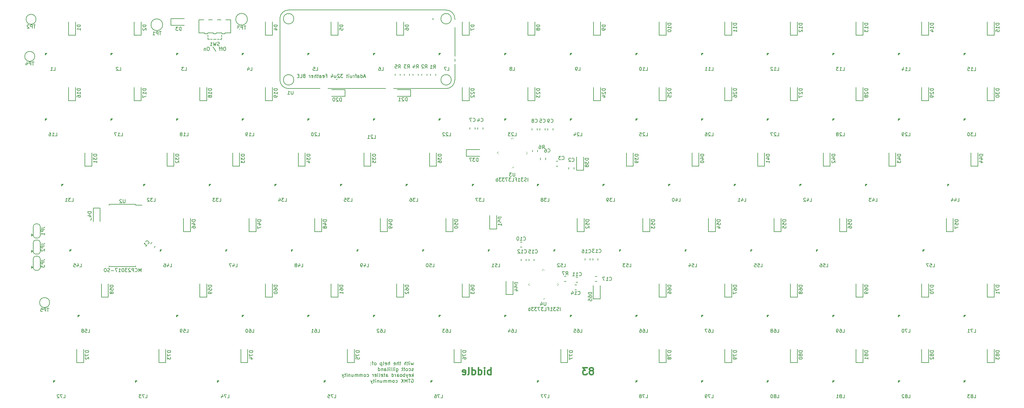
<source format=gbr>
%TF.GenerationSoftware,KiCad,Pcbnew,(5.1.10)-1*%
%TF.CreationDate,2021-11-24T07:07:12-05:00*%
%TF.ProjectId,bdpcb,62647063-622e-46b6-9963-61645f706362,rev?*%
%TF.SameCoordinates,Original*%
%TF.FileFunction,Legend,Bot*%
%TF.FilePolarity,Positive*%
%FSLAX46Y46*%
G04 Gerber Fmt 4.6, Leading zero omitted, Abs format (unit mm)*
G04 Created by KiCad (PCBNEW (5.1.10)-1) date 2021-11-24 07:07:12*
%MOMM*%
%LPD*%
G01*
G04 APERTURE LIST*
%ADD10C,0.150000*%
%ADD11C,0.200000*%
%ADD12C,0.400000*%
%ADD13C,0.120000*%
%ADD14R,1.000000X0.700000*%
%ADD15C,1.676400*%
%ADD16R,1.676400X1.676400*%
%ADD17C,1.750000*%
%ADD18C,2.250000*%
%ADD19C,3.987800*%
%ADD20C,3.048000*%
%ADD21C,2.500000*%
%ADD22C,3.000000*%
%ADD23C,0.900000*%
%ADD24R,1.250000X2.500000*%
%ADD25C,0.100000*%
%ADD26R,1.500000X1.000000*%
%ADD27R,1.200000X0.900000*%
%ADD28R,0.900000X1.200000*%
G04 APERTURE END LIST*
D10*
X75318571Y-27138380D02*
X75128095Y-27138380D01*
X75032857Y-27186000D01*
X74937619Y-27281238D01*
X74890000Y-27471714D01*
X74890000Y-27805047D01*
X74937619Y-27995523D01*
X75032857Y-28090761D01*
X75128095Y-28138380D01*
X75318571Y-28138380D01*
X75413809Y-28090761D01*
X75509047Y-27995523D01*
X75556666Y-27805047D01*
X75556666Y-27471714D01*
X75509047Y-27281238D01*
X75413809Y-27186000D01*
X75318571Y-27138380D01*
X74604285Y-27471714D02*
X74223333Y-27471714D01*
X74461428Y-28138380D02*
X74461428Y-27281238D01*
X74413809Y-27186000D01*
X74318571Y-27138380D01*
X74223333Y-27138380D01*
X74032857Y-27471714D02*
X73651904Y-27471714D01*
X73890000Y-28138380D02*
X73890000Y-27281238D01*
X73842380Y-27186000D01*
X73747142Y-27138380D01*
X73651904Y-27138380D01*
X71842380Y-27090761D02*
X72699523Y-28376476D01*
X70556666Y-27138380D02*
X70366190Y-27138380D01*
X70270952Y-27186000D01*
X70175714Y-27281238D01*
X70128095Y-27471714D01*
X70128095Y-27805047D01*
X70175714Y-27995523D01*
X70270952Y-28090761D01*
X70366190Y-28138380D01*
X70556666Y-28138380D01*
X70651904Y-28090761D01*
X70747142Y-27995523D01*
X70794761Y-27805047D01*
X70794761Y-27471714D01*
X70747142Y-27281238D01*
X70651904Y-27186000D01*
X70556666Y-27138380D01*
X69699523Y-27471714D02*
X69699523Y-28138380D01*
X69699523Y-27566952D02*
X69651904Y-27519333D01*
X69556666Y-27471714D01*
X69413809Y-27471714D01*
X69318571Y-27519333D01*
X69270952Y-27614571D01*
X69270952Y-28138380D01*
D11*
X172703547Y-103830380D02*
X172703547Y-102830380D01*
X172274976Y-103782761D02*
X172132119Y-103830380D01*
X171894023Y-103830380D01*
X171798785Y-103782761D01*
X171751166Y-103735142D01*
X171703547Y-103639904D01*
X171703547Y-103544666D01*
X171751166Y-103449428D01*
X171798785Y-103401809D01*
X171894023Y-103354190D01*
X172084500Y-103306571D01*
X172179738Y-103258952D01*
X172227357Y-103211333D01*
X172274976Y-103116095D01*
X172274976Y-103020857D01*
X172227357Y-102925619D01*
X172179738Y-102878000D01*
X172084500Y-102830380D01*
X171846404Y-102830380D01*
X171703547Y-102878000D01*
X171370214Y-102830380D02*
X170751166Y-102830380D01*
X171084500Y-103211333D01*
X170941642Y-103211333D01*
X170846404Y-103258952D01*
X170798785Y-103306571D01*
X170751166Y-103401809D01*
X170751166Y-103639904D01*
X170798785Y-103735142D01*
X170846404Y-103782761D01*
X170941642Y-103830380D01*
X171227357Y-103830380D01*
X171322595Y-103782761D01*
X171370214Y-103735142D01*
X169798785Y-103830380D02*
X170370214Y-103830380D01*
X170084500Y-103830380D02*
X170084500Y-102830380D01*
X170179738Y-102973238D01*
X170274976Y-103068476D01*
X170370214Y-103116095D01*
X169036880Y-103306571D02*
X169370214Y-103306571D01*
X169370214Y-103830380D02*
X169370214Y-102830380D01*
X168894023Y-102830380D01*
X168036880Y-103830380D02*
X168513071Y-103830380D01*
X168513071Y-102830380D01*
X167798785Y-102830380D02*
X167179738Y-102830380D01*
X167513071Y-103211333D01*
X167370214Y-103211333D01*
X167274976Y-103258952D01*
X167227357Y-103306571D01*
X167179738Y-103401809D01*
X167179738Y-103639904D01*
X167227357Y-103735142D01*
X167274976Y-103782761D01*
X167370214Y-103830380D01*
X167655928Y-103830380D01*
X167751166Y-103782761D01*
X167798785Y-103735142D01*
X166846404Y-102830380D02*
X166179738Y-102830380D01*
X166608309Y-103830380D01*
X165894023Y-102830380D02*
X165274976Y-102830380D01*
X165608309Y-103211333D01*
X165465452Y-103211333D01*
X165370214Y-103258952D01*
X165322595Y-103306571D01*
X165274976Y-103401809D01*
X165274976Y-103639904D01*
X165322595Y-103735142D01*
X165370214Y-103782761D01*
X165465452Y-103830380D01*
X165751166Y-103830380D01*
X165846404Y-103782761D01*
X165894023Y-103735142D01*
X164941642Y-102830380D02*
X164322595Y-102830380D01*
X164655928Y-103211333D01*
X164513071Y-103211333D01*
X164417833Y-103258952D01*
X164370214Y-103306571D01*
X164322595Y-103401809D01*
X164322595Y-103639904D01*
X164370214Y-103735142D01*
X164417833Y-103782761D01*
X164513071Y-103830380D01*
X164798785Y-103830380D01*
X164894023Y-103782761D01*
X164941642Y-103735142D01*
X163894023Y-103830380D02*
X163894023Y-102830380D01*
X163894023Y-103211333D02*
X163798785Y-103163714D01*
X163608309Y-103163714D01*
X163513071Y-103211333D01*
X163465452Y-103258952D01*
X163417833Y-103354190D01*
X163417833Y-103639904D01*
X163465452Y-103735142D01*
X163513071Y-103782761D01*
X163608309Y-103830380D01*
X163798785Y-103830380D01*
X163894023Y-103782761D01*
X163305547Y-66174880D02*
X163305547Y-65174880D01*
X162876976Y-66127261D02*
X162734119Y-66174880D01*
X162496023Y-66174880D01*
X162400785Y-66127261D01*
X162353166Y-66079642D01*
X162305547Y-65984404D01*
X162305547Y-65889166D01*
X162353166Y-65793928D01*
X162400785Y-65746309D01*
X162496023Y-65698690D01*
X162686500Y-65651071D01*
X162781738Y-65603452D01*
X162829357Y-65555833D01*
X162876976Y-65460595D01*
X162876976Y-65365357D01*
X162829357Y-65270119D01*
X162781738Y-65222500D01*
X162686500Y-65174880D01*
X162448404Y-65174880D01*
X162305547Y-65222500D01*
X161972214Y-65174880D02*
X161353166Y-65174880D01*
X161686500Y-65555833D01*
X161543642Y-65555833D01*
X161448404Y-65603452D01*
X161400785Y-65651071D01*
X161353166Y-65746309D01*
X161353166Y-65984404D01*
X161400785Y-66079642D01*
X161448404Y-66127261D01*
X161543642Y-66174880D01*
X161829357Y-66174880D01*
X161924595Y-66127261D01*
X161972214Y-66079642D01*
X160400785Y-66174880D02*
X160972214Y-66174880D01*
X160686500Y-66174880D02*
X160686500Y-65174880D01*
X160781738Y-65317738D01*
X160876976Y-65412976D01*
X160972214Y-65460595D01*
X159638880Y-65651071D02*
X159972214Y-65651071D01*
X159972214Y-66174880D02*
X159972214Y-65174880D01*
X159496023Y-65174880D01*
X158638880Y-66174880D02*
X159115071Y-66174880D01*
X159115071Y-65174880D01*
X158400785Y-65174880D02*
X157781738Y-65174880D01*
X158115071Y-65555833D01*
X157972214Y-65555833D01*
X157876976Y-65603452D01*
X157829357Y-65651071D01*
X157781738Y-65746309D01*
X157781738Y-65984404D01*
X157829357Y-66079642D01*
X157876976Y-66127261D01*
X157972214Y-66174880D01*
X158257928Y-66174880D01*
X158353166Y-66127261D01*
X158400785Y-66079642D01*
X157448404Y-65174880D02*
X156781738Y-65174880D01*
X157210309Y-66174880D01*
X156496023Y-65174880D02*
X155876976Y-65174880D01*
X156210309Y-65555833D01*
X156067452Y-65555833D01*
X155972214Y-65603452D01*
X155924595Y-65651071D01*
X155876976Y-65746309D01*
X155876976Y-65984404D01*
X155924595Y-66079642D01*
X155972214Y-66127261D01*
X156067452Y-66174880D01*
X156353166Y-66174880D01*
X156448404Y-66127261D01*
X156496023Y-66079642D01*
X155543642Y-65174880D02*
X154924595Y-65174880D01*
X155257928Y-65555833D01*
X155115071Y-65555833D01*
X155019833Y-65603452D01*
X154972214Y-65651071D01*
X154924595Y-65746309D01*
X154924595Y-65984404D01*
X154972214Y-66079642D01*
X155019833Y-66127261D01*
X155115071Y-66174880D01*
X155400785Y-66174880D01*
X155496023Y-66127261D01*
X155543642Y-66079642D01*
X154496023Y-66174880D02*
X154496023Y-65174880D01*
X154496023Y-65555833D02*
X154400785Y-65508214D01*
X154210309Y-65508214D01*
X154115071Y-65555833D01*
X154067452Y-65603452D01*
X154019833Y-65698690D01*
X154019833Y-65984404D01*
X154067452Y-66079642D01*
X154115071Y-66127261D01*
X154210309Y-66174880D01*
X154400785Y-66174880D01*
X154496023Y-66127261D01*
X116116452Y-35726666D02*
X115640261Y-35726666D01*
X116211690Y-36012380D02*
X115878357Y-35012380D01*
X115545023Y-36012380D01*
X114783119Y-36012380D02*
X114783119Y-35012380D01*
X114783119Y-35964761D02*
X114878357Y-36012380D01*
X115068833Y-36012380D01*
X115164071Y-35964761D01*
X115211690Y-35917142D01*
X115259309Y-35821904D01*
X115259309Y-35536190D01*
X115211690Y-35440952D01*
X115164071Y-35393333D01*
X115068833Y-35345714D01*
X114878357Y-35345714D01*
X114783119Y-35393333D01*
X113878357Y-36012380D02*
X113878357Y-35488571D01*
X113925976Y-35393333D01*
X114021214Y-35345714D01*
X114211690Y-35345714D01*
X114306928Y-35393333D01*
X113878357Y-35964761D02*
X113973595Y-36012380D01*
X114211690Y-36012380D01*
X114306928Y-35964761D01*
X114354547Y-35869523D01*
X114354547Y-35774285D01*
X114306928Y-35679047D01*
X114211690Y-35631428D01*
X113973595Y-35631428D01*
X113878357Y-35583809D01*
X113545023Y-35345714D02*
X113164071Y-35345714D01*
X113402166Y-36012380D02*
X113402166Y-35155238D01*
X113354547Y-35060000D01*
X113259309Y-35012380D01*
X113164071Y-35012380D01*
X112830738Y-36012380D02*
X112830738Y-35345714D01*
X112830738Y-35536190D02*
X112783119Y-35440952D01*
X112735500Y-35393333D01*
X112640261Y-35345714D01*
X112545023Y-35345714D01*
X111783119Y-35345714D02*
X111783119Y-36012380D01*
X112211690Y-35345714D02*
X112211690Y-35869523D01*
X112164071Y-35964761D01*
X112068833Y-36012380D01*
X111925976Y-36012380D01*
X111830738Y-35964761D01*
X111783119Y-35917142D01*
X111306928Y-36012380D02*
X111306928Y-35345714D01*
X111306928Y-35012380D02*
X111354547Y-35060000D01*
X111306928Y-35107619D01*
X111259309Y-35060000D01*
X111306928Y-35012380D01*
X111306928Y-35107619D01*
X110973595Y-35345714D02*
X110592642Y-35345714D01*
X110830738Y-35012380D02*
X110830738Y-35869523D01*
X110783119Y-35964761D01*
X110687880Y-36012380D01*
X110592642Y-36012380D01*
X109592642Y-35012380D02*
X108973595Y-35012380D01*
X109306928Y-35393333D01*
X109164071Y-35393333D01*
X109068833Y-35440952D01*
X109021214Y-35488571D01*
X108973595Y-35583809D01*
X108973595Y-35821904D01*
X109021214Y-35917142D01*
X109068833Y-35964761D01*
X109164071Y-36012380D01*
X109449785Y-36012380D01*
X109545023Y-35964761D01*
X109592642Y-35917142D01*
X108592642Y-35107619D02*
X108545023Y-35060000D01*
X108449785Y-35012380D01*
X108211690Y-35012380D01*
X108116452Y-35060000D01*
X108068833Y-35107619D01*
X108021214Y-35202857D01*
X108021214Y-35298095D01*
X108068833Y-35440952D01*
X108640261Y-36012380D01*
X108021214Y-36012380D01*
X107164071Y-35345714D02*
X107164071Y-36012380D01*
X107592642Y-35345714D02*
X107592642Y-35869523D01*
X107545023Y-35964761D01*
X107449785Y-36012380D01*
X107306928Y-36012380D01*
X107211690Y-35964761D01*
X107164071Y-35917142D01*
X106259309Y-35345714D02*
X106259309Y-36012380D01*
X106497404Y-34964761D02*
X106735500Y-35679047D01*
X106116452Y-35679047D01*
X104640261Y-35488571D02*
X104973595Y-35488571D01*
X104973595Y-36012380D02*
X104973595Y-35012380D01*
X104497404Y-35012380D01*
X103735500Y-35964761D02*
X103830738Y-36012380D01*
X104021214Y-36012380D01*
X104116452Y-35964761D01*
X104164071Y-35869523D01*
X104164071Y-35488571D01*
X104116452Y-35393333D01*
X104021214Y-35345714D01*
X103830738Y-35345714D01*
X103735500Y-35393333D01*
X103687880Y-35488571D01*
X103687880Y-35583809D01*
X104164071Y-35679047D01*
X102830738Y-36012380D02*
X102830738Y-35488571D01*
X102878357Y-35393333D01*
X102973595Y-35345714D01*
X103164071Y-35345714D01*
X103259309Y-35393333D01*
X102830738Y-35964761D02*
X102925976Y-36012380D01*
X103164071Y-36012380D01*
X103259309Y-35964761D01*
X103306928Y-35869523D01*
X103306928Y-35774285D01*
X103259309Y-35679047D01*
X103164071Y-35631428D01*
X102925976Y-35631428D01*
X102830738Y-35583809D01*
X102497404Y-35345714D02*
X102116452Y-35345714D01*
X102354547Y-35012380D02*
X102354547Y-35869523D01*
X102306928Y-35964761D01*
X102211690Y-36012380D01*
X102116452Y-36012380D01*
X101783119Y-36012380D02*
X101783119Y-35012380D01*
X101354547Y-36012380D02*
X101354547Y-35488571D01*
X101402166Y-35393333D01*
X101497404Y-35345714D01*
X101640261Y-35345714D01*
X101735500Y-35393333D01*
X101783119Y-35440952D01*
X100497404Y-35964761D02*
X100592642Y-36012380D01*
X100783119Y-36012380D01*
X100878357Y-35964761D01*
X100925976Y-35869523D01*
X100925976Y-35488571D01*
X100878357Y-35393333D01*
X100783119Y-35345714D01*
X100592642Y-35345714D01*
X100497404Y-35393333D01*
X100449785Y-35488571D01*
X100449785Y-35583809D01*
X100925976Y-35679047D01*
X100021214Y-36012380D02*
X100021214Y-35345714D01*
X100021214Y-35536190D02*
X99973595Y-35440952D01*
X99925976Y-35393333D01*
X99830738Y-35345714D01*
X99735500Y-35345714D01*
X98306928Y-35488571D02*
X98164071Y-35536190D01*
X98116452Y-35583809D01*
X98068833Y-35679047D01*
X98068833Y-35821904D01*
X98116452Y-35917142D01*
X98164071Y-35964761D01*
X98259309Y-36012380D01*
X98640261Y-36012380D01*
X98640261Y-35012380D01*
X98306928Y-35012380D01*
X98211690Y-35060000D01*
X98164071Y-35107619D01*
X98116452Y-35202857D01*
X98116452Y-35298095D01*
X98164071Y-35393333D01*
X98211690Y-35440952D01*
X98306928Y-35488571D01*
X98640261Y-35488571D01*
X97164071Y-36012380D02*
X97640261Y-36012380D01*
X97640261Y-35012380D01*
X96830738Y-35488571D02*
X96497404Y-35488571D01*
X96354547Y-36012380D02*
X96830738Y-36012380D01*
X96830738Y-35012380D01*
X96354547Y-35012380D01*
X50989833Y-92527380D02*
X50989833Y-91527380D01*
X50656500Y-92241666D01*
X50323166Y-91527380D01*
X50323166Y-92527380D01*
X49275547Y-92432142D02*
X49323166Y-92479761D01*
X49466023Y-92527380D01*
X49561261Y-92527380D01*
X49704119Y-92479761D01*
X49799357Y-92384523D01*
X49846976Y-92289285D01*
X49894595Y-92098809D01*
X49894595Y-91955952D01*
X49846976Y-91765476D01*
X49799357Y-91670238D01*
X49704119Y-91575000D01*
X49561261Y-91527380D01*
X49466023Y-91527380D01*
X49323166Y-91575000D01*
X49275547Y-91622619D01*
X48846976Y-92527380D02*
X48846976Y-91527380D01*
X48466023Y-91527380D01*
X48370785Y-91575000D01*
X48323166Y-91622619D01*
X48275547Y-91717857D01*
X48275547Y-91860714D01*
X48323166Y-91955952D01*
X48370785Y-92003571D01*
X48466023Y-92051190D01*
X48846976Y-92051190D01*
X47894595Y-91622619D02*
X47846976Y-91575000D01*
X47751738Y-91527380D01*
X47513642Y-91527380D01*
X47418404Y-91575000D01*
X47370785Y-91622619D01*
X47323166Y-91717857D01*
X47323166Y-91813095D01*
X47370785Y-91955952D01*
X47942214Y-92527380D01*
X47323166Y-92527380D01*
X46989833Y-91527380D02*
X46370785Y-91527380D01*
X46704119Y-91908333D01*
X46561261Y-91908333D01*
X46466023Y-91955952D01*
X46418404Y-92003571D01*
X46370785Y-92098809D01*
X46370785Y-92336904D01*
X46418404Y-92432142D01*
X46466023Y-92479761D01*
X46561261Y-92527380D01*
X46846976Y-92527380D01*
X46942214Y-92479761D01*
X46989833Y-92432142D01*
X45751738Y-91527380D02*
X45656500Y-91527380D01*
X45561261Y-91575000D01*
X45513642Y-91622619D01*
X45466023Y-91717857D01*
X45418404Y-91908333D01*
X45418404Y-92146428D01*
X45466023Y-92336904D01*
X45513642Y-92432142D01*
X45561261Y-92479761D01*
X45656500Y-92527380D01*
X45751738Y-92527380D01*
X45846976Y-92479761D01*
X45894595Y-92432142D01*
X45942214Y-92336904D01*
X45989833Y-92146428D01*
X45989833Y-91908333D01*
X45942214Y-91717857D01*
X45894595Y-91622619D01*
X45846976Y-91575000D01*
X45751738Y-91527380D01*
X44466023Y-92527380D02*
X45037452Y-92527380D01*
X44751738Y-92527380D02*
X44751738Y-91527380D01*
X44846976Y-91670238D01*
X44942214Y-91765476D01*
X45037452Y-91813095D01*
X44132690Y-91527380D02*
X43466023Y-91527380D01*
X43894595Y-92527380D01*
X43085071Y-92146428D02*
X42323166Y-92146428D01*
X41894595Y-92479761D02*
X41751738Y-92527380D01*
X41513642Y-92527380D01*
X41418404Y-92479761D01*
X41370785Y-92432142D01*
X41323166Y-92336904D01*
X41323166Y-92241666D01*
X41370785Y-92146428D01*
X41418404Y-92098809D01*
X41513642Y-92051190D01*
X41704119Y-92003571D01*
X41799357Y-91955952D01*
X41846976Y-91908333D01*
X41894595Y-91813095D01*
X41894595Y-91717857D01*
X41846976Y-91622619D01*
X41799357Y-91575000D01*
X41704119Y-91527380D01*
X41466023Y-91527380D01*
X41323166Y-91575000D01*
X40704119Y-91527380D02*
X40513642Y-91527380D01*
X40418404Y-91575000D01*
X40323166Y-91670238D01*
X40275547Y-91860714D01*
X40275547Y-92194047D01*
X40323166Y-92384523D01*
X40418404Y-92479761D01*
X40513642Y-92527380D01*
X40704119Y-92527380D01*
X40799357Y-92479761D01*
X40894595Y-92384523D01*
X40942214Y-92194047D01*
X40942214Y-91860714D01*
X40894595Y-91670238D01*
X40799357Y-91575000D01*
X40704119Y-91527380D01*
D12*
X181864047Y-121237404D02*
X182054523Y-121142166D01*
X182149761Y-121046928D01*
X182245000Y-120856452D01*
X182245000Y-120761214D01*
X182149761Y-120570738D01*
X182054523Y-120475500D01*
X181864047Y-120380261D01*
X181483095Y-120380261D01*
X181292619Y-120475500D01*
X181197380Y-120570738D01*
X181102142Y-120761214D01*
X181102142Y-120856452D01*
X181197380Y-121046928D01*
X181292619Y-121142166D01*
X181483095Y-121237404D01*
X181864047Y-121237404D01*
X182054523Y-121332642D01*
X182149761Y-121427880D01*
X182245000Y-121618357D01*
X182245000Y-121999309D01*
X182149761Y-122189785D01*
X182054523Y-122285023D01*
X181864047Y-122380261D01*
X181483095Y-122380261D01*
X181292619Y-122285023D01*
X181197380Y-122189785D01*
X181102142Y-121999309D01*
X181102142Y-121618357D01*
X181197380Y-121427880D01*
X181292619Y-121332642D01*
X181483095Y-121237404D01*
X180435476Y-120380261D02*
X179197380Y-120380261D01*
X179864047Y-121142166D01*
X179578333Y-121142166D01*
X179387857Y-121237404D01*
X179292619Y-121332642D01*
X179197380Y-121523119D01*
X179197380Y-121999309D01*
X179292619Y-122189785D01*
X179387857Y-122285023D01*
X179578333Y-122380261D01*
X180149761Y-122380261D01*
X180340238Y-122285023D01*
X180435476Y-122189785D01*
D11*
X130092642Y-118965214D02*
X129902166Y-119631880D01*
X129711690Y-119155690D01*
X129521214Y-119631880D01*
X129330738Y-118965214D01*
X128949785Y-119631880D02*
X128949785Y-118965214D01*
X128949785Y-118631880D02*
X128997404Y-118679500D01*
X128949785Y-118727119D01*
X128902166Y-118679500D01*
X128949785Y-118631880D01*
X128949785Y-118727119D01*
X128616452Y-118965214D02*
X128235500Y-118965214D01*
X128473595Y-118631880D02*
X128473595Y-119489023D01*
X128425976Y-119584261D01*
X128330738Y-119631880D01*
X128235500Y-119631880D01*
X127902166Y-119631880D02*
X127902166Y-118631880D01*
X127473595Y-119631880D02*
X127473595Y-119108071D01*
X127521214Y-119012833D01*
X127616452Y-118965214D01*
X127759309Y-118965214D01*
X127854547Y-119012833D01*
X127902166Y-119060452D01*
X126378357Y-118965214D02*
X125997404Y-118965214D01*
X126235500Y-118631880D02*
X126235500Y-119489023D01*
X126187880Y-119584261D01*
X126092642Y-119631880D01*
X125997404Y-119631880D01*
X125664071Y-119631880D02*
X125664071Y-118631880D01*
X125235500Y-119631880D02*
X125235500Y-119108071D01*
X125283119Y-119012833D01*
X125378357Y-118965214D01*
X125521214Y-118965214D01*
X125616452Y-119012833D01*
X125664071Y-119060452D01*
X124378357Y-119584261D02*
X124473595Y-119631880D01*
X124664071Y-119631880D01*
X124759309Y-119584261D01*
X124806928Y-119489023D01*
X124806928Y-119108071D01*
X124759309Y-119012833D01*
X124664071Y-118965214D01*
X124473595Y-118965214D01*
X124378357Y-119012833D01*
X124330738Y-119108071D01*
X124330738Y-119203309D01*
X124806928Y-119298547D01*
X123140261Y-119631880D02*
X123140261Y-118631880D01*
X122711690Y-119631880D02*
X122711690Y-119108071D01*
X122759309Y-119012833D01*
X122854547Y-118965214D01*
X122997404Y-118965214D01*
X123092642Y-119012833D01*
X123140261Y-119060452D01*
X121854547Y-119584261D02*
X121949785Y-119631880D01*
X122140261Y-119631880D01*
X122235500Y-119584261D01*
X122283119Y-119489023D01*
X122283119Y-119108071D01*
X122235500Y-119012833D01*
X122140261Y-118965214D01*
X121949785Y-118965214D01*
X121854547Y-119012833D01*
X121806928Y-119108071D01*
X121806928Y-119203309D01*
X122283119Y-119298547D01*
X121235500Y-119631880D02*
X121330738Y-119584261D01*
X121378357Y-119489023D01*
X121378357Y-118631880D01*
X120854547Y-118965214D02*
X120854547Y-119965214D01*
X120854547Y-119012833D02*
X120759309Y-118965214D01*
X120568833Y-118965214D01*
X120473595Y-119012833D01*
X120425976Y-119060452D01*
X120378357Y-119155690D01*
X120378357Y-119441404D01*
X120425976Y-119536642D01*
X120473595Y-119584261D01*
X120568833Y-119631880D01*
X120759309Y-119631880D01*
X120854547Y-119584261D01*
X119045023Y-119631880D02*
X119140261Y-119584261D01*
X119187880Y-119536642D01*
X119235500Y-119441404D01*
X119235500Y-119155690D01*
X119187880Y-119060452D01*
X119140261Y-119012833D01*
X119045023Y-118965214D01*
X118902166Y-118965214D01*
X118806928Y-119012833D01*
X118759309Y-119060452D01*
X118711690Y-119155690D01*
X118711690Y-119441404D01*
X118759309Y-119536642D01*
X118806928Y-119584261D01*
X118902166Y-119631880D01*
X119045023Y-119631880D01*
X118425976Y-118965214D02*
X118045023Y-118965214D01*
X118283119Y-119631880D02*
X118283119Y-118774738D01*
X118235500Y-118679500D01*
X118140261Y-118631880D01*
X118045023Y-118631880D01*
X117711690Y-119536642D02*
X117664071Y-119584261D01*
X117711690Y-119631880D01*
X117759309Y-119584261D01*
X117711690Y-119536642D01*
X117711690Y-119631880D01*
X117711690Y-119012833D02*
X117664071Y-119060452D01*
X117711690Y-119108071D01*
X117759309Y-119060452D01*
X117711690Y-119012833D01*
X117711690Y-119108071D01*
X130045023Y-121284261D02*
X129949785Y-121331880D01*
X129759309Y-121331880D01*
X129664071Y-121284261D01*
X129616452Y-121189023D01*
X129616452Y-121141404D01*
X129664071Y-121046166D01*
X129759309Y-120998547D01*
X129902166Y-120998547D01*
X129997404Y-120950928D01*
X130045023Y-120855690D01*
X130045023Y-120808071D01*
X129997404Y-120712833D01*
X129902166Y-120665214D01*
X129759309Y-120665214D01*
X129664071Y-120712833D01*
X128759309Y-121284261D02*
X128854547Y-121331880D01*
X129045023Y-121331880D01*
X129140261Y-121284261D01*
X129187880Y-121236642D01*
X129235500Y-121141404D01*
X129235500Y-120855690D01*
X129187880Y-120760452D01*
X129140261Y-120712833D01*
X129045023Y-120665214D01*
X128854547Y-120665214D01*
X128759309Y-120712833D01*
X128187880Y-121331880D02*
X128283119Y-121284261D01*
X128330738Y-121236642D01*
X128378357Y-121141404D01*
X128378357Y-120855690D01*
X128330738Y-120760452D01*
X128283119Y-120712833D01*
X128187880Y-120665214D01*
X128045023Y-120665214D01*
X127949785Y-120712833D01*
X127902166Y-120760452D01*
X127854547Y-120855690D01*
X127854547Y-121141404D01*
X127902166Y-121236642D01*
X127949785Y-121284261D01*
X128045023Y-121331880D01*
X128187880Y-121331880D01*
X127568833Y-120665214D02*
X127187880Y-120665214D01*
X127425976Y-120331880D02*
X127425976Y-121189023D01*
X127378357Y-121284261D01*
X127283119Y-121331880D01*
X127187880Y-121331880D01*
X126997404Y-120665214D02*
X126616452Y-120665214D01*
X126854547Y-120331880D02*
X126854547Y-121189023D01*
X126806928Y-121284261D01*
X126711690Y-121331880D01*
X126616452Y-121331880D01*
X125092642Y-120665214D02*
X125092642Y-121474738D01*
X125140261Y-121569976D01*
X125187880Y-121617595D01*
X125283119Y-121665214D01*
X125425976Y-121665214D01*
X125521214Y-121617595D01*
X125092642Y-121284261D02*
X125187880Y-121331880D01*
X125378357Y-121331880D01*
X125473595Y-121284261D01*
X125521214Y-121236642D01*
X125568833Y-121141404D01*
X125568833Y-120855690D01*
X125521214Y-120760452D01*
X125473595Y-120712833D01*
X125378357Y-120665214D01*
X125187880Y-120665214D01*
X125092642Y-120712833D01*
X124616452Y-121331880D02*
X124616452Y-120665214D01*
X124616452Y-120331880D02*
X124664071Y-120379500D01*
X124616452Y-120427119D01*
X124568833Y-120379500D01*
X124616452Y-120331880D01*
X124616452Y-120427119D01*
X123997404Y-121331880D02*
X124092642Y-121284261D01*
X124140261Y-121189023D01*
X124140261Y-120331880D01*
X123473595Y-121331880D02*
X123568833Y-121284261D01*
X123616452Y-121189023D01*
X123616452Y-120331880D01*
X123092642Y-121331880D02*
X123092642Y-120665214D01*
X123092642Y-120331880D02*
X123140261Y-120379500D01*
X123092642Y-120427119D01*
X123045023Y-120379500D01*
X123092642Y-120331880D01*
X123092642Y-120427119D01*
X122473595Y-121331880D02*
X122568833Y-121284261D01*
X122616452Y-121189023D01*
X122616452Y-120331880D01*
X121664071Y-121331880D02*
X121664071Y-120808071D01*
X121711690Y-120712833D01*
X121806928Y-120665214D01*
X121997404Y-120665214D01*
X122092642Y-120712833D01*
X121664071Y-121284261D02*
X121759309Y-121331880D01*
X121997404Y-121331880D01*
X122092642Y-121284261D01*
X122140261Y-121189023D01*
X122140261Y-121093785D01*
X122092642Y-120998547D01*
X121997404Y-120950928D01*
X121759309Y-120950928D01*
X121664071Y-120903309D01*
X121187880Y-120665214D02*
X121187880Y-121331880D01*
X121187880Y-120760452D02*
X121140261Y-120712833D01*
X121045023Y-120665214D01*
X120902166Y-120665214D01*
X120806928Y-120712833D01*
X120759309Y-120808071D01*
X120759309Y-121331880D01*
X119854547Y-121331880D02*
X119854547Y-120331880D01*
X119854547Y-121284261D02*
X119949785Y-121331880D01*
X120140261Y-121331880D01*
X120235500Y-121284261D01*
X120283119Y-121236642D01*
X120330738Y-121141404D01*
X120330738Y-120855690D01*
X120283119Y-120760452D01*
X120235500Y-120712833D01*
X120140261Y-120665214D01*
X119949785Y-120665214D01*
X119854547Y-120712833D01*
X129997404Y-123031880D02*
X129997404Y-122031880D01*
X129902166Y-122650928D02*
X129616452Y-123031880D01*
X129616452Y-122365214D02*
X129997404Y-122746166D01*
X128806928Y-122984261D02*
X128902166Y-123031880D01*
X129092642Y-123031880D01*
X129187880Y-122984261D01*
X129235500Y-122889023D01*
X129235500Y-122508071D01*
X129187880Y-122412833D01*
X129092642Y-122365214D01*
X128902166Y-122365214D01*
X128806928Y-122412833D01*
X128759309Y-122508071D01*
X128759309Y-122603309D01*
X129235500Y-122698547D01*
X128425976Y-122365214D02*
X128187880Y-123031880D01*
X127949785Y-122365214D02*
X128187880Y-123031880D01*
X128283119Y-123269976D01*
X128330738Y-123317595D01*
X128425976Y-123365214D01*
X127568833Y-123031880D02*
X127568833Y-122031880D01*
X127568833Y-122412833D02*
X127473595Y-122365214D01*
X127283119Y-122365214D01*
X127187880Y-122412833D01*
X127140261Y-122460452D01*
X127092642Y-122555690D01*
X127092642Y-122841404D01*
X127140261Y-122936642D01*
X127187880Y-122984261D01*
X127283119Y-123031880D01*
X127473595Y-123031880D01*
X127568833Y-122984261D01*
X126521214Y-123031880D02*
X126616452Y-122984261D01*
X126664071Y-122936642D01*
X126711690Y-122841404D01*
X126711690Y-122555690D01*
X126664071Y-122460452D01*
X126616452Y-122412833D01*
X126521214Y-122365214D01*
X126378357Y-122365214D01*
X126283119Y-122412833D01*
X126235500Y-122460452D01*
X126187880Y-122555690D01*
X126187880Y-122841404D01*
X126235500Y-122936642D01*
X126283119Y-122984261D01*
X126378357Y-123031880D01*
X126521214Y-123031880D01*
X125330738Y-123031880D02*
X125330738Y-122508071D01*
X125378357Y-122412833D01*
X125473595Y-122365214D01*
X125664071Y-122365214D01*
X125759309Y-122412833D01*
X125330738Y-122984261D02*
X125425976Y-123031880D01*
X125664071Y-123031880D01*
X125759309Y-122984261D01*
X125806928Y-122889023D01*
X125806928Y-122793785D01*
X125759309Y-122698547D01*
X125664071Y-122650928D01*
X125425976Y-122650928D01*
X125330738Y-122603309D01*
X124854547Y-123031880D02*
X124854547Y-122365214D01*
X124854547Y-122555690D02*
X124806928Y-122460452D01*
X124759309Y-122412833D01*
X124664071Y-122365214D01*
X124568833Y-122365214D01*
X123806928Y-123031880D02*
X123806928Y-122031880D01*
X123806928Y-122984261D02*
X123902166Y-123031880D01*
X124092642Y-123031880D01*
X124187880Y-122984261D01*
X124235500Y-122936642D01*
X124283119Y-122841404D01*
X124283119Y-122555690D01*
X124235500Y-122460452D01*
X124187880Y-122412833D01*
X124092642Y-122365214D01*
X123902166Y-122365214D01*
X123806928Y-122412833D01*
X122140261Y-123031880D02*
X122140261Y-122508071D01*
X122187880Y-122412833D01*
X122283119Y-122365214D01*
X122473595Y-122365214D01*
X122568833Y-122412833D01*
X122140261Y-122984261D02*
X122235500Y-123031880D01*
X122473595Y-123031880D01*
X122568833Y-122984261D01*
X122616452Y-122889023D01*
X122616452Y-122793785D01*
X122568833Y-122698547D01*
X122473595Y-122650928D01*
X122235500Y-122650928D01*
X122140261Y-122603309D01*
X121806928Y-122365214D02*
X121425976Y-122365214D01*
X121664071Y-122031880D02*
X121664071Y-122889023D01*
X121616452Y-122984261D01*
X121521214Y-123031880D01*
X121425976Y-123031880D01*
X120711690Y-122984261D02*
X120806928Y-123031880D01*
X120997404Y-123031880D01*
X121092642Y-122984261D01*
X121140261Y-122889023D01*
X121140261Y-122508071D01*
X121092642Y-122412833D01*
X120997404Y-122365214D01*
X120806928Y-122365214D01*
X120711690Y-122412833D01*
X120664071Y-122508071D01*
X120664071Y-122603309D01*
X121140261Y-122698547D01*
X120092642Y-123031880D02*
X120187880Y-122984261D01*
X120235500Y-122889023D01*
X120235500Y-122031880D01*
X119711690Y-123031880D02*
X119711690Y-122365214D01*
X119711690Y-122031880D02*
X119759309Y-122079500D01*
X119711690Y-122127119D01*
X119664071Y-122079500D01*
X119711690Y-122031880D01*
X119711690Y-122127119D01*
X118854547Y-122984261D02*
X118949785Y-123031880D01*
X119140261Y-123031880D01*
X119235500Y-122984261D01*
X119283119Y-122889023D01*
X119283119Y-122508071D01*
X119235500Y-122412833D01*
X119140261Y-122365214D01*
X118949785Y-122365214D01*
X118854547Y-122412833D01*
X118806928Y-122508071D01*
X118806928Y-122603309D01*
X119283119Y-122698547D01*
X118378357Y-123031880D02*
X118378357Y-122365214D01*
X118378357Y-122555690D02*
X118330738Y-122460452D01*
X118283119Y-122412833D01*
X118187880Y-122365214D01*
X118092642Y-122365214D01*
X116568833Y-122984261D02*
X116664071Y-123031880D01*
X116854547Y-123031880D01*
X116949785Y-122984261D01*
X116997404Y-122936642D01*
X117045023Y-122841404D01*
X117045023Y-122555690D01*
X116997404Y-122460452D01*
X116949785Y-122412833D01*
X116854547Y-122365214D01*
X116664071Y-122365214D01*
X116568833Y-122412833D01*
X115997404Y-123031880D02*
X116092642Y-122984261D01*
X116140261Y-122936642D01*
X116187880Y-122841404D01*
X116187880Y-122555690D01*
X116140261Y-122460452D01*
X116092642Y-122412833D01*
X115997404Y-122365214D01*
X115854547Y-122365214D01*
X115759309Y-122412833D01*
X115711690Y-122460452D01*
X115664071Y-122555690D01*
X115664071Y-122841404D01*
X115711690Y-122936642D01*
X115759309Y-122984261D01*
X115854547Y-123031880D01*
X115997404Y-123031880D01*
X115235500Y-123031880D02*
X115235500Y-122365214D01*
X115235500Y-122460452D02*
X115187880Y-122412833D01*
X115092642Y-122365214D01*
X114949785Y-122365214D01*
X114854547Y-122412833D01*
X114806928Y-122508071D01*
X114806928Y-123031880D01*
X114806928Y-122508071D02*
X114759309Y-122412833D01*
X114664071Y-122365214D01*
X114521214Y-122365214D01*
X114425976Y-122412833D01*
X114378357Y-122508071D01*
X114378357Y-123031880D01*
X113902166Y-123031880D02*
X113902166Y-122365214D01*
X113902166Y-122460452D02*
X113854547Y-122412833D01*
X113759309Y-122365214D01*
X113616452Y-122365214D01*
X113521214Y-122412833D01*
X113473595Y-122508071D01*
X113473595Y-123031880D01*
X113473595Y-122508071D02*
X113425976Y-122412833D01*
X113330738Y-122365214D01*
X113187880Y-122365214D01*
X113092642Y-122412833D01*
X113045023Y-122508071D01*
X113045023Y-123031880D01*
X112140261Y-122365214D02*
X112140261Y-123031880D01*
X112568833Y-122365214D02*
X112568833Y-122889023D01*
X112521214Y-122984261D01*
X112425976Y-123031880D01*
X112283119Y-123031880D01*
X112187880Y-122984261D01*
X112140261Y-122936642D01*
X111664071Y-122365214D02*
X111664071Y-123031880D01*
X111664071Y-122460452D02*
X111616452Y-122412833D01*
X111521214Y-122365214D01*
X111378357Y-122365214D01*
X111283119Y-122412833D01*
X111235500Y-122508071D01*
X111235500Y-123031880D01*
X110759309Y-123031880D02*
X110759309Y-122365214D01*
X110759309Y-122031880D02*
X110806928Y-122079500D01*
X110759309Y-122127119D01*
X110711690Y-122079500D01*
X110759309Y-122031880D01*
X110759309Y-122127119D01*
X110425976Y-122365214D02*
X110045023Y-122365214D01*
X110283119Y-122031880D02*
X110283119Y-122889023D01*
X110235500Y-122984261D01*
X110140261Y-123031880D01*
X110045023Y-123031880D01*
X109806928Y-122365214D02*
X109568833Y-123031880D01*
X109330738Y-122365214D02*
X109568833Y-123031880D01*
X109664071Y-123269976D01*
X109711690Y-123317595D01*
X109806928Y-123365214D01*
X129473595Y-123779500D02*
X129568833Y-123731880D01*
X129711690Y-123731880D01*
X129854547Y-123779500D01*
X129949785Y-123874738D01*
X129997404Y-123969976D01*
X130045023Y-124160452D01*
X130045023Y-124303309D01*
X129997404Y-124493785D01*
X129949785Y-124589023D01*
X129854547Y-124684261D01*
X129711690Y-124731880D01*
X129616452Y-124731880D01*
X129473595Y-124684261D01*
X129425976Y-124636642D01*
X129425976Y-124303309D01*
X129616452Y-124303309D01*
X129140261Y-123731880D02*
X128568833Y-123731880D01*
X128854547Y-124731880D02*
X128854547Y-123731880D01*
X128235500Y-124731880D02*
X128235500Y-123731880D01*
X127902166Y-124446166D01*
X127568833Y-123731880D01*
X127568833Y-124731880D01*
X127092642Y-124731880D02*
X127092642Y-123731880D01*
X126521214Y-124731880D02*
X126949785Y-124160452D01*
X126521214Y-123731880D02*
X127092642Y-124303309D01*
X124902166Y-124684261D02*
X124997404Y-124731880D01*
X125187880Y-124731880D01*
X125283119Y-124684261D01*
X125330738Y-124636642D01*
X125378357Y-124541404D01*
X125378357Y-124255690D01*
X125330738Y-124160452D01*
X125283119Y-124112833D01*
X125187880Y-124065214D01*
X124997404Y-124065214D01*
X124902166Y-124112833D01*
X124330738Y-124731880D02*
X124425976Y-124684261D01*
X124473595Y-124636642D01*
X124521214Y-124541404D01*
X124521214Y-124255690D01*
X124473595Y-124160452D01*
X124425976Y-124112833D01*
X124330738Y-124065214D01*
X124187880Y-124065214D01*
X124092642Y-124112833D01*
X124045023Y-124160452D01*
X123997404Y-124255690D01*
X123997404Y-124541404D01*
X124045023Y-124636642D01*
X124092642Y-124684261D01*
X124187880Y-124731880D01*
X124330738Y-124731880D01*
X123568833Y-124731880D02*
X123568833Y-124065214D01*
X123568833Y-124160452D02*
X123521214Y-124112833D01*
X123425976Y-124065214D01*
X123283119Y-124065214D01*
X123187880Y-124112833D01*
X123140261Y-124208071D01*
X123140261Y-124731880D01*
X123140261Y-124208071D02*
X123092642Y-124112833D01*
X122997404Y-124065214D01*
X122854547Y-124065214D01*
X122759309Y-124112833D01*
X122711690Y-124208071D01*
X122711690Y-124731880D01*
X122235500Y-124731880D02*
X122235500Y-124065214D01*
X122235500Y-124160452D02*
X122187880Y-124112833D01*
X122092642Y-124065214D01*
X121949785Y-124065214D01*
X121854547Y-124112833D01*
X121806928Y-124208071D01*
X121806928Y-124731880D01*
X121806928Y-124208071D02*
X121759309Y-124112833D01*
X121664071Y-124065214D01*
X121521214Y-124065214D01*
X121425976Y-124112833D01*
X121378357Y-124208071D01*
X121378357Y-124731880D01*
X120473595Y-124065214D02*
X120473595Y-124731880D01*
X120902166Y-124065214D02*
X120902166Y-124589023D01*
X120854547Y-124684261D01*
X120759309Y-124731880D01*
X120616452Y-124731880D01*
X120521214Y-124684261D01*
X120473595Y-124636642D01*
X119997404Y-124065214D02*
X119997404Y-124731880D01*
X119997404Y-124160452D02*
X119949785Y-124112833D01*
X119854547Y-124065214D01*
X119711690Y-124065214D01*
X119616452Y-124112833D01*
X119568833Y-124208071D01*
X119568833Y-124731880D01*
X119092642Y-124731880D02*
X119092642Y-124065214D01*
X119092642Y-123731880D02*
X119140261Y-123779500D01*
X119092642Y-123827119D01*
X119045023Y-123779500D01*
X119092642Y-123731880D01*
X119092642Y-123827119D01*
X118759309Y-124065214D02*
X118378357Y-124065214D01*
X118616452Y-123731880D02*
X118616452Y-124589023D01*
X118568833Y-124684261D01*
X118473595Y-124731880D01*
X118378357Y-124731880D01*
X118140261Y-124065214D02*
X117902166Y-124731880D01*
X117664071Y-124065214D02*
X117902166Y-124731880D01*
X117997404Y-124969976D01*
X118045023Y-125017595D01*
X118140261Y-125065214D01*
D12*
X152494738Y-122380261D02*
X152494738Y-120380261D01*
X152494738Y-121142166D02*
X152304261Y-121046928D01*
X151923309Y-121046928D01*
X151732833Y-121142166D01*
X151637595Y-121237404D01*
X151542357Y-121427880D01*
X151542357Y-121999309D01*
X151637595Y-122189785D01*
X151732833Y-122285023D01*
X151923309Y-122380261D01*
X152304261Y-122380261D01*
X152494738Y-122285023D01*
X150685214Y-122380261D02*
X150685214Y-121046928D01*
X150685214Y-120380261D02*
X150780452Y-120475500D01*
X150685214Y-120570738D01*
X150589976Y-120475500D01*
X150685214Y-120380261D01*
X150685214Y-120570738D01*
X148875690Y-122380261D02*
X148875690Y-120380261D01*
X148875690Y-122285023D02*
X149066166Y-122380261D01*
X149447119Y-122380261D01*
X149637595Y-122285023D01*
X149732833Y-122189785D01*
X149828071Y-121999309D01*
X149828071Y-121427880D01*
X149732833Y-121237404D01*
X149637595Y-121142166D01*
X149447119Y-121046928D01*
X149066166Y-121046928D01*
X148875690Y-121142166D01*
X147066166Y-122380261D02*
X147066166Y-120380261D01*
X147066166Y-122285023D02*
X147256642Y-122380261D01*
X147637595Y-122380261D01*
X147828071Y-122285023D01*
X147923309Y-122189785D01*
X148018547Y-121999309D01*
X148018547Y-121427880D01*
X147923309Y-121237404D01*
X147828071Y-121142166D01*
X147637595Y-121046928D01*
X147256642Y-121046928D01*
X147066166Y-121142166D01*
X145828071Y-122380261D02*
X146018547Y-122285023D01*
X146113785Y-122094547D01*
X146113785Y-120380261D01*
X144304261Y-122285023D02*
X144494738Y-122380261D01*
X144875690Y-122380261D01*
X145066166Y-122285023D01*
X145161404Y-122094547D01*
X145161404Y-121332642D01*
X145066166Y-121142166D01*
X144875690Y-121046928D01*
X144494738Y-121046928D01*
X144304261Y-121142166D01*
X144209023Y-121332642D01*
X144209023Y-121523119D01*
X145161404Y-121713595D01*
D13*
%TO.C,U3*%
X162759295Y-58300909D02*
X163148204Y-57912000D01*
X163148204Y-57912000D02*
X162759295Y-57523091D01*
X154740705Y-57523091D02*
X154351796Y-57912000D01*
X154351796Y-57912000D02*
X154740705Y-58300909D01*
X158361091Y-53902705D02*
X158750000Y-53513796D01*
X158750000Y-53513796D02*
X159138909Y-53902705D01*
X159138909Y-61921295D02*
X158750000Y-62310204D01*
%TO.C,U4*%
X171776295Y-96527909D02*
X172165204Y-96139000D01*
X172165204Y-96139000D02*
X171776295Y-95750091D01*
X163757705Y-95750091D02*
X163368796Y-96139000D01*
X163368796Y-96139000D02*
X163757705Y-96527909D01*
X167378091Y-92129705D02*
X167767000Y-91740796D01*
X167767000Y-91740796D02*
X168155909Y-92129705D01*
X168155909Y-100148295D02*
X167767000Y-100537204D01*
D11*
%TO.C,L15*%
G36*
X289847500Y-29457810D02*
G01*
X290347500Y-28957810D01*
X289847500Y-28957810D01*
X289847500Y-29457810D01*
G37*
X289847500Y-29457810D02*
X290347500Y-28957810D01*
X289847500Y-28957810D01*
X289847500Y-29457810D01*
%TO.C,L1*%
G36*
X23147500Y-29457810D02*
G01*
X23647500Y-28957810D01*
X23147500Y-28957810D01*
X23147500Y-29457810D01*
G37*
X23147500Y-29457810D02*
X23647500Y-28957810D01*
X23147500Y-28957810D01*
X23147500Y-29457810D01*
%TO.C,L83*%
G36*
X289850000Y-124712610D02*
G01*
X290350000Y-124212610D01*
X289850000Y-124212610D01*
X289850000Y-124712610D01*
G37*
X289850000Y-124712610D02*
X290350000Y-124212610D01*
X289850000Y-124212610D01*
X289850000Y-124712610D01*
%TO.C,L82*%
G36*
X270800000Y-124712610D02*
G01*
X271300000Y-124212610D01*
X270800000Y-124212610D01*
X270800000Y-124712610D01*
G37*
X270800000Y-124712610D02*
X271300000Y-124212610D01*
X270800000Y-124212610D01*
X270800000Y-124712610D01*
%TO.C,L81*%
G36*
X251747500Y-124712610D02*
G01*
X252247500Y-124212610D01*
X251747500Y-124212610D01*
X251747500Y-124712610D01*
G37*
X251747500Y-124712610D02*
X252247500Y-124212610D01*
X251747500Y-124212610D01*
X251747500Y-124712610D01*
%TO.C,L80*%
G36*
X232700000Y-124712610D02*
G01*
X233200000Y-124212610D01*
X232700000Y-124212610D01*
X232700000Y-124712610D01*
G37*
X232700000Y-124712610D02*
X233200000Y-124212610D01*
X232700000Y-124212610D01*
X232700000Y-124712610D01*
%TO.C,L79*%
G36*
X213647500Y-124712610D02*
G01*
X214147500Y-124212610D01*
X213647500Y-124212610D01*
X213647500Y-124712610D01*
G37*
X213647500Y-124712610D02*
X214147500Y-124212610D01*
X213647500Y-124212610D01*
X213647500Y-124712610D01*
%TO.C,L78*%
G36*
X194600000Y-124712610D02*
G01*
X195100000Y-124212610D01*
X194600000Y-124212610D01*
X194600000Y-124712610D01*
G37*
X194600000Y-124712610D02*
X195100000Y-124212610D01*
X194600000Y-124212610D01*
X194600000Y-124712610D01*
%TO.C,L77*%
G36*
X166022500Y-124712610D02*
G01*
X166522500Y-124212610D01*
X166022500Y-124212610D01*
X166022500Y-124712610D01*
G37*
X166022500Y-124712610D02*
X166522500Y-124212610D01*
X166022500Y-124212610D01*
X166022500Y-124712610D01*
%TO.C,L76*%
G36*
X135068750Y-124712610D02*
G01*
X135568750Y-124212610D01*
X135068750Y-124212610D01*
X135068750Y-124712610D01*
G37*
X135068750Y-124712610D02*
X135568750Y-124212610D01*
X135068750Y-124212610D01*
X135068750Y-124712610D01*
%TO.C,L75*%
G36*
X104112500Y-124712610D02*
G01*
X104612500Y-124212610D01*
X104112500Y-124212610D01*
X104112500Y-124712610D01*
G37*
X104112500Y-124712610D02*
X104612500Y-124212610D01*
X104112500Y-124212610D01*
X104112500Y-124712610D01*
%TO.C,L74*%
G36*
X73156250Y-124712610D02*
G01*
X73656250Y-124212610D01*
X73156250Y-124212610D01*
X73156250Y-124712610D01*
G37*
X73156250Y-124712610D02*
X73656250Y-124212610D01*
X73156250Y-124212610D01*
X73156250Y-124712610D01*
%TO.C,L73*%
G36*
X49343750Y-124712610D02*
G01*
X49843750Y-124212610D01*
X49343750Y-124212610D01*
X49343750Y-124712610D01*
G37*
X49343750Y-124712610D02*
X49843750Y-124212610D01*
X49343750Y-124212610D01*
X49343750Y-124712610D01*
%TO.C,L72*%
G36*
X25528750Y-124712610D02*
G01*
X26028750Y-124212610D01*
X25528750Y-124212610D01*
X25528750Y-124712610D01*
G37*
X25528750Y-124712610D02*
X26028750Y-124212610D01*
X25528750Y-124212610D01*
X25528750Y-124712610D01*
%TO.C,L71*%
G36*
X289847500Y-105661650D02*
G01*
X290347500Y-105161650D01*
X289847500Y-105161650D01*
X289847500Y-105661650D01*
G37*
X289847500Y-105661650D02*
X290347500Y-105161650D01*
X289847500Y-105161650D01*
X289847500Y-105661650D01*
%TO.C,L70*%
G36*
X270797500Y-105661650D02*
G01*
X271297500Y-105161650D01*
X270797500Y-105161650D01*
X270797500Y-105661650D01*
G37*
X270797500Y-105661650D02*
X271297500Y-105161650D01*
X270797500Y-105161650D01*
X270797500Y-105661650D01*
%TO.C,L69*%
G36*
X251750000Y-105661650D02*
G01*
X252250000Y-105161650D01*
X251750000Y-105161650D01*
X251750000Y-105661650D01*
G37*
X251750000Y-105661650D02*
X252250000Y-105161650D01*
X251750000Y-105161650D01*
X251750000Y-105661650D01*
%TO.C,L68*%
G36*
X232700000Y-105661650D02*
G01*
X233200000Y-105161650D01*
X232700000Y-105161650D01*
X232700000Y-105661650D01*
G37*
X232700000Y-105661650D02*
X233200000Y-105161650D01*
X232700000Y-105161650D01*
X232700000Y-105661650D01*
%TO.C,L67*%
G36*
X213650000Y-105661650D02*
G01*
X214150000Y-105161650D01*
X213650000Y-105161650D01*
X213650000Y-105661650D01*
G37*
X213650000Y-105661650D02*
X214150000Y-105161650D01*
X213650000Y-105161650D01*
X213650000Y-105661650D01*
%TO.C,L66*%
G36*
X194600000Y-105661650D02*
G01*
X195100000Y-105161650D01*
X194600000Y-105161650D01*
X194600000Y-105661650D01*
G37*
X194600000Y-105661650D02*
X195100000Y-105161650D01*
X194600000Y-105161650D01*
X194600000Y-105661650D01*
%TO.C,L65*%
G36*
X175547500Y-105661650D02*
G01*
X176047500Y-105161650D01*
X175547500Y-105161650D01*
X175547500Y-105661650D01*
G37*
X175547500Y-105661650D02*
X176047500Y-105161650D01*
X175547500Y-105161650D01*
X175547500Y-105661650D01*
%TO.C,L64*%
G36*
X156497500Y-105661650D02*
G01*
X156997500Y-105161650D01*
X156497500Y-105161650D01*
X156497500Y-105661650D01*
G37*
X156497500Y-105661650D02*
X156997500Y-105161650D01*
X156497500Y-105161650D01*
X156497500Y-105661650D01*
%TO.C,L63*%
G36*
X137447500Y-105661650D02*
G01*
X137947500Y-105161650D01*
X137447500Y-105161650D01*
X137447500Y-105661650D01*
G37*
X137447500Y-105661650D02*
X137947500Y-105161650D01*
X137447500Y-105161650D01*
X137447500Y-105661650D01*
%TO.C,L62*%
G36*
X118397500Y-105661650D02*
G01*
X118897500Y-105161650D01*
X118397500Y-105161650D01*
X118397500Y-105661650D01*
G37*
X118397500Y-105661650D02*
X118897500Y-105161650D01*
X118397500Y-105161650D01*
X118397500Y-105661650D01*
%TO.C,L61*%
G36*
X99347500Y-105661650D02*
G01*
X99847500Y-105161650D01*
X99347500Y-105161650D01*
X99347500Y-105661650D01*
G37*
X99347500Y-105661650D02*
X99847500Y-105161650D01*
X99347500Y-105161650D01*
X99347500Y-105661650D01*
%TO.C,L60*%
G36*
X80300000Y-105661650D02*
G01*
X80800000Y-105161650D01*
X80300000Y-105161650D01*
X80300000Y-105661650D01*
G37*
X80300000Y-105661650D02*
X80800000Y-105161650D01*
X80300000Y-105161650D01*
X80300000Y-105661650D01*
%TO.C,L59*%
G36*
X61250000Y-105661650D02*
G01*
X61750000Y-105161650D01*
X61250000Y-105161650D01*
X61250000Y-105661650D01*
G37*
X61250000Y-105661650D02*
X61750000Y-105161650D01*
X61250000Y-105161650D01*
X61250000Y-105661650D01*
%TO.C,L58*%
G36*
X32672500Y-105661650D02*
G01*
X33172500Y-105161650D01*
X32672500Y-105161650D01*
X32672500Y-105661650D01*
G37*
X32672500Y-105661650D02*
X33172500Y-105161650D01*
X32672500Y-105161650D01*
X32672500Y-105661650D01*
%TO.C,L57*%
G36*
X277941250Y-86610690D02*
G01*
X278441250Y-86110690D01*
X277941250Y-86110690D01*
X277941250Y-86610690D01*
G37*
X277941250Y-86610690D02*
X278441250Y-86110690D01*
X277941250Y-86110690D01*
X277941250Y-86610690D01*
%TO.C,L56*%
G36*
X246985000Y-86610690D02*
G01*
X247485000Y-86110690D01*
X246985000Y-86110690D01*
X246985000Y-86610690D01*
G37*
X246985000Y-86610690D02*
X247485000Y-86110690D01*
X246985000Y-86110690D01*
X246985000Y-86610690D01*
%TO.C,L55*%
G36*
X227935000Y-86610690D02*
G01*
X228435000Y-86110690D01*
X227935000Y-86110690D01*
X227935000Y-86610690D01*
G37*
X227935000Y-86610690D02*
X228435000Y-86110690D01*
X227935000Y-86110690D01*
X227935000Y-86610690D01*
%TO.C,L54*%
G36*
X208885000Y-86610690D02*
G01*
X209385000Y-86110690D01*
X208885000Y-86110690D01*
X208885000Y-86610690D01*
G37*
X208885000Y-86610690D02*
X209385000Y-86110690D01*
X208885000Y-86110690D01*
X208885000Y-86610690D01*
%TO.C,L53*%
G36*
X189837500Y-86610690D02*
G01*
X190337500Y-86110690D01*
X189837500Y-86110690D01*
X189837500Y-86610690D01*
G37*
X189837500Y-86610690D02*
X190337500Y-86110690D01*
X189837500Y-86110690D01*
X189837500Y-86610690D01*
%TO.C,L52*%
G36*
X170785000Y-86610690D02*
G01*
X171285000Y-86110690D01*
X170785000Y-86110690D01*
X170785000Y-86610690D01*
G37*
X170785000Y-86610690D02*
X171285000Y-86110690D01*
X170785000Y-86110690D01*
X170785000Y-86610690D01*
%TO.C,L51*%
G36*
X151737500Y-86610690D02*
G01*
X152237500Y-86110690D01*
X151737500Y-86110690D01*
X151737500Y-86610690D01*
G37*
X151737500Y-86610690D02*
X152237500Y-86110690D01*
X151737500Y-86110690D01*
X151737500Y-86610690D01*
%TO.C,L50*%
G36*
X132687500Y-86610690D02*
G01*
X133187500Y-86110690D01*
X132687500Y-86110690D01*
X132687500Y-86610690D01*
G37*
X132687500Y-86610690D02*
X133187500Y-86110690D01*
X132687500Y-86110690D01*
X132687500Y-86610690D01*
%TO.C,L49*%
G36*
X113635000Y-86610690D02*
G01*
X114135000Y-86110690D01*
X113635000Y-86110690D01*
X113635000Y-86610690D01*
G37*
X113635000Y-86610690D02*
X114135000Y-86110690D01*
X113635000Y-86110690D01*
X113635000Y-86610690D01*
%TO.C,L48*%
G36*
X94587500Y-86610690D02*
G01*
X95087500Y-86110690D01*
X94587500Y-86110690D01*
X94587500Y-86610690D01*
G37*
X94587500Y-86610690D02*
X95087500Y-86110690D01*
X94587500Y-86110690D01*
X94587500Y-86610690D01*
%TO.C,L47*%
G36*
X75535000Y-86610690D02*
G01*
X76035000Y-86110690D01*
X75535000Y-86110690D01*
X75535000Y-86610690D01*
G37*
X75535000Y-86610690D02*
X76035000Y-86110690D01*
X75535000Y-86110690D01*
X75535000Y-86610690D01*
%TO.C,L46*%
G36*
X56487500Y-86610690D02*
G01*
X56987500Y-86110690D01*
X56487500Y-86110690D01*
X56487500Y-86610690D01*
G37*
X56487500Y-86610690D02*
X56987500Y-86110690D01*
X56487500Y-86110690D01*
X56487500Y-86610690D01*
%TO.C,L45*%
G36*
X30291250Y-86610690D02*
G01*
X30791250Y-86110690D01*
X30291250Y-86110690D01*
X30291250Y-86610690D01*
G37*
X30291250Y-86610690D02*
X30791250Y-86110690D01*
X30291250Y-86110690D01*
X30291250Y-86610690D01*
%TO.C,L44*%
G36*
X285087500Y-67559730D02*
G01*
X285587500Y-67059730D01*
X285087500Y-67059730D01*
X285087500Y-67559730D01*
G37*
X285087500Y-67559730D02*
X285587500Y-67059730D01*
X285087500Y-67059730D01*
X285087500Y-67559730D01*
%TO.C,L43*%
G36*
X261275000Y-67559730D02*
G01*
X261775000Y-67059730D01*
X261275000Y-67059730D01*
X261275000Y-67559730D01*
G37*
X261275000Y-67559730D02*
X261775000Y-67059730D01*
X261275000Y-67059730D01*
X261275000Y-67559730D01*
%TO.C,L42*%
G36*
X242225000Y-67559730D02*
G01*
X242725000Y-67059730D01*
X242225000Y-67059730D01*
X242225000Y-67559730D01*
G37*
X242225000Y-67559730D02*
X242725000Y-67059730D01*
X242225000Y-67059730D01*
X242225000Y-67559730D01*
%TO.C,L41*%
G36*
X223175000Y-67559730D02*
G01*
X223675000Y-67059730D01*
X223175000Y-67059730D01*
X223175000Y-67559730D01*
G37*
X223175000Y-67559730D02*
X223675000Y-67059730D01*
X223175000Y-67059730D01*
X223175000Y-67559730D01*
%TO.C,L40*%
G36*
X204125000Y-67559730D02*
G01*
X204625000Y-67059730D01*
X204125000Y-67059730D01*
X204125000Y-67559730D01*
G37*
X204125000Y-67559730D02*
X204625000Y-67059730D01*
X204125000Y-67059730D01*
X204125000Y-67559730D01*
%TO.C,L39*%
G36*
X185072500Y-67559730D02*
G01*
X185572500Y-67059730D01*
X185072500Y-67059730D01*
X185072500Y-67559730D01*
G37*
X185072500Y-67559730D02*
X185572500Y-67059730D01*
X185072500Y-67059730D01*
X185072500Y-67559730D01*
%TO.C,L38*%
G36*
X166022500Y-67559730D02*
G01*
X166522500Y-67059730D01*
X166022500Y-67059730D01*
X166022500Y-67559730D01*
G37*
X166022500Y-67559730D02*
X166522500Y-67059730D01*
X166022500Y-67059730D01*
X166022500Y-67559730D01*
%TO.C,L37*%
G36*
X147097499Y-67559730D02*
G01*
X147597499Y-67059730D01*
X147097499Y-67059730D01*
X147097499Y-67559730D01*
G37*
X147097499Y-67559730D02*
X147597499Y-67059730D01*
X147097499Y-67059730D01*
X147097499Y-67559730D01*
%TO.C,L36*%
G36*
X127925000Y-67559730D02*
G01*
X128425000Y-67059730D01*
X127925000Y-67059730D01*
X127925000Y-67559730D01*
G37*
X127925000Y-67559730D02*
X128425000Y-67059730D01*
X127925000Y-67059730D01*
X127925000Y-67559730D01*
%TO.C,L35*%
G36*
X108872500Y-67559730D02*
G01*
X109372500Y-67059730D01*
X108872500Y-67059730D01*
X108872500Y-67559730D01*
G37*
X108872500Y-67559730D02*
X109372500Y-67059730D01*
X108872500Y-67059730D01*
X108872500Y-67559730D01*
%TO.C,L34*%
G36*
X89822500Y-67559730D02*
G01*
X90322500Y-67059730D01*
X89822500Y-67059730D01*
X89822500Y-67559730D01*
G37*
X89822500Y-67559730D02*
X90322500Y-67059730D01*
X89822500Y-67059730D01*
X89822500Y-67559730D01*
%TO.C,L33*%
G36*
X70772500Y-67559730D02*
G01*
X71272500Y-67059730D01*
X70772500Y-67059730D01*
X70772500Y-67559730D01*
G37*
X70772500Y-67559730D02*
X71272500Y-67059730D01*
X70772500Y-67059730D01*
X70772500Y-67559730D01*
%TO.C,L32*%
G36*
X51722500Y-67559730D02*
G01*
X52222500Y-67059730D01*
X51722500Y-67059730D01*
X51722500Y-67559730D01*
G37*
X51722500Y-67559730D02*
X52222500Y-67059730D01*
X51722500Y-67059730D01*
X51722500Y-67559730D01*
%TO.C,L31*%
G36*
X27912500Y-67559730D02*
G01*
X28412500Y-67059730D01*
X27912500Y-67059730D01*
X27912500Y-67559730D01*
G37*
X27912500Y-67559730D02*
X28412500Y-67059730D01*
X27912500Y-67059730D01*
X27912500Y-67559730D01*
%TO.C,L30*%
G36*
X289847500Y-48508770D02*
G01*
X290347500Y-48008770D01*
X289847500Y-48008770D01*
X289847500Y-48508770D01*
G37*
X289847500Y-48508770D02*
X290347500Y-48008770D01*
X289847500Y-48008770D01*
X289847500Y-48508770D01*
%TO.C,L29*%
G36*
X270800000Y-48508770D02*
G01*
X271300000Y-48008770D01*
X270800000Y-48008770D01*
X270800000Y-48508770D01*
G37*
X270800000Y-48508770D02*
X271300000Y-48008770D01*
X270800000Y-48008770D01*
X270800000Y-48508770D01*
%TO.C,L28*%
G36*
X251750000Y-48508770D02*
G01*
X252250000Y-48008770D01*
X251750000Y-48008770D01*
X251750000Y-48508770D01*
G37*
X251750000Y-48508770D02*
X252250000Y-48008770D01*
X251750000Y-48008770D01*
X251750000Y-48508770D01*
%TO.C,L27*%
G36*
X232700000Y-48508770D02*
G01*
X233200000Y-48008770D01*
X232700000Y-48008770D01*
X232700000Y-48508770D01*
G37*
X232700000Y-48508770D02*
X233200000Y-48008770D01*
X232700000Y-48008770D01*
X232700000Y-48508770D01*
%TO.C,L26*%
G36*
X213647500Y-48508770D02*
G01*
X214147500Y-48008770D01*
X213647500Y-48008770D01*
X213647500Y-48508770D01*
G37*
X213647500Y-48508770D02*
X214147500Y-48008770D01*
X213647500Y-48008770D01*
X213647500Y-48508770D01*
%TO.C,L25*%
G36*
X194600000Y-48508770D02*
G01*
X195100000Y-48008770D01*
X194600000Y-48008770D01*
X194600000Y-48508770D01*
G37*
X194600000Y-48508770D02*
X195100000Y-48008770D01*
X194600000Y-48008770D01*
X194600000Y-48508770D01*
%TO.C,L24*%
G36*
X175547500Y-48508770D02*
G01*
X176047500Y-48008770D01*
X175547500Y-48008770D01*
X175547500Y-48508770D01*
G37*
X175547500Y-48508770D02*
X176047500Y-48008770D01*
X175547500Y-48008770D01*
X175547500Y-48508770D01*
%TO.C,L23*%
G36*
X156497500Y-48508770D02*
G01*
X156997500Y-48008770D01*
X156497500Y-48008770D01*
X156497500Y-48508770D01*
G37*
X156497500Y-48508770D02*
X156997500Y-48008770D01*
X156497500Y-48008770D01*
X156497500Y-48508770D01*
%TO.C,L22*%
G36*
X137450000Y-48508770D02*
G01*
X137950000Y-48008770D01*
X137450000Y-48008770D01*
X137450000Y-48508770D01*
G37*
X137450000Y-48508770D02*
X137950000Y-48008770D01*
X137450000Y-48008770D01*
X137450000Y-48508770D01*
%TO.C,L21*%
G36*
X118400000Y-48508770D02*
G01*
X118900000Y-48008770D01*
X118400000Y-48008770D01*
X118400000Y-48508770D01*
G37*
X118400000Y-48508770D02*
X118900000Y-48008770D01*
X118400000Y-48008770D01*
X118400000Y-48508770D01*
%TO.C,L20*%
G36*
X99350000Y-48508770D02*
G01*
X99850000Y-48008770D01*
X99350000Y-48008770D01*
X99350000Y-48508770D01*
G37*
X99350000Y-48508770D02*
X99850000Y-48008770D01*
X99350000Y-48008770D01*
X99350000Y-48508770D01*
%TO.C,L19*%
G36*
X80297500Y-48508770D02*
G01*
X80797500Y-48008770D01*
X80297500Y-48008770D01*
X80297500Y-48508770D01*
G37*
X80297500Y-48508770D02*
X80797500Y-48008770D01*
X80297500Y-48008770D01*
X80297500Y-48508770D01*
%TO.C,L18*%
G36*
X61250000Y-48508770D02*
G01*
X61750000Y-48008770D01*
X61250000Y-48008770D01*
X61250000Y-48508770D01*
G37*
X61250000Y-48508770D02*
X61750000Y-48008770D01*
X61250000Y-48008770D01*
X61250000Y-48508770D01*
%TO.C,L17*%
G36*
X42200000Y-48508770D02*
G01*
X42700000Y-48008770D01*
X42200000Y-48008770D01*
X42200000Y-48508770D01*
G37*
X42200000Y-48508770D02*
X42700000Y-48008770D01*
X42200000Y-48008770D01*
X42200000Y-48508770D01*
%TO.C,L16*%
G36*
X23150000Y-48508770D02*
G01*
X23650000Y-48008770D01*
X23150000Y-48008770D01*
X23150000Y-48508770D01*
G37*
X23150000Y-48508770D02*
X23650000Y-48008770D01*
X23150000Y-48008770D01*
X23150000Y-48508770D01*
%TO.C,L14*%
G36*
X270797500Y-29457810D02*
G01*
X271297500Y-28957810D01*
X270797500Y-28957810D01*
X270797500Y-29457810D01*
G37*
X270797500Y-29457810D02*
X271297500Y-28957810D01*
X270797500Y-28957810D01*
X270797500Y-29457810D01*
%TO.C,L13*%
G36*
X251747500Y-29457810D02*
G01*
X252247500Y-28957810D01*
X251747500Y-28957810D01*
X251747500Y-29457810D01*
G37*
X251747500Y-29457810D02*
X252247500Y-28957810D01*
X251747500Y-28957810D01*
X251747500Y-29457810D01*
%TO.C,L12*%
G36*
X232697500Y-29457810D02*
G01*
X233197500Y-28957810D01*
X232697500Y-28957810D01*
X232697500Y-29457810D01*
G37*
X232697500Y-29457810D02*
X233197500Y-28957810D01*
X232697500Y-28957810D01*
X232697500Y-29457810D01*
%TO.C,L11*%
G36*
X213647500Y-29457810D02*
G01*
X214147500Y-28957810D01*
X213647500Y-28957810D01*
X213647500Y-29457810D01*
G37*
X213647500Y-29457810D02*
X214147500Y-28957810D01*
X213647500Y-28957810D01*
X213647500Y-29457810D01*
%TO.C,L10*%
G36*
X194597500Y-29457810D02*
G01*
X195097500Y-28957810D01*
X194597500Y-28957810D01*
X194597500Y-29457810D01*
G37*
X194597500Y-29457810D02*
X195097500Y-28957810D01*
X194597500Y-28957810D01*
X194597500Y-29457810D01*
%TO.C,L9*%
G36*
X175550000Y-29457810D02*
G01*
X176050000Y-28957810D01*
X175550000Y-28957810D01*
X175550000Y-29457810D01*
G37*
X175550000Y-29457810D02*
X176050000Y-28957810D01*
X175550000Y-28957810D01*
X175550000Y-29457810D01*
%TO.C,L8*%
G36*
X156500000Y-29457810D02*
G01*
X157000000Y-28957810D01*
X156500000Y-28957810D01*
X156500000Y-29457810D01*
G37*
X156500000Y-29457810D02*
X157000000Y-28957810D01*
X156500000Y-28957810D01*
X156500000Y-29457810D01*
%TO.C,L7*%
G36*
X137450000Y-29457810D02*
G01*
X137950000Y-28957810D01*
X137450000Y-28957810D01*
X137450000Y-29457810D01*
G37*
X137450000Y-29457810D02*
X137950000Y-28957810D01*
X137450000Y-28957810D01*
X137450000Y-29457810D01*
%TO.C,L6*%
G36*
X118400000Y-29457810D02*
G01*
X118900000Y-28957810D01*
X118400000Y-28957810D01*
X118400000Y-29457810D01*
G37*
X118400000Y-29457810D02*
X118900000Y-28957810D01*
X118400000Y-28957810D01*
X118400000Y-29457810D01*
%TO.C,L5*%
G36*
X99350000Y-29457810D02*
G01*
X99850000Y-28957810D01*
X99350000Y-28957810D01*
X99350000Y-29457810D01*
G37*
X99350000Y-29457810D02*
X99850000Y-28957810D01*
X99350000Y-28957810D01*
X99350000Y-29457810D01*
%TO.C,L4*%
G36*
X80300000Y-29457810D02*
G01*
X80800000Y-28957810D01*
X80300000Y-28957810D01*
X80300000Y-29457810D01*
G37*
X80300000Y-29457810D02*
X80800000Y-28957810D01*
X80300000Y-28957810D01*
X80300000Y-29457810D01*
%TO.C,L3*%
G36*
X61250000Y-29457810D02*
G01*
X61750000Y-28957810D01*
X61250000Y-28957810D01*
X61250000Y-29457810D01*
G37*
X61250000Y-29457810D02*
X61750000Y-28957810D01*
X61250000Y-28957810D01*
X61250000Y-29457810D01*
%TO.C,L2*%
G36*
X42200000Y-29457810D02*
G01*
X42700000Y-28957810D01*
X42200000Y-28957810D01*
X42200000Y-29457810D01*
G37*
X42200000Y-29457810D02*
X42700000Y-28957810D01*
X42200000Y-28957810D01*
X42200000Y-29457810D01*
%TO.C,U1*%
X93821250Y-39212650D02*
X139541250Y-39212650D01*
X142081250Y-36672650D02*
X142081250Y-18892650D01*
X139541250Y-16352650D02*
X93821250Y-16352650D01*
X91281250Y-18892650D02*
X91281250Y-36672650D01*
X95337250Y-36672650D02*
G75*
G03*
X95337250Y-36672650I-1516000J0D01*
G01*
X95337250Y-18892650D02*
G75*
G03*
X95337250Y-18892650I-1516000J0D01*
G01*
X141057250Y-18892650D02*
G75*
G03*
X141057250Y-18892650I-1516000J0D01*
G01*
X141057250Y-36672650D02*
G75*
G03*
X141057250Y-36672650I-1516000J0D01*
G01*
X107891250Y-36582650D02*
G75*
G03*
X107891250Y-36582650I-100000J0D01*
G01*
X135831250Y-18982650D02*
G75*
G03*
X135831250Y-18982650I-100000J0D01*
G01*
X91281250Y-36672650D02*
G75*
G03*
X93821250Y-39212650I2540000J0D01*
G01*
X93821250Y-16352650D02*
G75*
G03*
X91281250Y-18892650I0J-2540000D01*
G01*
X142081250Y-18892650D02*
G75*
G03*
X139541250Y-16352650I-2540000J0D01*
G01*
X139541250Y-39212650D02*
G75*
G03*
X142081250Y-36672650I0J2540000D01*
G01*
%TO.C,U2*%
X45593000Y-90975000D02*
X41733000Y-90975000D01*
X41733000Y-90975000D02*
X41733000Y-90730000D01*
X45593000Y-90975000D02*
X49453000Y-90975000D01*
X49453000Y-90975000D02*
X49453000Y-90730000D01*
X45593000Y-72855000D02*
X41733000Y-72855000D01*
X41733000Y-72855000D02*
X41733000Y-73100000D01*
X45593000Y-72855000D02*
X49453000Y-72855000D01*
X49453000Y-72855000D02*
X49453000Y-73100000D01*
X49453000Y-73100000D02*
X51268000Y-73100000D01*
%TO.C,TP5*%
X24437000Y-101473000D02*
G75*
G03*
X24437000Y-101473000I-1450000J0D01*
G01*
%TO.C,TP4*%
X20119000Y-29845000D02*
G75*
G03*
X20119000Y-29845000I-1450000J0D01*
G01*
%TO.C,TP3*%
X81868750Y-19050960D02*
G75*
G03*
X81868750Y-19050960I-1700000J0D01*
G01*
%TO.C,TP1*%
X57262500Y-20638540D02*
G75*
G03*
X57262500Y-20638540I-1700000J0D01*
G01*
%TO.C,TP2*%
X20500000Y-19050960D02*
G75*
G03*
X20500000Y-19050960I-1450000J0D01*
G01*
%TO.C,SW1*%
X69190000Y-19182000D02*
X67790000Y-19182000D01*
X67790000Y-19182000D02*
X67790000Y-22982000D01*
X76990000Y-22982000D02*
X76990000Y-19182000D01*
X76990000Y-19182000D02*
X75590000Y-19182000D01*
X70590000Y-19182000D02*
X71690000Y-19182000D01*
X71690000Y-19182000D02*
X71690000Y-19182000D01*
X73090000Y-19182000D02*
X74190000Y-19182000D01*
X74190000Y-19182000D02*
X74190000Y-19182000D01*
X67790000Y-22982000D02*
X69490000Y-22982000D01*
X69490000Y-22982000D02*
X69490000Y-23282000D01*
X69490000Y-23282000D02*
X70290000Y-23282000D01*
X70290000Y-23282000D02*
X70290000Y-22982000D01*
X70290000Y-22982000D02*
X71990000Y-22982000D01*
X71990000Y-22982000D02*
X71990000Y-23282000D01*
X71990000Y-23282000D02*
X72790000Y-23282000D01*
X72790000Y-23282000D02*
X72790000Y-22982000D01*
X72790000Y-22982000D02*
X74490000Y-22982000D01*
X74490000Y-22982000D02*
X74490000Y-23282000D01*
X74490000Y-23282000D02*
X75290000Y-23282000D01*
X75290000Y-23282000D02*
X75290000Y-22982000D01*
X75290000Y-22982000D02*
X76990000Y-22982000D01*
X76990000Y-22982000D02*
X76990000Y-22982000D01*
X74390000Y-24882000D02*
X74390000Y-24382000D01*
X74390000Y-24382000D02*
X74390000Y-24382000D01*
X74390000Y-24882000D02*
X73890000Y-24882000D01*
X73890000Y-24882000D02*
X73890000Y-24882000D01*
X70390000Y-24882000D02*
X70890000Y-24882000D01*
X70890000Y-24882000D02*
X70890000Y-24882000D01*
X70390000Y-24882000D02*
X70390000Y-24382000D01*
X70390000Y-24382000D02*
X70390000Y-24382000D01*
X70390000Y-24082000D02*
X70390000Y-23582000D01*
X70390000Y-23582000D02*
X70390000Y-23582000D01*
X74390000Y-24082000D02*
X74390000Y-23582000D01*
X74390000Y-23582000D02*
X74390000Y-23582000D01*
X73590000Y-24882000D02*
X73090000Y-24882000D01*
X73090000Y-24882000D02*
X73090000Y-24882000D01*
X71190000Y-24882000D02*
X71690000Y-24882000D01*
X71690000Y-24882000D02*
X71690000Y-24882000D01*
X71990000Y-24882000D02*
X72790000Y-24882000D01*
X72790000Y-24882000D02*
X72790000Y-24882000D01*
%TO.C,R7*%
X173889936Y-95350000D02*
X174344064Y-95350000D01*
X173889936Y-93880000D02*
X174344064Y-93880000D01*
%TO.C,R6*%
X164619000Y-57113436D02*
X164619000Y-57567564D01*
X166089000Y-57113436D02*
X166089000Y-57567564D01*
%TO.C,R5*%
X126211000Y-34951936D02*
X126211000Y-35406064D01*
X124741000Y-34951936D02*
X124741000Y-35406064D01*
%TO.C,R4*%
X129948000Y-34951936D02*
X129948000Y-35406064D01*
X131418000Y-34951936D02*
X131418000Y-35406064D01*
%TO.C,R3*%
X128878000Y-35406064D02*
X128878000Y-34951936D01*
X127408000Y-35406064D02*
X127408000Y-34951936D01*
%TO.C,R2*%
X133958000Y-35406064D02*
X133958000Y-34951936D01*
X132488000Y-35406064D02*
X132488000Y-34951936D01*
%TO.C,R1*%
X136498000Y-35406064D02*
X136498000Y-34951936D01*
X135028000Y-35406064D02*
X135028000Y-34951936D01*
%TO.C,JP3*%
X19501000Y-91243000D02*
X19201000Y-90943000D01*
X19201000Y-91543000D02*
X19201000Y-90943000D01*
X19501000Y-91243000D02*
X19201000Y-91543000D01*
X20401000Y-92093000D02*
X21001000Y-92093000D01*
X19701000Y-88643000D02*
X19701000Y-91443000D01*
X21001000Y-87993000D02*
X20401000Y-87993000D01*
X21701000Y-91443000D02*
X21701000Y-88643000D01*
X21001000Y-92093000D02*
G75*
G03*
X21701000Y-91393000I0J700000D01*
G01*
X19701000Y-91393000D02*
G75*
G03*
X20401000Y-92093000I700000J0D01*
G01*
X20401000Y-87993000D02*
G75*
G03*
X19701000Y-88693000I0J-700000D01*
G01*
X21701000Y-88693000D02*
G75*
G03*
X21001000Y-87993000I-700000J0D01*
G01*
%TO.C,JP2*%
X21701000Y-86744000D02*
X21701000Y-83944000D01*
X21001000Y-83294000D02*
X20401000Y-83294000D01*
X19701000Y-83944000D02*
X19701000Y-86744000D01*
X20401000Y-87394000D02*
X21001000Y-87394000D01*
X19501000Y-86544000D02*
X19201000Y-86844000D01*
X19201000Y-86844000D02*
X19201000Y-86244000D01*
X19501000Y-86544000D02*
X19201000Y-86244000D01*
X21701000Y-83994000D02*
G75*
G03*
X21001000Y-83294000I-700000J0D01*
G01*
X20401000Y-83294000D02*
G75*
G03*
X19701000Y-83994000I0J-700000D01*
G01*
X19701000Y-86694000D02*
G75*
G03*
X20401000Y-87394000I700000J0D01*
G01*
X21001000Y-87394000D02*
G75*
G03*
X21701000Y-86694000I0J700000D01*
G01*
%TO.C,JP1*%
X19501000Y-81845000D02*
X19201000Y-81545000D01*
X19201000Y-82145000D02*
X19201000Y-81545000D01*
X19501000Y-81845000D02*
X19201000Y-82145000D01*
X20401000Y-82695000D02*
X21001000Y-82695000D01*
X19701000Y-79245000D02*
X19701000Y-82045000D01*
X21001000Y-78595000D02*
X20401000Y-78595000D01*
X21701000Y-82045000D02*
X21701000Y-79245000D01*
X21001000Y-82695000D02*
G75*
G03*
X21701000Y-81995000I0J700000D01*
G01*
X19701000Y-81995000D02*
G75*
G03*
X20401000Y-82695000I700000J0D01*
G01*
X20401000Y-78595000D02*
G75*
G03*
X19701000Y-79295000I0J-700000D01*
G01*
X21701000Y-79295000D02*
G75*
G03*
X21001000Y-78595000I-700000J0D01*
G01*
%TO.C,D83*%
X298656250Y-118937130D02*
X296656250Y-118937130D01*
X296656250Y-118937130D02*
X296656250Y-115037130D01*
X298656250Y-118937130D02*
X298656250Y-115037130D01*
%TO.C,D82*%
X279606250Y-118937130D02*
X277606250Y-118937130D01*
X277606250Y-118937130D02*
X277606250Y-115037130D01*
X279606250Y-118937130D02*
X279606250Y-115037130D01*
%TO.C,D81*%
X260556250Y-118937130D02*
X258556250Y-118937130D01*
X258556250Y-118937130D02*
X258556250Y-115037130D01*
X260556250Y-118937130D02*
X260556250Y-115037130D01*
%TO.C,D80*%
X241506250Y-118937130D02*
X239506250Y-118937130D01*
X239506250Y-118937130D02*
X239506250Y-115037130D01*
X241506250Y-118937130D02*
X241506250Y-115037130D01*
%TO.C,D79*%
X222456250Y-118937130D02*
X220456250Y-118937130D01*
X220456250Y-118937130D02*
X220456250Y-115037130D01*
X222456250Y-118937130D02*
X222456250Y-115037130D01*
%TO.C,D78*%
X203406250Y-118937130D02*
X201406250Y-118937130D01*
X201406250Y-118937130D02*
X201406250Y-115037130D01*
X203406250Y-118937130D02*
X203406250Y-115037130D01*
%TO.C,D77*%
X174831250Y-118937130D02*
X172831250Y-118937130D01*
X172831250Y-118937130D02*
X172831250Y-115037130D01*
X174831250Y-118937130D02*
X174831250Y-115037130D01*
%TO.C,D76*%
X143875000Y-118937130D02*
X141875000Y-118937130D01*
X141875000Y-118937130D02*
X141875000Y-115037130D01*
X143875000Y-118937130D02*
X143875000Y-115037130D01*
%TO.C,D75*%
X112918750Y-118937130D02*
X110918750Y-118937130D01*
X110918750Y-118937130D02*
X110918750Y-115037130D01*
X112918750Y-118937130D02*
X112918750Y-115037130D01*
%TO.C,D74*%
X81962500Y-118937130D02*
X79962500Y-118937130D01*
X79962500Y-118937130D02*
X79962500Y-115037130D01*
X81962500Y-118937130D02*
X81962500Y-115037130D01*
%TO.C,D73*%
X58150000Y-118937130D02*
X56150000Y-118937130D01*
X56150000Y-118937130D02*
X56150000Y-115037130D01*
X58150000Y-118937130D02*
X58150000Y-115037130D01*
%TO.C,D72*%
X34337500Y-118937130D02*
X34337500Y-115037130D01*
X32337500Y-118937130D02*
X32337500Y-115037130D01*
X34337500Y-118937130D02*
X32337500Y-118937130D01*
%TO.C,D71*%
X298656250Y-99886170D02*
X296656250Y-99886170D01*
X296656250Y-99886170D02*
X296656250Y-95986170D01*
X298656250Y-99886170D02*
X298656250Y-95986170D01*
%TO.C,D70*%
X279606250Y-99886170D02*
X277606250Y-99886170D01*
X277606250Y-99886170D02*
X277606250Y-95986170D01*
X279606250Y-99886170D02*
X279606250Y-95986170D01*
%TO.C,D69*%
X260556250Y-99886170D02*
X258556250Y-99886170D01*
X258556250Y-99886170D02*
X258556250Y-95986170D01*
X260556250Y-99886170D02*
X260556250Y-95986170D01*
%TO.C,D68*%
X241506250Y-99886170D02*
X239506250Y-99886170D01*
X239506250Y-99886170D02*
X239506250Y-95986170D01*
X241506250Y-99886170D02*
X241506250Y-95986170D01*
%TO.C,D67*%
X222456250Y-99886170D02*
X220456250Y-99886170D01*
X220456250Y-99886170D02*
X220456250Y-95986170D01*
X222456250Y-99886170D02*
X222456250Y-95986170D01*
%TO.C,D66*%
X203406250Y-99886170D02*
X201406250Y-99886170D01*
X201406250Y-99886170D02*
X201406250Y-95986170D01*
X203406250Y-99886170D02*
X203406250Y-95986170D01*
%TO.C,D65*%
X184261000Y-100421000D02*
X182261000Y-100421000D01*
X182261000Y-100421000D02*
X182261000Y-96521000D01*
X184261000Y-100421000D02*
X184261000Y-96521000D01*
%TO.C,D64*%
X158956250Y-99092380D02*
X158956250Y-95192380D01*
X156956250Y-99092380D02*
X156956250Y-95192380D01*
X158956250Y-99092380D02*
X156956250Y-99092380D01*
%TO.C,D63*%
X146256250Y-99886170D02*
X144256250Y-99886170D01*
X144256250Y-99886170D02*
X144256250Y-95986170D01*
X146256250Y-99886170D02*
X146256250Y-95986170D01*
%TO.C,D62*%
X127206250Y-99886170D02*
X127206250Y-95986170D01*
X125206250Y-99886170D02*
X125206250Y-95986170D01*
X127206250Y-99886170D02*
X125206250Y-99886170D01*
%TO.C,D61*%
X108156250Y-99886170D02*
X106156250Y-99886170D01*
X106156250Y-99886170D02*
X106156250Y-95986170D01*
X108156250Y-99886170D02*
X108156250Y-95986170D01*
%TO.C,D60*%
X89106250Y-99886170D02*
X87106250Y-99886170D01*
X87106250Y-99886170D02*
X87106250Y-95986170D01*
X89106250Y-99886170D02*
X89106250Y-95986170D01*
%TO.C,D59*%
X70056250Y-99886170D02*
X68056250Y-99886170D01*
X68056250Y-99886170D02*
X68056250Y-95986170D01*
X70056250Y-99886170D02*
X70056250Y-95986170D01*
%TO.C,D58*%
X41481250Y-99886170D02*
X39481250Y-99886170D01*
X39481250Y-99886170D02*
X39481250Y-95986170D01*
X41481250Y-99886170D02*
X41481250Y-95986170D01*
%TO.C,D57*%
X286750000Y-80835210D02*
X284750000Y-80835210D01*
X284750000Y-80835210D02*
X284750000Y-76935210D01*
X286750000Y-80835210D02*
X286750000Y-76935210D01*
%TO.C,D56*%
X255793750Y-80835210D02*
X253793750Y-80835210D01*
X253793750Y-80835210D02*
X253793750Y-76935210D01*
X255793750Y-80835210D02*
X255793750Y-76935210D01*
%TO.C,D55*%
X236743750Y-80835210D02*
X234743750Y-80835210D01*
X234743750Y-80835210D02*
X234743750Y-76935210D01*
X236743750Y-80835210D02*
X236743750Y-76935210D01*
%TO.C,D54*%
X217693750Y-80835210D02*
X215693750Y-80835210D01*
X215693750Y-80835210D02*
X215693750Y-76935210D01*
X217693750Y-80835210D02*
X217693750Y-76935210D01*
%TO.C,D53*%
X198643750Y-80835210D02*
X196643750Y-80835210D01*
X196643750Y-80835210D02*
X196643750Y-76935210D01*
X198643750Y-80835210D02*
X198643750Y-76935210D01*
%TO.C,D52*%
X179593750Y-80835210D02*
X177593750Y-80835210D01*
X177593750Y-80835210D02*
X177593750Y-76935210D01*
X179593750Y-80835210D02*
X179593750Y-76935210D01*
%TO.C,D51*%
X154193750Y-80041420D02*
X152193750Y-80041420D01*
X152193750Y-80041420D02*
X152193750Y-76141420D01*
X154193750Y-80041420D02*
X154193750Y-76141420D01*
%TO.C,D50*%
X141493750Y-80835210D02*
X139493750Y-80835210D01*
X139493750Y-80835210D02*
X139493750Y-76935210D01*
X141493750Y-80835210D02*
X141493750Y-76935210D01*
%TO.C,D49*%
X122443750Y-80835210D02*
X120443750Y-80835210D01*
X120443750Y-80835210D02*
X120443750Y-76935210D01*
X122443750Y-80835210D02*
X122443750Y-76935210D01*
%TO.C,D48*%
X103393750Y-80835210D02*
X103393750Y-76935210D01*
X101393750Y-80835210D02*
X101393750Y-76935210D01*
X103393750Y-80835210D02*
X101393750Y-80835210D01*
%TO.C,D47*%
X84343750Y-80835210D02*
X82343750Y-80835210D01*
X82343750Y-80835210D02*
X82343750Y-76935210D01*
X84343750Y-80835210D02*
X84343750Y-76935210D01*
%TO.C,D46*%
X65293750Y-80835210D02*
X63293750Y-80835210D01*
X63293750Y-80835210D02*
X63293750Y-76935210D01*
X65293750Y-80835210D02*
X65293750Y-76935210D01*
%TO.C,D45*%
X37100000Y-73953840D02*
X39100000Y-73953840D01*
X39100000Y-73953840D02*
X39100000Y-77853840D01*
X37100000Y-73953840D02*
X37100000Y-77853840D01*
%TO.C,D44*%
X293893750Y-61784250D02*
X291893750Y-61784250D01*
X291893750Y-61784250D02*
X291893750Y-57884250D01*
X293893750Y-61784250D02*
X293893750Y-57884250D01*
%TO.C,D43*%
X270081250Y-61784250D02*
X268081250Y-61784250D01*
X268081250Y-61784250D02*
X268081250Y-57884250D01*
X270081250Y-61784250D02*
X270081250Y-57884250D01*
%TO.C,D42*%
X251031250Y-61784250D02*
X251031250Y-57884250D01*
X249031250Y-61784250D02*
X249031250Y-57884250D01*
X251031250Y-61784250D02*
X249031250Y-61784250D01*
%TO.C,D41*%
X231981250Y-61784250D02*
X229981250Y-61784250D01*
X229981250Y-61784250D02*
X229981250Y-57884250D01*
X231981250Y-61784250D02*
X231981250Y-57884250D01*
%TO.C,D40*%
X212931250Y-61784250D02*
X210931250Y-61784250D01*
X210931250Y-61784250D02*
X210931250Y-57884250D01*
X212931250Y-61784250D02*
X212931250Y-57884250D01*
%TO.C,D39*%
X193881250Y-61784250D02*
X191881250Y-61784250D01*
X191881250Y-61784250D02*
X191881250Y-57884250D01*
X193881250Y-61784250D02*
X193881250Y-57884250D01*
%TO.C,D38*%
X179435000Y-62956000D02*
X177435000Y-62956000D01*
X177435000Y-62956000D02*
X177435000Y-59056000D01*
X179435000Y-62956000D02*
X179435000Y-59056000D01*
%TO.C,D37*%
X145387500Y-58946670D02*
X145387500Y-56946670D01*
X145387500Y-56946670D02*
X149287500Y-56946670D01*
X145387500Y-58946670D02*
X149287500Y-58946670D01*
%TO.C,D36*%
X136731250Y-61784250D02*
X134731250Y-61784250D01*
X134731250Y-61784250D02*
X134731250Y-57884250D01*
X136731250Y-61784250D02*
X136731250Y-57884250D01*
%TO.C,D35*%
X117681250Y-61784250D02*
X115681250Y-61784250D01*
X115681250Y-61784250D02*
X115681250Y-57884250D01*
X117681250Y-61784250D02*
X117681250Y-57884250D01*
%TO.C,D34*%
X98631250Y-61784250D02*
X96631250Y-61784250D01*
X96631250Y-61784250D02*
X96631250Y-57884250D01*
X98631250Y-61784250D02*
X98631250Y-57884250D01*
%TO.C,D33*%
X79581250Y-61784250D02*
X77581250Y-61784250D01*
X77581250Y-61784250D02*
X77581250Y-57884250D01*
X79581250Y-61784250D02*
X79581250Y-57884250D01*
%TO.C,D32*%
X60531250Y-61784250D02*
X60531250Y-57884250D01*
X58531250Y-61784250D02*
X58531250Y-57884250D01*
X60531250Y-61784250D02*
X58531250Y-61784250D01*
%TO.C,D31*%
X36718750Y-61784250D02*
X34718750Y-61784250D01*
X34718750Y-61784250D02*
X34718750Y-57884250D01*
X36718750Y-61784250D02*
X36718750Y-57884250D01*
%TO.C,D30*%
X298656250Y-42733290D02*
X296656250Y-42733290D01*
X296656250Y-42733290D02*
X296656250Y-38833290D01*
X298656250Y-42733290D02*
X298656250Y-38833290D01*
%TO.C,D29*%
X279606250Y-42733290D02*
X277606250Y-42733290D01*
X277606250Y-42733290D02*
X277606250Y-38833290D01*
X279606250Y-42733290D02*
X279606250Y-38833290D01*
%TO.C,D28*%
X260556250Y-42733290D02*
X260556250Y-38833290D01*
X258556250Y-42733290D02*
X258556250Y-38833290D01*
X260556250Y-42733290D02*
X258556250Y-42733290D01*
%TO.C,D27*%
X241506250Y-42733290D02*
X239506250Y-42733290D01*
X239506250Y-42733290D02*
X239506250Y-38833290D01*
X241506250Y-42733290D02*
X241506250Y-38833290D01*
%TO.C,D26*%
X222456250Y-42733290D02*
X220456250Y-42733290D01*
X220456250Y-42733290D02*
X220456250Y-38833290D01*
X222456250Y-42733290D02*
X222456250Y-38833290D01*
%TO.C,D25*%
X203406250Y-42733290D02*
X201406250Y-42733290D01*
X201406250Y-42733290D02*
X201406250Y-38833290D01*
X203406250Y-42733290D02*
X203406250Y-38833290D01*
%TO.C,D24*%
X184356250Y-42733290D02*
X182356250Y-42733290D01*
X182356250Y-42733290D02*
X182356250Y-38833290D01*
X184356250Y-42733290D02*
X184356250Y-38833290D01*
%TO.C,D23*%
X165306250Y-42733290D02*
X163306250Y-42733290D01*
X163306250Y-42733290D02*
X163306250Y-38833290D01*
X165306250Y-42733290D02*
X165306250Y-38833290D01*
%TO.C,D22*%
X146256250Y-42733290D02*
X144256250Y-42733290D01*
X144256250Y-42733290D02*
X144256250Y-38833290D01*
X146256250Y-42733290D02*
X146256250Y-38833290D01*
%TO.C,D21*%
X129250000Y-39483290D02*
X129250000Y-41483290D01*
X129250000Y-41483290D02*
X125350000Y-41483290D01*
X129250000Y-39483290D02*
X125350000Y-39483290D01*
%TO.C,D20*%
X110200000Y-39483290D02*
X110200000Y-41483290D01*
X110200000Y-41483290D02*
X106300000Y-41483290D01*
X110200000Y-39483290D02*
X106300000Y-39483290D01*
%TO.C,D19*%
X89106250Y-42733290D02*
X87106250Y-42733290D01*
X87106250Y-42733290D02*
X87106250Y-38833290D01*
X89106250Y-42733290D02*
X89106250Y-38833290D01*
%TO.C,D18*%
X70056250Y-42733290D02*
X68056250Y-42733290D01*
X68056250Y-42733290D02*
X68056250Y-38833290D01*
X70056250Y-42733290D02*
X70056250Y-38833290D01*
%TO.C,D17*%
X51006250Y-42733290D02*
X49006250Y-42733290D01*
X49006250Y-42733290D02*
X49006250Y-38833290D01*
X51006250Y-42733290D02*
X51006250Y-38833290D01*
%TO.C,D16*%
X31956250Y-42733290D02*
X29956250Y-42733290D01*
X29956250Y-42733290D02*
X29956250Y-38833290D01*
X31956250Y-42733290D02*
X31956250Y-38833290D01*
%TO.C,D15*%
X298656250Y-23682330D02*
X296656250Y-23682330D01*
X296656250Y-23682330D02*
X296656250Y-19782330D01*
X298656250Y-23682330D02*
X298656250Y-19782330D01*
%TO.C,D14*%
X279606250Y-23682330D02*
X277606250Y-23682330D01*
X277606250Y-23682330D02*
X277606250Y-19782330D01*
X279606250Y-23682330D02*
X279606250Y-19782330D01*
%TO.C,D13*%
X260556250Y-23682330D02*
X258556250Y-23682330D01*
X258556250Y-23682330D02*
X258556250Y-19782330D01*
X260556250Y-23682330D02*
X260556250Y-19782330D01*
%TO.C,D12*%
X241506250Y-23682330D02*
X239506250Y-23682330D01*
X239506250Y-23682330D02*
X239506250Y-19782330D01*
X241506250Y-23682330D02*
X241506250Y-19782330D01*
%TO.C,D11*%
X222456250Y-23682330D02*
X220456250Y-23682330D01*
X220456250Y-23682330D02*
X220456250Y-19782330D01*
X222456250Y-23682330D02*
X222456250Y-19782330D01*
%TO.C,D10*%
X203406250Y-23682330D02*
X201406250Y-23682330D01*
X201406250Y-23682330D02*
X201406250Y-19782330D01*
X203406250Y-23682330D02*
X203406250Y-19782330D01*
%TO.C,D9*%
X184356250Y-23682330D02*
X182356250Y-23682330D01*
X182356250Y-23682330D02*
X182356250Y-19782330D01*
X184356250Y-23682330D02*
X184356250Y-19782330D01*
%TO.C,D8*%
X165306250Y-23682330D02*
X163306250Y-23682330D01*
X163306250Y-23682330D02*
X163306250Y-19782330D01*
X165306250Y-23682330D02*
X165306250Y-19782330D01*
%TO.C,D7*%
X146256250Y-23682330D02*
X144256250Y-23682330D01*
X144256250Y-23682330D02*
X144256250Y-19782330D01*
X146256250Y-23682330D02*
X146256250Y-19782330D01*
%TO.C,D6*%
X127206250Y-23682330D02*
X125206250Y-23682330D01*
X125206250Y-23682330D02*
X125206250Y-19782330D01*
X127206250Y-23682330D02*
X127206250Y-19782330D01*
%TO.C,D5*%
X108156250Y-23682330D02*
X106156250Y-23682330D01*
X106156250Y-23682330D02*
X106156250Y-19782330D01*
X108156250Y-23682330D02*
X108156250Y-19782330D01*
%TO.C,D4*%
X89106250Y-23682330D02*
X87106250Y-23682330D01*
X87106250Y-23682330D02*
X87106250Y-19782330D01*
X89106250Y-23682330D02*
X89106250Y-19782330D01*
%TO.C,D3*%
X59662500Y-20844750D02*
X59662500Y-18844750D01*
X59662500Y-18844750D02*
X63562500Y-18844750D01*
X59662500Y-20844750D02*
X63562500Y-20844750D01*
%TO.C,D2*%
X51006250Y-23682330D02*
X49006250Y-23682330D01*
X49006250Y-23682330D02*
X49006250Y-19782330D01*
X51006250Y-23682330D02*
X51006250Y-19782330D01*
%TO.C,D1*%
X31956250Y-23682330D02*
X29956250Y-23682330D01*
X29956250Y-23682330D02*
X29956250Y-19782330D01*
X31956250Y-23682330D02*
X31956250Y-19782330D01*
%TO.C,C17*%
X182811748Y-95350000D02*
X183334252Y-95350000D01*
X182811748Y-93880000D02*
X183334252Y-93880000D01*
%TO.C,C16*%
X179859000Y-88638748D02*
X179859000Y-89161252D01*
X181329000Y-88638748D02*
X181329000Y-89161252D01*
%TO.C,C15*%
X163603000Y-88765748D02*
X163603000Y-89288252D01*
X165073000Y-88765748D02*
X165073000Y-89288252D01*
%TO.C,C14*%
X176903748Y-97763000D02*
X177426252Y-97763000D01*
X176903748Y-96293000D02*
X177426252Y-96293000D01*
%TO.C,C13*%
X182145000Y-88638748D02*
X182145000Y-89161252D01*
X183615000Y-88638748D02*
X183615000Y-89161252D01*
%TO.C,C12*%
X161317000Y-88765748D02*
X161317000Y-89288252D01*
X162787000Y-88765748D02*
X162787000Y-89288252D01*
%TO.C,C11*%
X177284748Y-94134000D02*
X177807252Y-94134000D01*
X177284748Y-95604000D02*
X177807252Y-95604000D01*
%TO.C,C10*%
X161612252Y-83847000D02*
X161089748Y-83847000D01*
X161612252Y-85317000D02*
X161089748Y-85317000D01*
%TO.C,C9*%
X170534000Y-51315252D02*
X170534000Y-50792748D01*
X169064000Y-51315252D02*
X169064000Y-50792748D01*
%TO.C,C8*%
X164492000Y-50792748D02*
X164492000Y-51315252D01*
X165962000Y-50792748D02*
X165962000Y-51315252D01*
%TO.C,C7*%
X146458000Y-50538748D02*
X146458000Y-51061252D01*
X147928000Y-50538748D02*
X147928000Y-51061252D01*
%TO.C,C6*%
X166968500Y-59365248D02*
X166968500Y-59887752D01*
X168438500Y-59365248D02*
X168438500Y-59887752D01*
%TO.C,C5*%
X166778000Y-50792748D02*
X166778000Y-51315252D01*
X168248000Y-50792748D02*
X168248000Y-51315252D01*
%TO.C,C4*%
X148744000Y-50538748D02*
X148744000Y-51061252D01*
X150214000Y-50538748D02*
X150214000Y-51061252D01*
%TO.C,C3*%
X172026252Y-60352000D02*
X171503748Y-60352000D01*
X172026252Y-61822000D02*
X171503748Y-61822000D01*
%TO.C,C2*%
X175160000Y-62156748D02*
X175160000Y-62679252D01*
X176630000Y-62156748D02*
X176630000Y-62679252D01*
%TO.C,C1*%
X54148010Y-84004543D02*
X53778543Y-84374010D01*
X55187457Y-85043990D02*
X54817990Y-85413457D01*
%TO.C,U3*%
X159511904Y-63714380D02*
X159511904Y-64523904D01*
X159464285Y-64619142D01*
X159416666Y-64666761D01*
X159321428Y-64714380D01*
X159130952Y-64714380D01*
X159035714Y-64666761D01*
X158988095Y-64619142D01*
X158940476Y-64523904D01*
X158940476Y-63714380D01*
X158559523Y-63714380D02*
X157940476Y-63714380D01*
X158273809Y-64095333D01*
X158130952Y-64095333D01*
X158035714Y-64142952D01*
X157988095Y-64190571D01*
X157940476Y-64285809D01*
X157940476Y-64523904D01*
X157988095Y-64619142D01*
X158035714Y-64666761D01*
X158130952Y-64714380D01*
X158416666Y-64714380D01*
X158511904Y-64666761D01*
X158559523Y-64619142D01*
%TO.C,U4*%
X168528904Y-101306380D02*
X168528904Y-102115904D01*
X168481285Y-102211142D01*
X168433666Y-102258761D01*
X168338428Y-102306380D01*
X168147952Y-102306380D01*
X168052714Y-102258761D01*
X168005095Y-102211142D01*
X167957476Y-102115904D01*
X167957476Y-101306380D01*
X167052714Y-101639714D02*
X167052714Y-102306380D01*
X167290809Y-101258761D02*
X167528904Y-101973047D01*
X166909857Y-101973047D01*
%TO.C,L15*%
X292742857Y-33980380D02*
X293219047Y-33980380D01*
X293219047Y-32980380D01*
X291885714Y-33980380D02*
X292457142Y-33980380D01*
X292171428Y-33980380D02*
X292171428Y-32980380D01*
X292266666Y-33123238D01*
X292361904Y-33218476D01*
X292457142Y-33266095D01*
X290980952Y-32980380D02*
X291457142Y-32980380D01*
X291504761Y-33456571D01*
X291457142Y-33408952D01*
X291361904Y-33361333D01*
X291123809Y-33361333D01*
X291028571Y-33408952D01*
X290980952Y-33456571D01*
X290933333Y-33551809D01*
X290933333Y-33789904D01*
X290980952Y-33885142D01*
X291028571Y-33932761D01*
X291123809Y-33980380D01*
X291361904Y-33980380D01*
X291457142Y-33932761D01*
X291504761Y-33885142D01*
%TO.C,L1*%
X25571166Y-33966490D02*
X26047357Y-33966490D01*
X26047357Y-32966490D01*
X24714023Y-33966490D02*
X25285452Y-33966490D01*
X24999738Y-33966490D02*
X24999738Y-32966490D01*
X25094976Y-33109348D01*
X25190214Y-33204586D01*
X25285452Y-33252205D01*
%TO.C,L83*%
X292749857Y-129221290D02*
X293226047Y-129221290D01*
X293226047Y-128221290D01*
X292273666Y-128649862D02*
X292368904Y-128602243D01*
X292416523Y-128554624D01*
X292464142Y-128459386D01*
X292464142Y-128411767D01*
X292416523Y-128316529D01*
X292368904Y-128268910D01*
X292273666Y-128221290D01*
X292083190Y-128221290D01*
X291987952Y-128268910D01*
X291940333Y-128316529D01*
X291892714Y-128411767D01*
X291892714Y-128459386D01*
X291940333Y-128554624D01*
X291987952Y-128602243D01*
X292083190Y-128649862D01*
X292273666Y-128649862D01*
X292368904Y-128697481D01*
X292416523Y-128745100D01*
X292464142Y-128840338D01*
X292464142Y-129030814D01*
X292416523Y-129126052D01*
X292368904Y-129173671D01*
X292273666Y-129221290D01*
X292083190Y-129221290D01*
X291987952Y-129173671D01*
X291940333Y-129126052D01*
X291892714Y-129030814D01*
X291892714Y-128840338D01*
X291940333Y-128745100D01*
X291987952Y-128697481D01*
X292083190Y-128649862D01*
X291559380Y-128221290D02*
X290940333Y-128221290D01*
X291273666Y-128602243D01*
X291130809Y-128602243D01*
X291035571Y-128649862D01*
X290987952Y-128697481D01*
X290940333Y-128792719D01*
X290940333Y-129030814D01*
X290987952Y-129126052D01*
X291035571Y-129173671D01*
X291130809Y-129221290D01*
X291416523Y-129221290D01*
X291511761Y-129173671D01*
X291559380Y-129126052D01*
%TO.C,L82*%
X273699857Y-129221290D02*
X274176047Y-129221290D01*
X274176047Y-128221290D01*
X273223666Y-128649862D02*
X273318904Y-128602243D01*
X273366523Y-128554624D01*
X273414142Y-128459386D01*
X273414142Y-128411767D01*
X273366523Y-128316529D01*
X273318904Y-128268910D01*
X273223666Y-128221290D01*
X273033190Y-128221290D01*
X272937952Y-128268910D01*
X272890333Y-128316529D01*
X272842714Y-128411767D01*
X272842714Y-128459386D01*
X272890333Y-128554624D01*
X272937952Y-128602243D01*
X273033190Y-128649862D01*
X273223666Y-128649862D01*
X273318904Y-128697481D01*
X273366523Y-128745100D01*
X273414142Y-128840338D01*
X273414142Y-129030814D01*
X273366523Y-129126052D01*
X273318904Y-129173671D01*
X273223666Y-129221290D01*
X273033190Y-129221290D01*
X272937952Y-129173671D01*
X272890333Y-129126052D01*
X272842714Y-129030814D01*
X272842714Y-128840338D01*
X272890333Y-128745100D01*
X272937952Y-128697481D01*
X273033190Y-128649862D01*
X272461761Y-128316529D02*
X272414142Y-128268910D01*
X272318904Y-128221290D01*
X272080809Y-128221290D01*
X271985571Y-128268910D01*
X271937952Y-128316529D01*
X271890333Y-128411767D01*
X271890333Y-128507005D01*
X271937952Y-128649862D01*
X272509380Y-129221290D01*
X271890333Y-129221290D01*
%TO.C,L81*%
X254647357Y-129221290D02*
X255123547Y-129221290D01*
X255123547Y-128221290D01*
X254171166Y-128649862D02*
X254266404Y-128602243D01*
X254314023Y-128554624D01*
X254361642Y-128459386D01*
X254361642Y-128411767D01*
X254314023Y-128316529D01*
X254266404Y-128268910D01*
X254171166Y-128221290D01*
X253980690Y-128221290D01*
X253885452Y-128268910D01*
X253837833Y-128316529D01*
X253790214Y-128411767D01*
X253790214Y-128459386D01*
X253837833Y-128554624D01*
X253885452Y-128602243D01*
X253980690Y-128649862D01*
X254171166Y-128649862D01*
X254266404Y-128697481D01*
X254314023Y-128745100D01*
X254361642Y-128840338D01*
X254361642Y-129030814D01*
X254314023Y-129126052D01*
X254266404Y-129173671D01*
X254171166Y-129221290D01*
X253980690Y-129221290D01*
X253885452Y-129173671D01*
X253837833Y-129126052D01*
X253790214Y-129030814D01*
X253790214Y-128840338D01*
X253837833Y-128745100D01*
X253885452Y-128697481D01*
X253980690Y-128649862D01*
X252837833Y-129221290D02*
X253409261Y-129221290D01*
X253123547Y-129221290D02*
X253123547Y-128221290D01*
X253218785Y-128364148D01*
X253314023Y-128459386D01*
X253409261Y-128507005D01*
%TO.C,L80*%
X235599857Y-129221290D02*
X236076047Y-129221290D01*
X236076047Y-128221290D01*
X235123666Y-128649862D02*
X235218904Y-128602243D01*
X235266523Y-128554624D01*
X235314142Y-128459386D01*
X235314142Y-128411767D01*
X235266523Y-128316529D01*
X235218904Y-128268910D01*
X235123666Y-128221290D01*
X234933190Y-128221290D01*
X234837952Y-128268910D01*
X234790333Y-128316529D01*
X234742714Y-128411767D01*
X234742714Y-128459386D01*
X234790333Y-128554624D01*
X234837952Y-128602243D01*
X234933190Y-128649862D01*
X235123666Y-128649862D01*
X235218904Y-128697481D01*
X235266523Y-128745100D01*
X235314142Y-128840338D01*
X235314142Y-129030814D01*
X235266523Y-129126052D01*
X235218904Y-129173671D01*
X235123666Y-129221290D01*
X234933190Y-129221290D01*
X234837952Y-129173671D01*
X234790333Y-129126052D01*
X234742714Y-129030814D01*
X234742714Y-128840338D01*
X234790333Y-128745100D01*
X234837952Y-128697481D01*
X234933190Y-128649862D01*
X234123666Y-128221290D02*
X234028428Y-128221290D01*
X233933190Y-128268910D01*
X233885571Y-128316529D01*
X233837952Y-128411767D01*
X233790333Y-128602243D01*
X233790333Y-128840338D01*
X233837952Y-129030814D01*
X233885571Y-129126052D01*
X233933190Y-129173671D01*
X234028428Y-129221290D01*
X234123666Y-129221290D01*
X234218904Y-129173671D01*
X234266523Y-129126052D01*
X234314142Y-129030814D01*
X234361761Y-128840338D01*
X234361761Y-128602243D01*
X234314142Y-128411767D01*
X234266523Y-128316529D01*
X234218904Y-128268910D01*
X234123666Y-128221290D01*
%TO.C,L79*%
X216547357Y-129221290D02*
X217023547Y-129221290D01*
X217023547Y-128221290D01*
X216309261Y-128221290D02*
X215642595Y-128221290D01*
X216071166Y-129221290D01*
X215214023Y-129221290D02*
X215023547Y-129221290D01*
X214928309Y-129173671D01*
X214880690Y-129126052D01*
X214785452Y-128983195D01*
X214737833Y-128792719D01*
X214737833Y-128411767D01*
X214785452Y-128316529D01*
X214833071Y-128268910D01*
X214928309Y-128221290D01*
X215118785Y-128221290D01*
X215214023Y-128268910D01*
X215261642Y-128316529D01*
X215309261Y-128411767D01*
X215309261Y-128649862D01*
X215261642Y-128745100D01*
X215214023Y-128792719D01*
X215118785Y-128840338D01*
X214928309Y-128840338D01*
X214833071Y-128792719D01*
X214785452Y-128745100D01*
X214737833Y-128649862D01*
%TO.C,L78*%
X197499857Y-129221290D02*
X197976047Y-129221290D01*
X197976047Y-128221290D01*
X197261761Y-128221290D02*
X196595095Y-128221290D01*
X197023666Y-129221290D01*
X196071285Y-128649862D02*
X196166523Y-128602243D01*
X196214142Y-128554624D01*
X196261761Y-128459386D01*
X196261761Y-128411767D01*
X196214142Y-128316529D01*
X196166523Y-128268910D01*
X196071285Y-128221290D01*
X195880809Y-128221290D01*
X195785571Y-128268910D01*
X195737952Y-128316529D01*
X195690333Y-128411767D01*
X195690333Y-128459386D01*
X195737952Y-128554624D01*
X195785571Y-128602243D01*
X195880809Y-128649862D01*
X196071285Y-128649862D01*
X196166523Y-128697481D01*
X196214142Y-128745100D01*
X196261761Y-128840338D01*
X196261761Y-129030814D01*
X196214142Y-129126052D01*
X196166523Y-129173671D01*
X196071285Y-129221290D01*
X195880809Y-129221290D01*
X195785571Y-129173671D01*
X195737952Y-129126052D01*
X195690333Y-129030814D01*
X195690333Y-128840338D01*
X195737952Y-128745100D01*
X195785571Y-128697481D01*
X195880809Y-128649862D01*
%TO.C,L77*%
X168922357Y-129221290D02*
X169398547Y-129221290D01*
X169398547Y-128221290D01*
X168684261Y-128221290D02*
X168017595Y-128221290D01*
X168446166Y-129221290D01*
X167731880Y-128221290D02*
X167065214Y-128221290D01*
X167493785Y-129221290D01*
%TO.C,L76*%
X137968607Y-129221290D02*
X138444797Y-129221290D01*
X138444797Y-128221290D01*
X137730511Y-128221290D02*
X137063845Y-128221290D01*
X137492416Y-129221290D01*
X136254321Y-128221290D02*
X136444797Y-128221290D01*
X136540035Y-128268910D01*
X136587654Y-128316529D01*
X136682892Y-128459386D01*
X136730511Y-128649862D01*
X136730511Y-129030814D01*
X136682892Y-129126052D01*
X136635273Y-129173671D01*
X136540035Y-129221290D01*
X136349559Y-129221290D01*
X136254321Y-129173671D01*
X136206702Y-129126052D01*
X136159083Y-129030814D01*
X136159083Y-128792719D01*
X136206702Y-128697481D01*
X136254321Y-128649862D01*
X136349559Y-128602243D01*
X136540035Y-128602243D01*
X136635273Y-128649862D01*
X136682892Y-128697481D01*
X136730511Y-128792719D01*
%TO.C,L75*%
X107012357Y-129221290D02*
X107488547Y-129221290D01*
X107488547Y-128221290D01*
X106774261Y-128221290D02*
X106107595Y-128221290D01*
X106536166Y-129221290D01*
X105250452Y-128221290D02*
X105726642Y-128221290D01*
X105774261Y-128697481D01*
X105726642Y-128649862D01*
X105631404Y-128602243D01*
X105393309Y-128602243D01*
X105298071Y-128649862D01*
X105250452Y-128697481D01*
X105202833Y-128792719D01*
X105202833Y-129030814D01*
X105250452Y-129126052D01*
X105298071Y-129173671D01*
X105393309Y-129221290D01*
X105631404Y-129221290D01*
X105726642Y-129173671D01*
X105774261Y-129126052D01*
%TO.C,L74*%
X76056107Y-129221290D02*
X76532297Y-129221290D01*
X76532297Y-128221290D01*
X75818011Y-128221290D02*
X75151345Y-128221290D01*
X75579916Y-129221290D01*
X74341821Y-128554624D02*
X74341821Y-129221290D01*
X74579916Y-128173671D02*
X74818011Y-128887957D01*
X74198964Y-128887957D01*
%TO.C,L73*%
X52243607Y-129221290D02*
X52719797Y-129221290D01*
X52719797Y-128221290D01*
X52005511Y-128221290D02*
X51338845Y-128221290D01*
X51767416Y-129221290D01*
X51053130Y-128221290D02*
X50434083Y-128221290D01*
X50767416Y-128602243D01*
X50624559Y-128602243D01*
X50529321Y-128649862D01*
X50481702Y-128697481D01*
X50434083Y-128792719D01*
X50434083Y-129030814D01*
X50481702Y-129126052D01*
X50529321Y-129173671D01*
X50624559Y-129221290D01*
X50910273Y-129221290D01*
X51005511Y-129173671D01*
X51053130Y-129126052D01*
%TO.C,L72*%
X28428607Y-129221290D02*
X28904797Y-129221290D01*
X28904797Y-128221290D01*
X28190511Y-128221290D02*
X27523845Y-128221290D01*
X27952416Y-129221290D01*
X27190511Y-128316529D02*
X27142892Y-128268910D01*
X27047654Y-128221290D01*
X26809559Y-128221290D01*
X26714321Y-128268910D01*
X26666702Y-128316529D01*
X26619083Y-128411767D01*
X26619083Y-128507005D01*
X26666702Y-128649862D01*
X27238130Y-129221290D01*
X26619083Y-129221290D01*
%TO.C,L71*%
X292747357Y-110170330D02*
X293223547Y-110170330D01*
X293223547Y-109170330D01*
X292509261Y-109170330D02*
X291842595Y-109170330D01*
X292271166Y-110170330D01*
X290937833Y-110170330D02*
X291509261Y-110170330D01*
X291223547Y-110170330D02*
X291223547Y-109170330D01*
X291318785Y-109313188D01*
X291414023Y-109408426D01*
X291509261Y-109456045D01*
%TO.C,L70*%
X273697357Y-110170330D02*
X274173547Y-110170330D01*
X274173547Y-109170330D01*
X273459261Y-109170330D02*
X272792595Y-109170330D01*
X273221166Y-110170330D01*
X272221166Y-109170330D02*
X272125928Y-109170330D01*
X272030690Y-109217950D01*
X271983071Y-109265569D01*
X271935452Y-109360807D01*
X271887833Y-109551283D01*
X271887833Y-109789378D01*
X271935452Y-109979854D01*
X271983071Y-110075092D01*
X272030690Y-110122711D01*
X272125928Y-110170330D01*
X272221166Y-110170330D01*
X272316404Y-110122711D01*
X272364023Y-110075092D01*
X272411642Y-109979854D01*
X272459261Y-109789378D01*
X272459261Y-109551283D01*
X272411642Y-109360807D01*
X272364023Y-109265569D01*
X272316404Y-109217950D01*
X272221166Y-109170330D01*
%TO.C,L69*%
X254649857Y-110170330D02*
X255126047Y-110170330D01*
X255126047Y-109170330D01*
X253887952Y-109170330D02*
X254078428Y-109170330D01*
X254173666Y-109217950D01*
X254221285Y-109265569D01*
X254316523Y-109408426D01*
X254364142Y-109598902D01*
X254364142Y-109979854D01*
X254316523Y-110075092D01*
X254268904Y-110122711D01*
X254173666Y-110170330D01*
X253983190Y-110170330D01*
X253887952Y-110122711D01*
X253840333Y-110075092D01*
X253792714Y-109979854D01*
X253792714Y-109741759D01*
X253840333Y-109646521D01*
X253887952Y-109598902D01*
X253983190Y-109551283D01*
X254173666Y-109551283D01*
X254268904Y-109598902D01*
X254316523Y-109646521D01*
X254364142Y-109741759D01*
X253316523Y-110170330D02*
X253126047Y-110170330D01*
X253030809Y-110122711D01*
X252983190Y-110075092D01*
X252887952Y-109932235D01*
X252840333Y-109741759D01*
X252840333Y-109360807D01*
X252887952Y-109265569D01*
X252935571Y-109217950D01*
X253030809Y-109170330D01*
X253221285Y-109170330D01*
X253316523Y-109217950D01*
X253364142Y-109265569D01*
X253411761Y-109360807D01*
X253411761Y-109598902D01*
X253364142Y-109694140D01*
X253316523Y-109741759D01*
X253221285Y-109789378D01*
X253030809Y-109789378D01*
X252935571Y-109741759D01*
X252887952Y-109694140D01*
X252840333Y-109598902D01*
%TO.C,L68*%
X235599857Y-110170330D02*
X236076047Y-110170330D01*
X236076047Y-109170330D01*
X234837952Y-109170330D02*
X235028428Y-109170330D01*
X235123666Y-109217950D01*
X235171285Y-109265569D01*
X235266523Y-109408426D01*
X235314142Y-109598902D01*
X235314142Y-109979854D01*
X235266523Y-110075092D01*
X235218904Y-110122711D01*
X235123666Y-110170330D01*
X234933190Y-110170330D01*
X234837952Y-110122711D01*
X234790333Y-110075092D01*
X234742714Y-109979854D01*
X234742714Y-109741759D01*
X234790333Y-109646521D01*
X234837952Y-109598902D01*
X234933190Y-109551283D01*
X235123666Y-109551283D01*
X235218904Y-109598902D01*
X235266523Y-109646521D01*
X235314142Y-109741759D01*
X234171285Y-109598902D02*
X234266523Y-109551283D01*
X234314142Y-109503664D01*
X234361761Y-109408426D01*
X234361761Y-109360807D01*
X234314142Y-109265569D01*
X234266523Y-109217950D01*
X234171285Y-109170330D01*
X233980809Y-109170330D01*
X233885571Y-109217950D01*
X233837952Y-109265569D01*
X233790333Y-109360807D01*
X233790333Y-109408426D01*
X233837952Y-109503664D01*
X233885571Y-109551283D01*
X233980809Y-109598902D01*
X234171285Y-109598902D01*
X234266523Y-109646521D01*
X234314142Y-109694140D01*
X234361761Y-109789378D01*
X234361761Y-109979854D01*
X234314142Y-110075092D01*
X234266523Y-110122711D01*
X234171285Y-110170330D01*
X233980809Y-110170330D01*
X233885571Y-110122711D01*
X233837952Y-110075092D01*
X233790333Y-109979854D01*
X233790333Y-109789378D01*
X233837952Y-109694140D01*
X233885571Y-109646521D01*
X233980809Y-109598902D01*
%TO.C,L67*%
X216549857Y-110170330D02*
X217026047Y-110170330D01*
X217026047Y-109170330D01*
X215787952Y-109170330D02*
X215978428Y-109170330D01*
X216073666Y-109217950D01*
X216121285Y-109265569D01*
X216216523Y-109408426D01*
X216264142Y-109598902D01*
X216264142Y-109979854D01*
X216216523Y-110075092D01*
X216168904Y-110122711D01*
X216073666Y-110170330D01*
X215883190Y-110170330D01*
X215787952Y-110122711D01*
X215740333Y-110075092D01*
X215692714Y-109979854D01*
X215692714Y-109741759D01*
X215740333Y-109646521D01*
X215787952Y-109598902D01*
X215883190Y-109551283D01*
X216073666Y-109551283D01*
X216168904Y-109598902D01*
X216216523Y-109646521D01*
X216264142Y-109741759D01*
X215359380Y-109170330D02*
X214692714Y-109170330D01*
X215121285Y-110170330D01*
%TO.C,L66*%
X197499857Y-110170330D02*
X197976047Y-110170330D01*
X197976047Y-109170330D01*
X196737952Y-109170330D02*
X196928428Y-109170330D01*
X197023666Y-109217950D01*
X197071285Y-109265569D01*
X197166523Y-109408426D01*
X197214142Y-109598902D01*
X197214142Y-109979854D01*
X197166523Y-110075092D01*
X197118904Y-110122711D01*
X197023666Y-110170330D01*
X196833190Y-110170330D01*
X196737952Y-110122711D01*
X196690333Y-110075092D01*
X196642714Y-109979854D01*
X196642714Y-109741759D01*
X196690333Y-109646521D01*
X196737952Y-109598902D01*
X196833190Y-109551283D01*
X197023666Y-109551283D01*
X197118904Y-109598902D01*
X197166523Y-109646521D01*
X197214142Y-109741759D01*
X195785571Y-109170330D02*
X195976047Y-109170330D01*
X196071285Y-109217950D01*
X196118904Y-109265569D01*
X196214142Y-109408426D01*
X196261761Y-109598902D01*
X196261761Y-109979854D01*
X196214142Y-110075092D01*
X196166523Y-110122711D01*
X196071285Y-110170330D01*
X195880809Y-110170330D01*
X195785571Y-110122711D01*
X195737952Y-110075092D01*
X195690333Y-109979854D01*
X195690333Y-109741759D01*
X195737952Y-109646521D01*
X195785571Y-109598902D01*
X195880809Y-109551283D01*
X196071285Y-109551283D01*
X196166523Y-109598902D01*
X196214142Y-109646521D01*
X196261761Y-109741759D01*
%TO.C,L65*%
X178447357Y-110170330D02*
X178923547Y-110170330D01*
X178923547Y-109170330D01*
X177685452Y-109170330D02*
X177875928Y-109170330D01*
X177971166Y-109217950D01*
X178018785Y-109265569D01*
X178114023Y-109408426D01*
X178161642Y-109598902D01*
X178161642Y-109979854D01*
X178114023Y-110075092D01*
X178066404Y-110122711D01*
X177971166Y-110170330D01*
X177780690Y-110170330D01*
X177685452Y-110122711D01*
X177637833Y-110075092D01*
X177590214Y-109979854D01*
X177590214Y-109741759D01*
X177637833Y-109646521D01*
X177685452Y-109598902D01*
X177780690Y-109551283D01*
X177971166Y-109551283D01*
X178066404Y-109598902D01*
X178114023Y-109646521D01*
X178161642Y-109741759D01*
X176685452Y-109170330D02*
X177161642Y-109170330D01*
X177209261Y-109646521D01*
X177161642Y-109598902D01*
X177066404Y-109551283D01*
X176828309Y-109551283D01*
X176733071Y-109598902D01*
X176685452Y-109646521D01*
X176637833Y-109741759D01*
X176637833Y-109979854D01*
X176685452Y-110075092D01*
X176733071Y-110122711D01*
X176828309Y-110170330D01*
X177066404Y-110170330D01*
X177161642Y-110122711D01*
X177209261Y-110075092D01*
%TO.C,L64*%
X159397357Y-110170330D02*
X159873547Y-110170330D01*
X159873547Y-109170330D01*
X158635452Y-109170330D02*
X158825928Y-109170330D01*
X158921166Y-109217950D01*
X158968785Y-109265569D01*
X159064023Y-109408426D01*
X159111642Y-109598902D01*
X159111642Y-109979854D01*
X159064023Y-110075092D01*
X159016404Y-110122711D01*
X158921166Y-110170330D01*
X158730690Y-110170330D01*
X158635452Y-110122711D01*
X158587833Y-110075092D01*
X158540214Y-109979854D01*
X158540214Y-109741759D01*
X158587833Y-109646521D01*
X158635452Y-109598902D01*
X158730690Y-109551283D01*
X158921166Y-109551283D01*
X159016404Y-109598902D01*
X159064023Y-109646521D01*
X159111642Y-109741759D01*
X157683071Y-109503664D02*
X157683071Y-110170330D01*
X157921166Y-109122711D02*
X158159261Y-109836997D01*
X157540214Y-109836997D01*
%TO.C,L63*%
X140347357Y-110170330D02*
X140823547Y-110170330D01*
X140823547Y-109170330D01*
X139585452Y-109170330D02*
X139775928Y-109170330D01*
X139871166Y-109217950D01*
X139918785Y-109265569D01*
X140014023Y-109408426D01*
X140061642Y-109598902D01*
X140061642Y-109979854D01*
X140014023Y-110075092D01*
X139966404Y-110122711D01*
X139871166Y-110170330D01*
X139680690Y-110170330D01*
X139585452Y-110122711D01*
X139537833Y-110075092D01*
X139490214Y-109979854D01*
X139490214Y-109741759D01*
X139537833Y-109646521D01*
X139585452Y-109598902D01*
X139680690Y-109551283D01*
X139871166Y-109551283D01*
X139966404Y-109598902D01*
X140014023Y-109646521D01*
X140061642Y-109741759D01*
X139156880Y-109170330D02*
X138537833Y-109170330D01*
X138871166Y-109551283D01*
X138728309Y-109551283D01*
X138633071Y-109598902D01*
X138585452Y-109646521D01*
X138537833Y-109741759D01*
X138537833Y-109979854D01*
X138585452Y-110075092D01*
X138633071Y-110122711D01*
X138728309Y-110170330D01*
X139014023Y-110170330D01*
X139109261Y-110122711D01*
X139156880Y-110075092D01*
%TO.C,L62*%
X121297357Y-110170330D02*
X121773547Y-110170330D01*
X121773547Y-109170330D01*
X120535452Y-109170330D02*
X120725928Y-109170330D01*
X120821166Y-109217950D01*
X120868785Y-109265569D01*
X120964023Y-109408426D01*
X121011642Y-109598902D01*
X121011642Y-109979854D01*
X120964023Y-110075092D01*
X120916404Y-110122711D01*
X120821166Y-110170330D01*
X120630690Y-110170330D01*
X120535452Y-110122711D01*
X120487833Y-110075092D01*
X120440214Y-109979854D01*
X120440214Y-109741759D01*
X120487833Y-109646521D01*
X120535452Y-109598902D01*
X120630690Y-109551283D01*
X120821166Y-109551283D01*
X120916404Y-109598902D01*
X120964023Y-109646521D01*
X121011642Y-109741759D01*
X120059261Y-109265569D02*
X120011642Y-109217950D01*
X119916404Y-109170330D01*
X119678309Y-109170330D01*
X119583071Y-109217950D01*
X119535452Y-109265569D01*
X119487833Y-109360807D01*
X119487833Y-109456045D01*
X119535452Y-109598902D01*
X120106880Y-110170330D01*
X119487833Y-110170330D01*
%TO.C,L61*%
X102247357Y-110170330D02*
X102723547Y-110170330D01*
X102723547Y-109170330D01*
X101485452Y-109170330D02*
X101675928Y-109170330D01*
X101771166Y-109217950D01*
X101818785Y-109265569D01*
X101914023Y-109408426D01*
X101961642Y-109598902D01*
X101961642Y-109979854D01*
X101914023Y-110075092D01*
X101866404Y-110122711D01*
X101771166Y-110170330D01*
X101580690Y-110170330D01*
X101485452Y-110122711D01*
X101437833Y-110075092D01*
X101390214Y-109979854D01*
X101390214Y-109741759D01*
X101437833Y-109646521D01*
X101485452Y-109598902D01*
X101580690Y-109551283D01*
X101771166Y-109551283D01*
X101866404Y-109598902D01*
X101914023Y-109646521D01*
X101961642Y-109741759D01*
X100437833Y-110170330D02*
X101009261Y-110170330D01*
X100723547Y-110170330D02*
X100723547Y-109170330D01*
X100818785Y-109313188D01*
X100914023Y-109408426D01*
X101009261Y-109456045D01*
%TO.C,L60*%
X83199857Y-110170330D02*
X83676047Y-110170330D01*
X83676047Y-109170330D01*
X82437952Y-109170330D02*
X82628428Y-109170330D01*
X82723666Y-109217950D01*
X82771285Y-109265569D01*
X82866523Y-109408426D01*
X82914142Y-109598902D01*
X82914142Y-109979854D01*
X82866523Y-110075092D01*
X82818904Y-110122711D01*
X82723666Y-110170330D01*
X82533190Y-110170330D01*
X82437952Y-110122711D01*
X82390333Y-110075092D01*
X82342714Y-109979854D01*
X82342714Y-109741759D01*
X82390333Y-109646521D01*
X82437952Y-109598902D01*
X82533190Y-109551283D01*
X82723666Y-109551283D01*
X82818904Y-109598902D01*
X82866523Y-109646521D01*
X82914142Y-109741759D01*
X81723666Y-109170330D02*
X81628428Y-109170330D01*
X81533190Y-109217950D01*
X81485571Y-109265569D01*
X81437952Y-109360807D01*
X81390333Y-109551283D01*
X81390333Y-109789378D01*
X81437952Y-109979854D01*
X81485571Y-110075092D01*
X81533190Y-110122711D01*
X81628428Y-110170330D01*
X81723666Y-110170330D01*
X81818904Y-110122711D01*
X81866523Y-110075092D01*
X81914142Y-109979854D01*
X81961761Y-109789378D01*
X81961761Y-109551283D01*
X81914142Y-109360807D01*
X81866523Y-109265569D01*
X81818904Y-109217950D01*
X81723666Y-109170330D01*
%TO.C,L59*%
X64149857Y-110170330D02*
X64626047Y-110170330D01*
X64626047Y-109170330D01*
X63340333Y-109170330D02*
X63816523Y-109170330D01*
X63864142Y-109646521D01*
X63816523Y-109598902D01*
X63721285Y-109551283D01*
X63483190Y-109551283D01*
X63387952Y-109598902D01*
X63340333Y-109646521D01*
X63292714Y-109741759D01*
X63292714Y-109979854D01*
X63340333Y-110075092D01*
X63387952Y-110122711D01*
X63483190Y-110170330D01*
X63721285Y-110170330D01*
X63816523Y-110122711D01*
X63864142Y-110075092D01*
X62816523Y-110170330D02*
X62626047Y-110170330D01*
X62530809Y-110122711D01*
X62483190Y-110075092D01*
X62387952Y-109932235D01*
X62340333Y-109741759D01*
X62340333Y-109360807D01*
X62387952Y-109265569D01*
X62435571Y-109217950D01*
X62530809Y-109170330D01*
X62721285Y-109170330D01*
X62816523Y-109217950D01*
X62864142Y-109265569D01*
X62911761Y-109360807D01*
X62911761Y-109598902D01*
X62864142Y-109694140D01*
X62816523Y-109741759D01*
X62721285Y-109789378D01*
X62530809Y-109789378D01*
X62435571Y-109741759D01*
X62387952Y-109694140D01*
X62340333Y-109598902D01*
%TO.C,L58*%
X35572357Y-110170330D02*
X36048547Y-110170330D01*
X36048547Y-109170330D01*
X34762833Y-109170330D02*
X35239023Y-109170330D01*
X35286642Y-109646521D01*
X35239023Y-109598902D01*
X35143785Y-109551283D01*
X34905690Y-109551283D01*
X34810452Y-109598902D01*
X34762833Y-109646521D01*
X34715214Y-109741759D01*
X34715214Y-109979854D01*
X34762833Y-110075092D01*
X34810452Y-110122711D01*
X34905690Y-110170330D01*
X35143785Y-110170330D01*
X35239023Y-110122711D01*
X35286642Y-110075092D01*
X34143785Y-109598902D02*
X34239023Y-109551283D01*
X34286642Y-109503664D01*
X34334261Y-109408426D01*
X34334261Y-109360807D01*
X34286642Y-109265569D01*
X34239023Y-109217950D01*
X34143785Y-109170330D01*
X33953309Y-109170330D01*
X33858071Y-109217950D01*
X33810452Y-109265569D01*
X33762833Y-109360807D01*
X33762833Y-109408426D01*
X33810452Y-109503664D01*
X33858071Y-109551283D01*
X33953309Y-109598902D01*
X34143785Y-109598902D01*
X34239023Y-109646521D01*
X34286642Y-109694140D01*
X34334261Y-109789378D01*
X34334261Y-109979854D01*
X34286642Y-110075092D01*
X34239023Y-110122711D01*
X34143785Y-110170330D01*
X33953309Y-110170330D01*
X33858071Y-110122711D01*
X33810452Y-110075092D01*
X33762833Y-109979854D01*
X33762833Y-109789378D01*
X33810452Y-109694140D01*
X33858071Y-109646521D01*
X33953309Y-109598902D01*
%TO.C,L57*%
X280841107Y-91119370D02*
X281317297Y-91119370D01*
X281317297Y-90119370D01*
X280031583Y-90119370D02*
X280507773Y-90119370D01*
X280555392Y-90595561D01*
X280507773Y-90547942D01*
X280412535Y-90500323D01*
X280174440Y-90500323D01*
X280079202Y-90547942D01*
X280031583Y-90595561D01*
X279983964Y-90690799D01*
X279983964Y-90928894D01*
X280031583Y-91024132D01*
X280079202Y-91071751D01*
X280174440Y-91119370D01*
X280412535Y-91119370D01*
X280507773Y-91071751D01*
X280555392Y-91024132D01*
X279650630Y-90119370D02*
X278983964Y-90119370D01*
X279412535Y-91119370D01*
%TO.C,L56*%
X249884857Y-91119370D02*
X250361047Y-91119370D01*
X250361047Y-90119370D01*
X249075333Y-90119370D02*
X249551523Y-90119370D01*
X249599142Y-90595561D01*
X249551523Y-90547942D01*
X249456285Y-90500323D01*
X249218190Y-90500323D01*
X249122952Y-90547942D01*
X249075333Y-90595561D01*
X249027714Y-90690799D01*
X249027714Y-90928894D01*
X249075333Y-91024132D01*
X249122952Y-91071751D01*
X249218190Y-91119370D01*
X249456285Y-91119370D01*
X249551523Y-91071751D01*
X249599142Y-91024132D01*
X248170571Y-90119370D02*
X248361047Y-90119370D01*
X248456285Y-90166990D01*
X248503904Y-90214609D01*
X248599142Y-90357466D01*
X248646761Y-90547942D01*
X248646761Y-90928894D01*
X248599142Y-91024132D01*
X248551523Y-91071751D01*
X248456285Y-91119370D01*
X248265809Y-91119370D01*
X248170571Y-91071751D01*
X248122952Y-91024132D01*
X248075333Y-90928894D01*
X248075333Y-90690799D01*
X248122952Y-90595561D01*
X248170571Y-90547942D01*
X248265809Y-90500323D01*
X248456285Y-90500323D01*
X248551523Y-90547942D01*
X248599142Y-90595561D01*
X248646761Y-90690799D01*
%TO.C,L55*%
X230834857Y-91119370D02*
X231311047Y-91119370D01*
X231311047Y-90119370D01*
X230025333Y-90119370D02*
X230501523Y-90119370D01*
X230549142Y-90595561D01*
X230501523Y-90547942D01*
X230406285Y-90500323D01*
X230168190Y-90500323D01*
X230072952Y-90547942D01*
X230025333Y-90595561D01*
X229977714Y-90690799D01*
X229977714Y-90928894D01*
X230025333Y-91024132D01*
X230072952Y-91071751D01*
X230168190Y-91119370D01*
X230406285Y-91119370D01*
X230501523Y-91071751D01*
X230549142Y-91024132D01*
X229072952Y-90119370D02*
X229549142Y-90119370D01*
X229596761Y-90595561D01*
X229549142Y-90547942D01*
X229453904Y-90500323D01*
X229215809Y-90500323D01*
X229120571Y-90547942D01*
X229072952Y-90595561D01*
X229025333Y-90690799D01*
X229025333Y-90928894D01*
X229072952Y-91024132D01*
X229120571Y-91071751D01*
X229215809Y-91119370D01*
X229453904Y-91119370D01*
X229549142Y-91071751D01*
X229596761Y-91024132D01*
%TO.C,L54*%
X211784857Y-91119370D02*
X212261047Y-91119370D01*
X212261047Y-90119370D01*
X210975333Y-90119370D02*
X211451523Y-90119370D01*
X211499142Y-90595561D01*
X211451523Y-90547942D01*
X211356285Y-90500323D01*
X211118190Y-90500323D01*
X211022952Y-90547942D01*
X210975333Y-90595561D01*
X210927714Y-90690799D01*
X210927714Y-90928894D01*
X210975333Y-91024132D01*
X211022952Y-91071751D01*
X211118190Y-91119370D01*
X211356285Y-91119370D01*
X211451523Y-91071751D01*
X211499142Y-91024132D01*
X210070571Y-90452704D02*
X210070571Y-91119370D01*
X210308666Y-90071751D02*
X210546761Y-90786037D01*
X209927714Y-90786037D01*
%TO.C,L53*%
X192737357Y-91119370D02*
X193213547Y-91119370D01*
X193213547Y-90119370D01*
X191927833Y-90119370D02*
X192404023Y-90119370D01*
X192451642Y-90595561D01*
X192404023Y-90547942D01*
X192308785Y-90500323D01*
X192070690Y-90500323D01*
X191975452Y-90547942D01*
X191927833Y-90595561D01*
X191880214Y-90690799D01*
X191880214Y-90928894D01*
X191927833Y-91024132D01*
X191975452Y-91071751D01*
X192070690Y-91119370D01*
X192308785Y-91119370D01*
X192404023Y-91071751D01*
X192451642Y-91024132D01*
X191546880Y-90119370D02*
X190927833Y-90119370D01*
X191261166Y-90500323D01*
X191118309Y-90500323D01*
X191023071Y-90547942D01*
X190975452Y-90595561D01*
X190927833Y-90690799D01*
X190927833Y-90928894D01*
X190975452Y-91024132D01*
X191023071Y-91071751D01*
X191118309Y-91119370D01*
X191404023Y-91119370D01*
X191499261Y-91071751D01*
X191546880Y-91024132D01*
%TO.C,L52*%
X173684857Y-91119370D02*
X174161047Y-91119370D01*
X174161047Y-90119370D01*
X172875333Y-90119370D02*
X173351523Y-90119370D01*
X173399142Y-90595561D01*
X173351523Y-90547942D01*
X173256285Y-90500323D01*
X173018190Y-90500323D01*
X172922952Y-90547942D01*
X172875333Y-90595561D01*
X172827714Y-90690799D01*
X172827714Y-90928894D01*
X172875333Y-91024132D01*
X172922952Y-91071751D01*
X173018190Y-91119370D01*
X173256285Y-91119370D01*
X173351523Y-91071751D01*
X173399142Y-91024132D01*
X172446761Y-90214609D02*
X172399142Y-90166990D01*
X172303904Y-90119370D01*
X172065809Y-90119370D01*
X171970571Y-90166990D01*
X171922952Y-90214609D01*
X171875333Y-90309847D01*
X171875333Y-90405085D01*
X171922952Y-90547942D01*
X172494380Y-91119370D01*
X171875333Y-91119370D01*
%TO.C,L51*%
X154637357Y-91119370D02*
X155113547Y-91119370D01*
X155113547Y-90119370D01*
X153827833Y-90119370D02*
X154304023Y-90119370D01*
X154351642Y-90595561D01*
X154304023Y-90547942D01*
X154208785Y-90500323D01*
X153970690Y-90500323D01*
X153875452Y-90547942D01*
X153827833Y-90595561D01*
X153780214Y-90690799D01*
X153780214Y-90928894D01*
X153827833Y-91024132D01*
X153875452Y-91071751D01*
X153970690Y-91119370D01*
X154208785Y-91119370D01*
X154304023Y-91071751D01*
X154351642Y-91024132D01*
X152827833Y-91119370D02*
X153399261Y-91119370D01*
X153113547Y-91119370D02*
X153113547Y-90119370D01*
X153208785Y-90262228D01*
X153304023Y-90357466D01*
X153399261Y-90405085D01*
%TO.C,L50*%
X135587357Y-91119370D02*
X136063547Y-91119370D01*
X136063547Y-90119370D01*
X134777833Y-90119370D02*
X135254023Y-90119370D01*
X135301642Y-90595561D01*
X135254023Y-90547942D01*
X135158785Y-90500323D01*
X134920690Y-90500323D01*
X134825452Y-90547942D01*
X134777833Y-90595561D01*
X134730214Y-90690799D01*
X134730214Y-90928894D01*
X134777833Y-91024132D01*
X134825452Y-91071751D01*
X134920690Y-91119370D01*
X135158785Y-91119370D01*
X135254023Y-91071751D01*
X135301642Y-91024132D01*
X134111166Y-90119370D02*
X134015928Y-90119370D01*
X133920690Y-90166990D01*
X133873071Y-90214609D01*
X133825452Y-90309847D01*
X133777833Y-90500323D01*
X133777833Y-90738418D01*
X133825452Y-90928894D01*
X133873071Y-91024132D01*
X133920690Y-91071751D01*
X134015928Y-91119370D01*
X134111166Y-91119370D01*
X134206404Y-91071751D01*
X134254023Y-91024132D01*
X134301642Y-90928894D01*
X134349261Y-90738418D01*
X134349261Y-90500323D01*
X134301642Y-90309847D01*
X134254023Y-90214609D01*
X134206404Y-90166990D01*
X134111166Y-90119370D01*
%TO.C,L49*%
X116534857Y-91119370D02*
X117011047Y-91119370D01*
X117011047Y-90119370D01*
X115772952Y-90452704D02*
X115772952Y-91119370D01*
X116011047Y-90071751D02*
X116249142Y-90786037D01*
X115630095Y-90786037D01*
X115201523Y-91119370D02*
X115011047Y-91119370D01*
X114915809Y-91071751D01*
X114868190Y-91024132D01*
X114772952Y-90881275D01*
X114725333Y-90690799D01*
X114725333Y-90309847D01*
X114772952Y-90214609D01*
X114820571Y-90166990D01*
X114915809Y-90119370D01*
X115106285Y-90119370D01*
X115201523Y-90166990D01*
X115249142Y-90214609D01*
X115296761Y-90309847D01*
X115296761Y-90547942D01*
X115249142Y-90643180D01*
X115201523Y-90690799D01*
X115106285Y-90738418D01*
X114915809Y-90738418D01*
X114820571Y-90690799D01*
X114772952Y-90643180D01*
X114725333Y-90547942D01*
%TO.C,L48*%
X97487357Y-91119370D02*
X97963547Y-91119370D01*
X97963547Y-90119370D01*
X96725452Y-90452704D02*
X96725452Y-91119370D01*
X96963547Y-90071751D02*
X97201642Y-90786037D01*
X96582595Y-90786037D01*
X96058785Y-90547942D02*
X96154023Y-90500323D01*
X96201642Y-90452704D01*
X96249261Y-90357466D01*
X96249261Y-90309847D01*
X96201642Y-90214609D01*
X96154023Y-90166990D01*
X96058785Y-90119370D01*
X95868309Y-90119370D01*
X95773071Y-90166990D01*
X95725452Y-90214609D01*
X95677833Y-90309847D01*
X95677833Y-90357466D01*
X95725452Y-90452704D01*
X95773071Y-90500323D01*
X95868309Y-90547942D01*
X96058785Y-90547942D01*
X96154023Y-90595561D01*
X96201642Y-90643180D01*
X96249261Y-90738418D01*
X96249261Y-90928894D01*
X96201642Y-91024132D01*
X96154023Y-91071751D01*
X96058785Y-91119370D01*
X95868309Y-91119370D01*
X95773071Y-91071751D01*
X95725452Y-91024132D01*
X95677833Y-90928894D01*
X95677833Y-90738418D01*
X95725452Y-90643180D01*
X95773071Y-90595561D01*
X95868309Y-90547942D01*
%TO.C,L47*%
X78434857Y-91119370D02*
X78911047Y-91119370D01*
X78911047Y-90119370D01*
X77672952Y-90452704D02*
X77672952Y-91119370D01*
X77911047Y-90071751D02*
X78149142Y-90786037D01*
X77530095Y-90786037D01*
X77244380Y-90119370D02*
X76577714Y-90119370D01*
X77006285Y-91119370D01*
%TO.C,L46*%
X59387357Y-91119370D02*
X59863547Y-91119370D01*
X59863547Y-90119370D01*
X58625452Y-90452704D02*
X58625452Y-91119370D01*
X58863547Y-90071751D02*
X59101642Y-90786037D01*
X58482595Y-90786037D01*
X57673071Y-90119370D02*
X57863547Y-90119370D01*
X57958785Y-90166990D01*
X58006404Y-90214609D01*
X58101642Y-90357466D01*
X58149261Y-90547942D01*
X58149261Y-90928894D01*
X58101642Y-91024132D01*
X58054023Y-91071751D01*
X57958785Y-91119370D01*
X57768309Y-91119370D01*
X57673071Y-91071751D01*
X57625452Y-91024132D01*
X57577833Y-90928894D01*
X57577833Y-90690799D01*
X57625452Y-90595561D01*
X57673071Y-90547942D01*
X57768309Y-90500323D01*
X57958785Y-90500323D01*
X58054023Y-90547942D01*
X58101642Y-90595561D01*
X58149261Y-90690799D01*
%TO.C,L45*%
X33191107Y-91119370D02*
X33667297Y-91119370D01*
X33667297Y-90119370D01*
X32429202Y-90452704D02*
X32429202Y-91119370D01*
X32667297Y-90071751D02*
X32905392Y-90786037D01*
X32286345Y-90786037D01*
X31429202Y-90119370D02*
X31905392Y-90119370D01*
X31953011Y-90595561D01*
X31905392Y-90547942D01*
X31810154Y-90500323D01*
X31572059Y-90500323D01*
X31476821Y-90547942D01*
X31429202Y-90595561D01*
X31381583Y-90690799D01*
X31381583Y-90928894D01*
X31429202Y-91024132D01*
X31476821Y-91071751D01*
X31572059Y-91119370D01*
X31810154Y-91119370D01*
X31905392Y-91071751D01*
X31953011Y-91024132D01*
%TO.C,L44*%
X287987357Y-72068410D02*
X288463547Y-72068410D01*
X288463547Y-71068410D01*
X287225452Y-71401744D02*
X287225452Y-72068410D01*
X287463547Y-71020791D02*
X287701642Y-71735077D01*
X287082595Y-71735077D01*
X286273071Y-71401744D02*
X286273071Y-72068410D01*
X286511166Y-71020791D02*
X286749261Y-71735077D01*
X286130214Y-71735077D01*
%TO.C,L43*%
X264174857Y-72068410D02*
X264651047Y-72068410D01*
X264651047Y-71068410D01*
X263412952Y-71401744D02*
X263412952Y-72068410D01*
X263651047Y-71020791D02*
X263889142Y-71735077D01*
X263270095Y-71735077D01*
X262984380Y-71068410D02*
X262365333Y-71068410D01*
X262698666Y-71449363D01*
X262555809Y-71449363D01*
X262460571Y-71496982D01*
X262412952Y-71544601D01*
X262365333Y-71639839D01*
X262365333Y-71877934D01*
X262412952Y-71973172D01*
X262460571Y-72020791D01*
X262555809Y-72068410D01*
X262841523Y-72068410D01*
X262936761Y-72020791D01*
X262984380Y-71973172D01*
%TO.C,L42*%
X245124857Y-72068410D02*
X245601047Y-72068410D01*
X245601047Y-71068410D01*
X244362952Y-71401744D02*
X244362952Y-72068410D01*
X244601047Y-71020791D02*
X244839142Y-71735077D01*
X244220095Y-71735077D01*
X243886761Y-71163649D02*
X243839142Y-71116030D01*
X243743904Y-71068410D01*
X243505809Y-71068410D01*
X243410571Y-71116030D01*
X243362952Y-71163649D01*
X243315333Y-71258887D01*
X243315333Y-71354125D01*
X243362952Y-71496982D01*
X243934380Y-72068410D01*
X243315333Y-72068410D01*
%TO.C,L41*%
X226074857Y-72068410D02*
X226551047Y-72068410D01*
X226551047Y-71068410D01*
X225312952Y-71401744D02*
X225312952Y-72068410D01*
X225551047Y-71020791D02*
X225789142Y-71735077D01*
X225170095Y-71735077D01*
X224265333Y-72068410D02*
X224836761Y-72068410D01*
X224551047Y-72068410D02*
X224551047Y-71068410D01*
X224646285Y-71211268D01*
X224741523Y-71306506D01*
X224836761Y-71354125D01*
%TO.C,L40*%
X207024857Y-72068410D02*
X207501047Y-72068410D01*
X207501047Y-71068410D01*
X206262952Y-71401744D02*
X206262952Y-72068410D01*
X206501047Y-71020791D02*
X206739142Y-71735077D01*
X206120095Y-71735077D01*
X205548666Y-71068410D02*
X205453428Y-71068410D01*
X205358190Y-71116030D01*
X205310571Y-71163649D01*
X205262952Y-71258887D01*
X205215333Y-71449363D01*
X205215333Y-71687458D01*
X205262952Y-71877934D01*
X205310571Y-71973172D01*
X205358190Y-72020791D01*
X205453428Y-72068410D01*
X205548666Y-72068410D01*
X205643904Y-72020791D01*
X205691523Y-71973172D01*
X205739142Y-71877934D01*
X205786761Y-71687458D01*
X205786761Y-71449363D01*
X205739142Y-71258887D01*
X205691523Y-71163649D01*
X205643904Y-71116030D01*
X205548666Y-71068410D01*
%TO.C,L39*%
X187972357Y-72068410D02*
X188448547Y-72068410D01*
X188448547Y-71068410D01*
X187734261Y-71068410D02*
X187115214Y-71068410D01*
X187448547Y-71449363D01*
X187305690Y-71449363D01*
X187210452Y-71496982D01*
X187162833Y-71544601D01*
X187115214Y-71639839D01*
X187115214Y-71877934D01*
X187162833Y-71973172D01*
X187210452Y-72020791D01*
X187305690Y-72068410D01*
X187591404Y-72068410D01*
X187686642Y-72020791D01*
X187734261Y-71973172D01*
X186639023Y-72068410D02*
X186448547Y-72068410D01*
X186353309Y-72020791D01*
X186305690Y-71973172D01*
X186210452Y-71830315D01*
X186162833Y-71639839D01*
X186162833Y-71258887D01*
X186210452Y-71163649D01*
X186258071Y-71116030D01*
X186353309Y-71068410D01*
X186543785Y-71068410D01*
X186639023Y-71116030D01*
X186686642Y-71163649D01*
X186734261Y-71258887D01*
X186734261Y-71496982D01*
X186686642Y-71592220D01*
X186639023Y-71639839D01*
X186543785Y-71687458D01*
X186353309Y-71687458D01*
X186258071Y-71639839D01*
X186210452Y-71592220D01*
X186162833Y-71496982D01*
%TO.C,L38*%
X168922357Y-72068410D02*
X169398547Y-72068410D01*
X169398547Y-71068410D01*
X168684261Y-71068410D02*
X168065214Y-71068410D01*
X168398547Y-71449363D01*
X168255690Y-71449363D01*
X168160452Y-71496982D01*
X168112833Y-71544601D01*
X168065214Y-71639839D01*
X168065214Y-71877934D01*
X168112833Y-71973172D01*
X168160452Y-72020791D01*
X168255690Y-72068410D01*
X168541404Y-72068410D01*
X168636642Y-72020791D01*
X168684261Y-71973172D01*
X167493785Y-71496982D02*
X167589023Y-71449363D01*
X167636642Y-71401744D01*
X167684261Y-71306506D01*
X167684261Y-71258887D01*
X167636642Y-71163649D01*
X167589023Y-71116030D01*
X167493785Y-71068410D01*
X167303309Y-71068410D01*
X167208071Y-71116030D01*
X167160452Y-71163649D01*
X167112833Y-71258887D01*
X167112833Y-71306506D01*
X167160452Y-71401744D01*
X167208071Y-71449363D01*
X167303309Y-71496982D01*
X167493785Y-71496982D01*
X167589023Y-71544601D01*
X167636642Y-71592220D01*
X167684261Y-71687458D01*
X167684261Y-71877934D01*
X167636642Y-71973172D01*
X167589023Y-72020791D01*
X167493785Y-72068410D01*
X167303309Y-72068410D01*
X167208071Y-72020791D01*
X167160452Y-71973172D01*
X167112833Y-71877934D01*
X167112833Y-71687458D01*
X167160452Y-71592220D01*
X167208071Y-71544601D01*
X167303309Y-71496982D01*
%TO.C,L37*%
X149997356Y-72068410D02*
X150473546Y-72068410D01*
X150473546Y-71068410D01*
X149759260Y-71068410D02*
X149140213Y-71068410D01*
X149473546Y-71449363D01*
X149330689Y-71449363D01*
X149235451Y-71496982D01*
X149187832Y-71544601D01*
X149140213Y-71639839D01*
X149140213Y-71877934D01*
X149187832Y-71973172D01*
X149235451Y-72020791D01*
X149330689Y-72068410D01*
X149616403Y-72068410D01*
X149711641Y-72020791D01*
X149759260Y-71973172D01*
X148806879Y-71068410D02*
X148140213Y-71068410D01*
X148568784Y-72068410D01*
%TO.C,L36*%
X130824857Y-72068410D02*
X131301047Y-72068410D01*
X131301047Y-71068410D01*
X130586761Y-71068410D02*
X129967714Y-71068410D01*
X130301047Y-71449363D01*
X130158190Y-71449363D01*
X130062952Y-71496982D01*
X130015333Y-71544601D01*
X129967714Y-71639839D01*
X129967714Y-71877934D01*
X130015333Y-71973172D01*
X130062952Y-72020791D01*
X130158190Y-72068410D01*
X130443904Y-72068410D01*
X130539142Y-72020791D01*
X130586761Y-71973172D01*
X129110571Y-71068410D02*
X129301047Y-71068410D01*
X129396285Y-71116030D01*
X129443904Y-71163649D01*
X129539142Y-71306506D01*
X129586761Y-71496982D01*
X129586761Y-71877934D01*
X129539142Y-71973172D01*
X129491523Y-72020791D01*
X129396285Y-72068410D01*
X129205809Y-72068410D01*
X129110571Y-72020791D01*
X129062952Y-71973172D01*
X129015333Y-71877934D01*
X129015333Y-71639839D01*
X129062952Y-71544601D01*
X129110571Y-71496982D01*
X129205809Y-71449363D01*
X129396285Y-71449363D01*
X129491523Y-71496982D01*
X129539142Y-71544601D01*
X129586761Y-71639839D01*
%TO.C,L35*%
X111772357Y-72068410D02*
X112248547Y-72068410D01*
X112248547Y-71068410D01*
X111534261Y-71068410D02*
X110915214Y-71068410D01*
X111248547Y-71449363D01*
X111105690Y-71449363D01*
X111010452Y-71496982D01*
X110962833Y-71544601D01*
X110915214Y-71639839D01*
X110915214Y-71877934D01*
X110962833Y-71973172D01*
X111010452Y-72020791D01*
X111105690Y-72068410D01*
X111391404Y-72068410D01*
X111486642Y-72020791D01*
X111534261Y-71973172D01*
X110010452Y-71068410D02*
X110486642Y-71068410D01*
X110534261Y-71544601D01*
X110486642Y-71496982D01*
X110391404Y-71449363D01*
X110153309Y-71449363D01*
X110058071Y-71496982D01*
X110010452Y-71544601D01*
X109962833Y-71639839D01*
X109962833Y-71877934D01*
X110010452Y-71973172D01*
X110058071Y-72020791D01*
X110153309Y-72068410D01*
X110391404Y-72068410D01*
X110486642Y-72020791D01*
X110534261Y-71973172D01*
%TO.C,L34*%
X92722357Y-72068410D02*
X93198547Y-72068410D01*
X93198547Y-71068410D01*
X92484261Y-71068410D02*
X91865214Y-71068410D01*
X92198547Y-71449363D01*
X92055690Y-71449363D01*
X91960452Y-71496982D01*
X91912833Y-71544601D01*
X91865214Y-71639839D01*
X91865214Y-71877934D01*
X91912833Y-71973172D01*
X91960452Y-72020791D01*
X92055690Y-72068410D01*
X92341404Y-72068410D01*
X92436642Y-72020791D01*
X92484261Y-71973172D01*
X91008071Y-71401744D02*
X91008071Y-72068410D01*
X91246166Y-71020791D02*
X91484261Y-71735077D01*
X90865214Y-71735077D01*
%TO.C,L33*%
X73672357Y-72068410D02*
X74148547Y-72068410D01*
X74148547Y-71068410D01*
X73434261Y-71068410D02*
X72815214Y-71068410D01*
X73148547Y-71449363D01*
X73005690Y-71449363D01*
X72910452Y-71496982D01*
X72862833Y-71544601D01*
X72815214Y-71639839D01*
X72815214Y-71877934D01*
X72862833Y-71973172D01*
X72910452Y-72020791D01*
X73005690Y-72068410D01*
X73291404Y-72068410D01*
X73386642Y-72020791D01*
X73434261Y-71973172D01*
X72481880Y-71068410D02*
X71862833Y-71068410D01*
X72196166Y-71449363D01*
X72053309Y-71449363D01*
X71958071Y-71496982D01*
X71910452Y-71544601D01*
X71862833Y-71639839D01*
X71862833Y-71877934D01*
X71910452Y-71973172D01*
X71958071Y-72020791D01*
X72053309Y-72068410D01*
X72339023Y-72068410D01*
X72434261Y-72020791D01*
X72481880Y-71973172D01*
%TO.C,L32*%
X54622357Y-72068410D02*
X55098547Y-72068410D01*
X55098547Y-71068410D01*
X54384261Y-71068410D02*
X53765214Y-71068410D01*
X54098547Y-71449363D01*
X53955690Y-71449363D01*
X53860452Y-71496982D01*
X53812833Y-71544601D01*
X53765214Y-71639839D01*
X53765214Y-71877934D01*
X53812833Y-71973172D01*
X53860452Y-72020791D01*
X53955690Y-72068410D01*
X54241404Y-72068410D01*
X54336642Y-72020791D01*
X54384261Y-71973172D01*
X53384261Y-71163649D02*
X53336642Y-71116030D01*
X53241404Y-71068410D01*
X53003309Y-71068410D01*
X52908071Y-71116030D01*
X52860452Y-71163649D01*
X52812833Y-71258887D01*
X52812833Y-71354125D01*
X52860452Y-71496982D01*
X53431880Y-72068410D01*
X52812833Y-72068410D01*
%TO.C,L31*%
X30812357Y-72068410D02*
X31288547Y-72068410D01*
X31288547Y-71068410D01*
X30574261Y-71068410D02*
X29955214Y-71068410D01*
X30288547Y-71449363D01*
X30145690Y-71449363D01*
X30050452Y-71496982D01*
X30002833Y-71544601D01*
X29955214Y-71639839D01*
X29955214Y-71877934D01*
X30002833Y-71973172D01*
X30050452Y-72020791D01*
X30145690Y-72068410D01*
X30431404Y-72068410D01*
X30526642Y-72020791D01*
X30574261Y-71973172D01*
X29002833Y-72068410D02*
X29574261Y-72068410D01*
X29288547Y-72068410D02*
X29288547Y-71068410D01*
X29383785Y-71211268D01*
X29479023Y-71306506D01*
X29574261Y-71354125D01*
%TO.C,L30*%
X292747357Y-53017450D02*
X293223547Y-53017450D01*
X293223547Y-52017450D01*
X292509261Y-52017450D02*
X291890214Y-52017450D01*
X292223547Y-52398403D01*
X292080690Y-52398403D01*
X291985452Y-52446022D01*
X291937833Y-52493641D01*
X291890214Y-52588879D01*
X291890214Y-52826974D01*
X291937833Y-52922212D01*
X291985452Y-52969831D01*
X292080690Y-53017450D01*
X292366404Y-53017450D01*
X292461642Y-52969831D01*
X292509261Y-52922212D01*
X291271166Y-52017450D02*
X291175928Y-52017450D01*
X291080690Y-52065070D01*
X291033071Y-52112689D01*
X290985452Y-52207927D01*
X290937833Y-52398403D01*
X290937833Y-52636498D01*
X290985452Y-52826974D01*
X291033071Y-52922212D01*
X291080690Y-52969831D01*
X291175928Y-53017450D01*
X291271166Y-53017450D01*
X291366404Y-52969831D01*
X291414023Y-52922212D01*
X291461642Y-52826974D01*
X291509261Y-52636498D01*
X291509261Y-52398403D01*
X291461642Y-52207927D01*
X291414023Y-52112689D01*
X291366404Y-52065070D01*
X291271166Y-52017450D01*
%TO.C,L29*%
X273699857Y-53017450D02*
X274176047Y-53017450D01*
X274176047Y-52017450D01*
X273414142Y-52112689D02*
X273366523Y-52065070D01*
X273271285Y-52017450D01*
X273033190Y-52017450D01*
X272937952Y-52065070D01*
X272890333Y-52112689D01*
X272842714Y-52207927D01*
X272842714Y-52303165D01*
X272890333Y-52446022D01*
X273461761Y-53017450D01*
X272842714Y-53017450D01*
X272366523Y-53017450D02*
X272176047Y-53017450D01*
X272080809Y-52969831D01*
X272033190Y-52922212D01*
X271937952Y-52779355D01*
X271890333Y-52588879D01*
X271890333Y-52207927D01*
X271937952Y-52112689D01*
X271985571Y-52065070D01*
X272080809Y-52017450D01*
X272271285Y-52017450D01*
X272366523Y-52065070D01*
X272414142Y-52112689D01*
X272461761Y-52207927D01*
X272461761Y-52446022D01*
X272414142Y-52541260D01*
X272366523Y-52588879D01*
X272271285Y-52636498D01*
X272080809Y-52636498D01*
X271985571Y-52588879D01*
X271937952Y-52541260D01*
X271890333Y-52446022D01*
%TO.C,L28*%
X254649857Y-53017450D02*
X255126047Y-53017450D01*
X255126047Y-52017450D01*
X254364142Y-52112689D02*
X254316523Y-52065070D01*
X254221285Y-52017450D01*
X253983190Y-52017450D01*
X253887952Y-52065070D01*
X253840333Y-52112689D01*
X253792714Y-52207927D01*
X253792714Y-52303165D01*
X253840333Y-52446022D01*
X254411761Y-53017450D01*
X253792714Y-53017450D01*
X253221285Y-52446022D02*
X253316523Y-52398403D01*
X253364142Y-52350784D01*
X253411761Y-52255546D01*
X253411761Y-52207927D01*
X253364142Y-52112689D01*
X253316523Y-52065070D01*
X253221285Y-52017450D01*
X253030809Y-52017450D01*
X252935571Y-52065070D01*
X252887952Y-52112689D01*
X252840333Y-52207927D01*
X252840333Y-52255546D01*
X252887952Y-52350784D01*
X252935571Y-52398403D01*
X253030809Y-52446022D01*
X253221285Y-52446022D01*
X253316523Y-52493641D01*
X253364142Y-52541260D01*
X253411761Y-52636498D01*
X253411761Y-52826974D01*
X253364142Y-52922212D01*
X253316523Y-52969831D01*
X253221285Y-53017450D01*
X253030809Y-53017450D01*
X252935571Y-52969831D01*
X252887952Y-52922212D01*
X252840333Y-52826974D01*
X252840333Y-52636498D01*
X252887952Y-52541260D01*
X252935571Y-52493641D01*
X253030809Y-52446022D01*
%TO.C,L27*%
X235599857Y-53017450D02*
X236076047Y-53017450D01*
X236076047Y-52017450D01*
X235314142Y-52112689D02*
X235266523Y-52065070D01*
X235171285Y-52017450D01*
X234933190Y-52017450D01*
X234837952Y-52065070D01*
X234790333Y-52112689D01*
X234742714Y-52207927D01*
X234742714Y-52303165D01*
X234790333Y-52446022D01*
X235361761Y-53017450D01*
X234742714Y-53017450D01*
X234409380Y-52017450D02*
X233742714Y-52017450D01*
X234171285Y-53017450D01*
%TO.C,L26*%
X216547357Y-53017450D02*
X217023547Y-53017450D01*
X217023547Y-52017450D01*
X216261642Y-52112689D02*
X216214023Y-52065070D01*
X216118785Y-52017450D01*
X215880690Y-52017450D01*
X215785452Y-52065070D01*
X215737833Y-52112689D01*
X215690214Y-52207927D01*
X215690214Y-52303165D01*
X215737833Y-52446022D01*
X216309261Y-53017450D01*
X215690214Y-53017450D01*
X214833071Y-52017450D02*
X215023547Y-52017450D01*
X215118785Y-52065070D01*
X215166404Y-52112689D01*
X215261642Y-52255546D01*
X215309261Y-52446022D01*
X215309261Y-52826974D01*
X215261642Y-52922212D01*
X215214023Y-52969831D01*
X215118785Y-53017450D01*
X214928309Y-53017450D01*
X214833071Y-52969831D01*
X214785452Y-52922212D01*
X214737833Y-52826974D01*
X214737833Y-52588879D01*
X214785452Y-52493641D01*
X214833071Y-52446022D01*
X214928309Y-52398403D01*
X215118785Y-52398403D01*
X215214023Y-52446022D01*
X215261642Y-52493641D01*
X215309261Y-52588879D01*
%TO.C,L25*%
X197499857Y-53017450D02*
X197976047Y-53017450D01*
X197976047Y-52017450D01*
X197214142Y-52112689D02*
X197166523Y-52065070D01*
X197071285Y-52017450D01*
X196833190Y-52017450D01*
X196737952Y-52065070D01*
X196690333Y-52112689D01*
X196642714Y-52207927D01*
X196642714Y-52303165D01*
X196690333Y-52446022D01*
X197261761Y-53017450D01*
X196642714Y-53017450D01*
X195737952Y-52017450D02*
X196214142Y-52017450D01*
X196261761Y-52493641D01*
X196214142Y-52446022D01*
X196118904Y-52398403D01*
X195880809Y-52398403D01*
X195785571Y-52446022D01*
X195737952Y-52493641D01*
X195690333Y-52588879D01*
X195690333Y-52826974D01*
X195737952Y-52922212D01*
X195785571Y-52969831D01*
X195880809Y-53017450D01*
X196118904Y-53017450D01*
X196214142Y-52969831D01*
X196261761Y-52922212D01*
%TO.C,L24*%
X178447357Y-53017450D02*
X178923547Y-53017450D01*
X178923547Y-52017450D01*
X178161642Y-52112689D02*
X178114023Y-52065070D01*
X178018785Y-52017450D01*
X177780690Y-52017450D01*
X177685452Y-52065070D01*
X177637833Y-52112689D01*
X177590214Y-52207927D01*
X177590214Y-52303165D01*
X177637833Y-52446022D01*
X178209261Y-53017450D01*
X177590214Y-53017450D01*
X176733071Y-52350784D02*
X176733071Y-53017450D01*
X176971166Y-51969831D02*
X177209261Y-52684117D01*
X176590214Y-52684117D01*
%TO.C,L23*%
X159397357Y-53017450D02*
X159873547Y-53017450D01*
X159873547Y-52017450D01*
X159111642Y-52112689D02*
X159064023Y-52065070D01*
X158968785Y-52017450D01*
X158730690Y-52017450D01*
X158635452Y-52065070D01*
X158587833Y-52112689D01*
X158540214Y-52207927D01*
X158540214Y-52303165D01*
X158587833Y-52446022D01*
X159159261Y-53017450D01*
X158540214Y-53017450D01*
X158206880Y-52017450D02*
X157587833Y-52017450D01*
X157921166Y-52398403D01*
X157778309Y-52398403D01*
X157683071Y-52446022D01*
X157635452Y-52493641D01*
X157587833Y-52588879D01*
X157587833Y-52826974D01*
X157635452Y-52922212D01*
X157683071Y-52969831D01*
X157778309Y-53017450D01*
X158064023Y-53017450D01*
X158159261Y-52969831D01*
X158206880Y-52922212D01*
%TO.C,L22*%
X140349857Y-53017450D02*
X140826047Y-53017450D01*
X140826047Y-52017450D01*
X140064142Y-52112689D02*
X140016523Y-52065070D01*
X139921285Y-52017450D01*
X139683190Y-52017450D01*
X139587952Y-52065070D01*
X139540333Y-52112689D01*
X139492714Y-52207927D01*
X139492714Y-52303165D01*
X139540333Y-52446022D01*
X140111761Y-53017450D01*
X139492714Y-53017450D01*
X139111761Y-52112689D02*
X139064142Y-52065070D01*
X138968904Y-52017450D01*
X138730809Y-52017450D01*
X138635571Y-52065070D01*
X138587952Y-52112689D01*
X138540333Y-52207927D01*
X138540333Y-52303165D01*
X138587952Y-52446022D01*
X139159380Y-53017450D01*
X138540333Y-53017450D01*
%TO.C,L21*%
X118569357Y-53715950D02*
X119045547Y-53715950D01*
X119045547Y-52715950D01*
X118283642Y-52811189D02*
X118236023Y-52763570D01*
X118140785Y-52715950D01*
X117902690Y-52715950D01*
X117807452Y-52763570D01*
X117759833Y-52811189D01*
X117712214Y-52906427D01*
X117712214Y-53001665D01*
X117759833Y-53144522D01*
X118331261Y-53715950D01*
X117712214Y-53715950D01*
X116759833Y-53715950D02*
X117331261Y-53715950D01*
X117045547Y-53715950D02*
X117045547Y-52715950D01*
X117140785Y-52858808D01*
X117236023Y-52954046D01*
X117331261Y-53001665D01*
%TO.C,L20*%
X102249857Y-53017450D02*
X102726047Y-53017450D01*
X102726047Y-52017450D01*
X101964142Y-52112689D02*
X101916523Y-52065070D01*
X101821285Y-52017450D01*
X101583190Y-52017450D01*
X101487952Y-52065070D01*
X101440333Y-52112689D01*
X101392714Y-52207927D01*
X101392714Y-52303165D01*
X101440333Y-52446022D01*
X102011761Y-53017450D01*
X101392714Y-53017450D01*
X100773666Y-52017450D02*
X100678428Y-52017450D01*
X100583190Y-52065070D01*
X100535571Y-52112689D01*
X100487952Y-52207927D01*
X100440333Y-52398403D01*
X100440333Y-52636498D01*
X100487952Y-52826974D01*
X100535571Y-52922212D01*
X100583190Y-52969831D01*
X100678428Y-53017450D01*
X100773666Y-53017450D01*
X100868904Y-52969831D01*
X100916523Y-52922212D01*
X100964142Y-52826974D01*
X101011761Y-52636498D01*
X101011761Y-52398403D01*
X100964142Y-52207927D01*
X100916523Y-52112689D01*
X100868904Y-52065070D01*
X100773666Y-52017450D01*
%TO.C,L19*%
X83197357Y-53017450D02*
X83673547Y-53017450D01*
X83673547Y-52017450D01*
X82340214Y-53017450D02*
X82911642Y-53017450D01*
X82625928Y-53017450D02*
X82625928Y-52017450D01*
X82721166Y-52160308D01*
X82816404Y-52255546D01*
X82911642Y-52303165D01*
X81864023Y-53017450D02*
X81673547Y-53017450D01*
X81578309Y-52969831D01*
X81530690Y-52922212D01*
X81435452Y-52779355D01*
X81387833Y-52588879D01*
X81387833Y-52207927D01*
X81435452Y-52112689D01*
X81483071Y-52065070D01*
X81578309Y-52017450D01*
X81768785Y-52017450D01*
X81864023Y-52065070D01*
X81911642Y-52112689D01*
X81959261Y-52207927D01*
X81959261Y-52446022D01*
X81911642Y-52541260D01*
X81864023Y-52588879D01*
X81768785Y-52636498D01*
X81578309Y-52636498D01*
X81483071Y-52588879D01*
X81435452Y-52541260D01*
X81387833Y-52446022D01*
%TO.C,L18*%
X64149857Y-53017450D02*
X64626047Y-53017450D01*
X64626047Y-52017450D01*
X63292714Y-53017450D02*
X63864142Y-53017450D01*
X63578428Y-53017450D02*
X63578428Y-52017450D01*
X63673666Y-52160308D01*
X63768904Y-52255546D01*
X63864142Y-52303165D01*
X62721285Y-52446022D02*
X62816523Y-52398403D01*
X62864142Y-52350784D01*
X62911761Y-52255546D01*
X62911761Y-52207927D01*
X62864142Y-52112689D01*
X62816523Y-52065070D01*
X62721285Y-52017450D01*
X62530809Y-52017450D01*
X62435571Y-52065070D01*
X62387952Y-52112689D01*
X62340333Y-52207927D01*
X62340333Y-52255546D01*
X62387952Y-52350784D01*
X62435571Y-52398403D01*
X62530809Y-52446022D01*
X62721285Y-52446022D01*
X62816523Y-52493641D01*
X62864142Y-52541260D01*
X62911761Y-52636498D01*
X62911761Y-52826974D01*
X62864142Y-52922212D01*
X62816523Y-52969831D01*
X62721285Y-53017450D01*
X62530809Y-53017450D01*
X62435571Y-52969831D01*
X62387952Y-52922212D01*
X62340333Y-52826974D01*
X62340333Y-52636498D01*
X62387952Y-52541260D01*
X62435571Y-52493641D01*
X62530809Y-52446022D01*
%TO.C,L17*%
X45099857Y-53017450D02*
X45576047Y-53017450D01*
X45576047Y-52017450D01*
X44242714Y-53017450D02*
X44814142Y-53017450D01*
X44528428Y-53017450D02*
X44528428Y-52017450D01*
X44623666Y-52160308D01*
X44718904Y-52255546D01*
X44814142Y-52303165D01*
X43909380Y-52017450D02*
X43242714Y-52017450D01*
X43671285Y-53017450D01*
%TO.C,L16*%
X26049857Y-53017450D02*
X26526047Y-53017450D01*
X26526047Y-52017450D01*
X25192714Y-53017450D02*
X25764142Y-53017450D01*
X25478428Y-53017450D02*
X25478428Y-52017450D01*
X25573666Y-52160308D01*
X25668904Y-52255546D01*
X25764142Y-52303165D01*
X24335571Y-52017450D02*
X24526047Y-52017450D01*
X24621285Y-52065070D01*
X24668904Y-52112689D01*
X24764142Y-52255546D01*
X24811761Y-52446022D01*
X24811761Y-52826974D01*
X24764142Y-52922212D01*
X24716523Y-52969831D01*
X24621285Y-53017450D01*
X24430809Y-53017450D01*
X24335571Y-52969831D01*
X24287952Y-52922212D01*
X24240333Y-52826974D01*
X24240333Y-52588879D01*
X24287952Y-52493641D01*
X24335571Y-52446022D01*
X24430809Y-52398403D01*
X24621285Y-52398403D01*
X24716523Y-52446022D01*
X24764142Y-52493641D01*
X24811761Y-52588879D01*
%TO.C,L14*%
X273692857Y-33980380D02*
X274169047Y-33980380D01*
X274169047Y-32980380D01*
X272835714Y-33980380D02*
X273407142Y-33980380D01*
X273121428Y-33980380D02*
X273121428Y-32980380D01*
X273216666Y-33123238D01*
X273311904Y-33218476D01*
X273407142Y-33266095D01*
X271978571Y-33313714D02*
X271978571Y-33980380D01*
X272216666Y-32932761D02*
X272454761Y-33647047D01*
X271835714Y-33647047D01*
%TO.C,L13*%
X254647357Y-33966490D02*
X255123547Y-33966490D01*
X255123547Y-32966490D01*
X253790214Y-33966490D02*
X254361642Y-33966490D01*
X254075928Y-33966490D02*
X254075928Y-32966490D01*
X254171166Y-33109348D01*
X254266404Y-33204586D01*
X254361642Y-33252205D01*
X253456880Y-32966490D02*
X252837833Y-32966490D01*
X253171166Y-33347443D01*
X253028309Y-33347443D01*
X252933071Y-33395062D01*
X252885452Y-33442681D01*
X252837833Y-33537919D01*
X252837833Y-33776014D01*
X252885452Y-33871252D01*
X252933071Y-33918871D01*
X253028309Y-33966490D01*
X253314023Y-33966490D01*
X253409261Y-33918871D01*
X253456880Y-33871252D01*
%TO.C,L12*%
X235597357Y-33966490D02*
X236073547Y-33966490D01*
X236073547Y-32966490D01*
X234740214Y-33966490D02*
X235311642Y-33966490D01*
X235025928Y-33966490D02*
X235025928Y-32966490D01*
X235121166Y-33109348D01*
X235216404Y-33204586D01*
X235311642Y-33252205D01*
X234359261Y-33061729D02*
X234311642Y-33014110D01*
X234216404Y-32966490D01*
X233978309Y-32966490D01*
X233883071Y-33014110D01*
X233835452Y-33061729D01*
X233787833Y-33156967D01*
X233787833Y-33252205D01*
X233835452Y-33395062D01*
X234406880Y-33966490D01*
X233787833Y-33966490D01*
%TO.C,L11*%
X216547357Y-33966490D02*
X217023547Y-33966490D01*
X217023547Y-32966490D01*
X215690214Y-33966490D02*
X216261642Y-33966490D01*
X215975928Y-33966490D02*
X215975928Y-32966490D01*
X216071166Y-33109348D01*
X216166404Y-33204586D01*
X216261642Y-33252205D01*
X214737833Y-33966490D02*
X215309261Y-33966490D01*
X215023547Y-33966490D02*
X215023547Y-32966490D01*
X215118785Y-33109348D01*
X215214023Y-33204586D01*
X215309261Y-33252205D01*
%TO.C,L10*%
X197497357Y-33966490D02*
X197973547Y-33966490D01*
X197973547Y-32966490D01*
X196640214Y-33966490D02*
X197211642Y-33966490D01*
X196925928Y-33966490D02*
X196925928Y-32966490D01*
X197021166Y-33109348D01*
X197116404Y-33204586D01*
X197211642Y-33252205D01*
X196021166Y-32966490D02*
X195925928Y-32966490D01*
X195830690Y-33014110D01*
X195783071Y-33061729D01*
X195735452Y-33156967D01*
X195687833Y-33347443D01*
X195687833Y-33585538D01*
X195735452Y-33776014D01*
X195783071Y-33871252D01*
X195830690Y-33918871D01*
X195925928Y-33966490D01*
X196021166Y-33966490D01*
X196116404Y-33918871D01*
X196164023Y-33871252D01*
X196211642Y-33776014D01*
X196259261Y-33585538D01*
X196259261Y-33347443D01*
X196211642Y-33156967D01*
X196164023Y-33061729D01*
X196116404Y-33014110D01*
X196021166Y-32966490D01*
%TO.C,L9*%
X177973666Y-33966490D02*
X178449857Y-33966490D01*
X178449857Y-32966490D01*
X177592714Y-33966490D02*
X177402238Y-33966490D01*
X177307000Y-33918871D01*
X177259380Y-33871252D01*
X177164142Y-33728395D01*
X177116523Y-33537919D01*
X177116523Y-33156967D01*
X177164142Y-33061729D01*
X177211761Y-33014110D01*
X177307000Y-32966490D01*
X177497476Y-32966490D01*
X177592714Y-33014110D01*
X177640333Y-33061729D01*
X177687952Y-33156967D01*
X177687952Y-33395062D01*
X177640333Y-33490300D01*
X177592714Y-33537919D01*
X177497476Y-33585538D01*
X177307000Y-33585538D01*
X177211761Y-33537919D01*
X177164142Y-33490300D01*
X177116523Y-33395062D01*
%TO.C,L8*%
X158923666Y-33966490D02*
X159399857Y-33966490D01*
X159399857Y-32966490D01*
X158447476Y-33395062D02*
X158542714Y-33347443D01*
X158590333Y-33299824D01*
X158637952Y-33204586D01*
X158637952Y-33156967D01*
X158590333Y-33061729D01*
X158542714Y-33014110D01*
X158447476Y-32966490D01*
X158257000Y-32966490D01*
X158161761Y-33014110D01*
X158114142Y-33061729D01*
X158066523Y-33156967D01*
X158066523Y-33204586D01*
X158114142Y-33299824D01*
X158161761Y-33347443D01*
X158257000Y-33395062D01*
X158447476Y-33395062D01*
X158542714Y-33442681D01*
X158590333Y-33490300D01*
X158637952Y-33585538D01*
X158637952Y-33776014D01*
X158590333Y-33871252D01*
X158542714Y-33918871D01*
X158447476Y-33966490D01*
X158257000Y-33966490D01*
X158161761Y-33918871D01*
X158114142Y-33871252D01*
X158066523Y-33776014D01*
X158066523Y-33585538D01*
X158114142Y-33490300D01*
X158161761Y-33442681D01*
X158257000Y-33395062D01*
%TO.C,L7*%
X139873666Y-33966490D02*
X140349857Y-33966490D01*
X140349857Y-32966490D01*
X139635571Y-32966490D02*
X138968904Y-32966490D01*
X139397476Y-33966490D01*
%TO.C,L6*%
X120823666Y-33966490D02*
X121299857Y-33966490D01*
X121299857Y-32966490D01*
X120061761Y-32966490D02*
X120252238Y-32966490D01*
X120347476Y-33014110D01*
X120395095Y-33061729D01*
X120490333Y-33204586D01*
X120537952Y-33395062D01*
X120537952Y-33776014D01*
X120490333Y-33871252D01*
X120442714Y-33918871D01*
X120347476Y-33966490D01*
X120157000Y-33966490D01*
X120061761Y-33918871D01*
X120014142Y-33871252D01*
X119966523Y-33776014D01*
X119966523Y-33537919D01*
X120014142Y-33442681D01*
X120061761Y-33395062D01*
X120157000Y-33347443D01*
X120347476Y-33347443D01*
X120442714Y-33395062D01*
X120490333Y-33442681D01*
X120537952Y-33537919D01*
%TO.C,L5*%
X101773666Y-33966490D02*
X102249857Y-33966490D01*
X102249857Y-32966490D01*
X100964142Y-32966490D02*
X101440333Y-32966490D01*
X101487952Y-33442681D01*
X101440333Y-33395062D01*
X101345095Y-33347443D01*
X101107000Y-33347443D01*
X101011761Y-33395062D01*
X100964142Y-33442681D01*
X100916523Y-33537919D01*
X100916523Y-33776014D01*
X100964142Y-33871252D01*
X101011761Y-33918871D01*
X101107000Y-33966490D01*
X101345095Y-33966490D01*
X101440333Y-33918871D01*
X101487952Y-33871252D01*
%TO.C,L4*%
X82723666Y-33966490D02*
X83199857Y-33966490D01*
X83199857Y-32966490D01*
X81961761Y-33299824D02*
X81961761Y-33966490D01*
X82199857Y-32918871D02*
X82437952Y-33633157D01*
X81818904Y-33633157D01*
%TO.C,L3*%
X63673666Y-33966490D02*
X64149857Y-33966490D01*
X64149857Y-32966490D01*
X63435571Y-32966490D02*
X62816523Y-32966490D01*
X63149857Y-33347443D01*
X63007000Y-33347443D01*
X62911761Y-33395062D01*
X62864142Y-33442681D01*
X62816523Y-33537919D01*
X62816523Y-33776014D01*
X62864142Y-33871252D01*
X62911761Y-33918871D01*
X63007000Y-33966490D01*
X63292714Y-33966490D01*
X63387952Y-33918871D01*
X63435571Y-33871252D01*
%TO.C,L2*%
X44623666Y-33966490D02*
X45099857Y-33966490D01*
X45099857Y-32966490D01*
X44337952Y-33061729D02*
X44290333Y-33014110D01*
X44195095Y-32966490D01*
X43957000Y-32966490D01*
X43861761Y-33014110D01*
X43814142Y-33061729D01*
X43766523Y-33156967D01*
X43766523Y-33252205D01*
X43814142Y-33395062D01*
X44385571Y-33966490D01*
X43766523Y-33966490D01*
%TO.C,U1*%
X95118154Y-39910030D02*
X95118154Y-40719554D01*
X95070535Y-40814792D01*
X95022916Y-40862411D01*
X94927678Y-40910030D01*
X94737202Y-40910030D01*
X94641964Y-40862411D01*
X94594345Y-40814792D01*
X94546726Y-40719554D01*
X94546726Y-39910030D01*
X93546726Y-40910030D02*
X94118154Y-40910030D01*
X93832440Y-40910030D02*
X93832440Y-39910030D01*
X93927678Y-40052888D01*
X94022916Y-40148126D01*
X94118154Y-40195745D01*
%TO.C,U2*%
X46354904Y-71467380D02*
X46354904Y-72276904D01*
X46307285Y-72372142D01*
X46259666Y-72419761D01*
X46164428Y-72467380D01*
X45973952Y-72467380D01*
X45878714Y-72419761D01*
X45831095Y-72372142D01*
X45783476Y-72276904D01*
X45783476Y-71467380D01*
X45354904Y-71562619D02*
X45307285Y-71515000D01*
X45212047Y-71467380D01*
X44973952Y-71467380D01*
X44878714Y-71515000D01*
X44831095Y-71562619D01*
X44783476Y-71657857D01*
X44783476Y-71753095D01*
X44831095Y-71895952D01*
X45402523Y-72467380D01*
X44783476Y-72467380D01*
%TO.C,TP5*%
X24248904Y-103073380D02*
X23677476Y-103073380D01*
X23963190Y-104073380D02*
X23963190Y-103073380D01*
X23344142Y-104073380D02*
X23344142Y-103073380D01*
X22963190Y-103073380D01*
X22867952Y-103121000D01*
X22820333Y-103168619D01*
X22772714Y-103263857D01*
X22772714Y-103406714D01*
X22820333Y-103501952D01*
X22867952Y-103549571D01*
X22963190Y-103597190D01*
X23344142Y-103597190D01*
X21867952Y-103073380D02*
X22344142Y-103073380D01*
X22391761Y-103549571D01*
X22344142Y-103501952D01*
X22248904Y-103454333D01*
X22010809Y-103454333D01*
X21915571Y-103501952D01*
X21867952Y-103549571D01*
X21820333Y-103644809D01*
X21820333Y-103882904D01*
X21867952Y-103978142D01*
X21915571Y-104025761D01*
X22010809Y-104073380D01*
X22248904Y-104073380D01*
X22344142Y-104025761D01*
X22391761Y-103978142D01*
%TO.C,TP4*%
X19930904Y-31445380D02*
X19359476Y-31445380D01*
X19645190Y-32445380D02*
X19645190Y-31445380D01*
X19026142Y-32445380D02*
X19026142Y-31445380D01*
X18645190Y-31445380D01*
X18549952Y-31493000D01*
X18502333Y-31540619D01*
X18454714Y-31635857D01*
X18454714Y-31778714D01*
X18502333Y-31873952D01*
X18549952Y-31921571D01*
X18645190Y-31969190D01*
X19026142Y-31969190D01*
X17597571Y-31778714D02*
X17597571Y-32445380D01*
X17835666Y-31397761D02*
X18073761Y-32112047D01*
X17454714Y-32112047D01*
%TO.C,TP3*%
X81430654Y-21001340D02*
X80859226Y-21001340D01*
X81144940Y-22001340D02*
X81144940Y-21001340D01*
X80525892Y-22001340D02*
X80525892Y-21001340D01*
X80144940Y-21001340D01*
X80049702Y-21048960D01*
X80002083Y-21096579D01*
X79954464Y-21191817D01*
X79954464Y-21334674D01*
X80002083Y-21429912D01*
X80049702Y-21477531D01*
X80144940Y-21525150D01*
X80525892Y-21525150D01*
X79621130Y-21001340D02*
X79002083Y-21001340D01*
X79335416Y-21382293D01*
X79192559Y-21382293D01*
X79097321Y-21429912D01*
X79049702Y-21477531D01*
X79002083Y-21572769D01*
X79002083Y-21810864D01*
X79049702Y-21906102D01*
X79097321Y-21953721D01*
X79192559Y-22001340D01*
X79478273Y-22001340D01*
X79573511Y-21953721D01*
X79621130Y-21906102D01*
%TO.C,TP1*%
X56824404Y-22588920D02*
X56252976Y-22588920D01*
X56538690Y-23588920D02*
X56538690Y-22588920D01*
X55919642Y-23588920D02*
X55919642Y-22588920D01*
X55538690Y-22588920D01*
X55443452Y-22636540D01*
X55395833Y-22684159D01*
X55348214Y-22779397D01*
X55348214Y-22922254D01*
X55395833Y-23017492D01*
X55443452Y-23065111D01*
X55538690Y-23112730D01*
X55919642Y-23112730D01*
X54395833Y-23588920D02*
X54967261Y-23588920D01*
X54681547Y-23588920D02*
X54681547Y-22588920D01*
X54776785Y-22731778D01*
X54872023Y-22827016D01*
X54967261Y-22874635D01*
%TO.C,TP2*%
X20311904Y-20651340D02*
X19740476Y-20651340D01*
X20026190Y-21651340D02*
X20026190Y-20651340D01*
X19407142Y-21651340D02*
X19407142Y-20651340D01*
X19026190Y-20651340D01*
X18930952Y-20698960D01*
X18883333Y-20746579D01*
X18835714Y-20841817D01*
X18835714Y-20984674D01*
X18883333Y-21079912D01*
X18930952Y-21127531D01*
X19026190Y-21175150D01*
X19407142Y-21175150D01*
X18454761Y-20746579D02*
X18407142Y-20698960D01*
X18311904Y-20651340D01*
X18073809Y-20651340D01*
X17978571Y-20698960D01*
X17930952Y-20746579D01*
X17883333Y-20841817D01*
X17883333Y-20937055D01*
X17930952Y-21079912D01*
X18502380Y-21651340D01*
X17883333Y-21651340D01*
%TO.C,SW1*%
X73723333Y-26693761D02*
X73580476Y-26741380D01*
X73342380Y-26741380D01*
X73247142Y-26693761D01*
X73199523Y-26646142D01*
X73151904Y-26550904D01*
X73151904Y-26455666D01*
X73199523Y-26360428D01*
X73247142Y-26312809D01*
X73342380Y-26265190D01*
X73532857Y-26217571D01*
X73628095Y-26169952D01*
X73675714Y-26122333D01*
X73723333Y-26027095D01*
X73723333Y-25931857D01*
X73675714Y-25836619D01*
X73628095Y-25789000D01*
X73532857Y-25741380D01*
X73294761Y-25741380D01*
X73151904Y-25789000D01*
X72818571Y-25741380D02*
X72580476Y-26741380D01*
X72390000Y-26027095D01*
X72199523Y-26741380D01*
X71961428Y-25741380D01*
X71056666Y-26741380D02*
X71628095Y-26741380D01*
X71342380Y-26741380D02*
X71342380Y-25741380D01*
X71437619Y-25884238D01*
X71532857Y-25979476D01*
X71628095Y-26027095D01*
%TO.C,R7*%
X174283666Y-93416380D02*
X174617000Y-92940190D01*
X174855095Y-93416380D02*
X174855095Y-92416380D01*
X174474142Y-92416380D01*
X174378904Y-92464000D01*
X174331285Y-92511619D01*
X174283666Y-92606857D01*
X174283666Y-92749714D01*
X174331285Y-92844952D01*
X174378904Y-92892571D01*
X174474142Y-92940190D01*
X174855095Y-92940190D01*
X173950333Y-92416380D02*
X173283666Y-92416380D01*
X173712238Y-93416380D01*
%TO.C,R6*%
X167425666Y-56713380D02*
X167759000Y-56237190D01*
X167997095Y-56713380D02*
X167997095Y-55713380D01*
X167616142Y-55713380D01*
X167520904Y-55761000D01*
X167473285Y-55808619D01*
X167425666Y-55903857D01*
X167425666Y-56046714D01*
X167473285Y-56141952D01*
X167520904Y-56189571D01*
X167616142Y-56237190D01*
X167997095Y-56237190D01*
X166568523Y-55713380D02*
X166759000Y-55713380D01*
X166854238Y-55761000D01*
X166901857Y-55808619D01*
X166997095Y-55951476D01*
X167044714Y-56141952D01*
X167044714Y-56522904D01*
X166997095Y-56618142D01*
X166949476Y-56665761D01*
X166854238Y-56713380D01*
X166663761Y-56713380D01*
X166568523Y-56665761D01*
X166520904Y-56618142D01*
X166473285Y-56522904D01*
X166473285Y-56284809D01*
X166520904Y-56189571D01*
X166568523Y-56141952D01*
X166663761Y-56094333D01*
X166854238Y-56094333D01*
X166949476Y-56141952D01*
X166997095Y-56189571D01*
X167044714Y-56284809D01*
%TO.C,R5*%
X125642666Y-33281880D02*
X125976000Y-32805690D01*
X126214095Y-33281880D02*
X126214095Y-32281880D01*
X125833142Y-32281880D01*
X125737904Y-32329500D01*
X125690285Y-32377119D01*
X125642666Y-32472357D01*
X125642666Y-32615214D01*
X125690285Y-32710452D01*
X125737904Y-32758071D01*
X125833142Y-32805690D01*
X126214095Y-32805690D01*
X124737904Y-32281880D02*
X125214095Y-32281880D01*
X125261714Y-32758071D01*
X125214095Y-32710452D01*
X125118857Y-32662833D01*
X124880761Y-32662833D01*
X124785523Y-32710452D01*
X124737904Y-32758071D01*
X124690285Y-32853309D01*
X124690285Y-33091404D01*
X124737904Y-33186642D01*
X124785523Y-33234261D01*
X124880761Y-33281880D01*
X125118857Y-33281880D01*
X125214095Y-33234261D01*
X125261714Y-33186642D01*
%TO.C,R4*%
X130849666Y-33281880D02*
X131183000Y-32805690D01*
X131421095Y-33281880D02*
X131421095Y-32281880D01*
X131040142Y-32281880D01*
X130944904Y-32329500D01*
X130897285Y-32377119D01*
X130849666Y-32472357D01*
X130849666Y-32615214D01*
X130897285Y-32710452D01*
X130944904Y-32758071D01*
X131040142Y-32805690D01*
X131421095Y-32805690D01*
X129992523Y-32615214D02*
X129992523Y-33281880D01*
X130230619Y-32234261D02*
X130468714Y-32948547D01*
X129849666Y-32948547D01*
%TO.C,R3*%
X128309666Y-33281880D02*
X128643000Y-32805690D01*
X128881095Y-33281880D02*
X128881095Y-32281880D01*
X128500142Y-32281880D01*
X128404904Y-32329500D01*
X128357285Y-32377119D01*
X128309666Y-32472357D01*
X128309666Y-32615214D01*
X128357285Y-32710452D01*
X128404904Y-32758071D01*
X128500142Y-32805690D01*
X128881095Y-32805690D01*
X127976333Y-32281880D02*
X127357285Y-32281880D01*
X127690619Y-32662833D01*
X127547761Y-32662833D01*
X127452523Y-32710452D01*
X127404904Y-32758071D01*
X127357285Y-32853309D01*
X127357285Y-33091404D01*
X127404904Y-33186642D01*
X127452523Y-33234261D01*
X127547761Y-33281880D01*
X127833476Y-33281880D01*
X127928714Y-33234261D01*
X127976333Y-33186642D01*
%TO.C,R2*%
X133389666Y-33281880D02*
X133723000Y-32805690D01*
X133961095Y-33281880D02*
X133961095Y-32281880D01*
X133580142Y-32281880D01*
X133484904Y-32329500D01*
X133437285Y-32377119D01*
X133389666Y-32472357D01*
X133389666Y-32615214D01*
X133437285Y-32710452D01*
X133484904Y-32758071D01*
X133580142Y-32805690D01*
X133961095Y-32805690D01*
X133008714Y-32377119D02*
X132961095Y-32329500D01*
X132865857Y-32281880D01*
X132627761Y-32281880D01*
X132532523Y-32329500D01*
X132484904Y-32377119D01*
X132437285Y-32472357D01*
X132437285Y-32567595D01*
X132484904Y-32710452D01*
X133056333Y-33281880D01*
X132437285Y-33281880D01*
%TO.C,R1*%
X135866166Y-33345380D02*
X136199500Y-32869190D01*
X136437595Y-33345380D02*
X136437595Y-32345380D01*
X136056642Y-32345380D01*
X135961404Y-32393000D01*
X135913785Y-32440619D01*
X135866166Y-32535857D01*
X135866166Y-32678714D01*
X135913785Y-32773952D01*
X135961404Y-32821571D01*
X136056642Y-32869190D01*
X136437595Y-32869190D01*
X134913785Y-33345380D02*
X135485214Y-33345380D01*
X135199500Y-33345380D02*
X135199500Y-32345380D01*
X135294738Y-32488238D01*
X135389976Y-32583476D01*
X135485214Y-32631095D01*
%TO.C,JP3*%
X21953380Y-89209666D02*
X22667666Y-89209666D01*
X22810523Y-89162047D01*
X22905761Y-89066809D01*
X22953380Y-88923952D01*
X22953380Y-88828714D01*
X22953380Y-89685857D02*
X21953380Y-89685857D01*
X21953380Y-90066809D01*
X22001000Y-90162047D01*
X22048619Y-90209666D01*
X22143857Y-90257285D01*
X22286714Y-90257285D01*
X22381952Y-90209666D01*
X22429571Y-90162047D01*
X22477190Y-90066809D01*
X22477190Y-89685857D01*
X21953380Y-90590619D02*
X21953380Y-91209666D01*
X22334333Y-90876333D01*
X22334333Y-91019190D01*
X22381952Y-91114428D01*
X22429571Y-91162047D01*
X22524809Y-91209666D01*
X22762904Y-91209666D01*
X22858142Y-91162047D01*
X22905761Y-91114428D01*
X22953380Y-91019190D01*
X22953380Y-90733476D01*
X22905761Y-90638238D01*
X22858142Y-90590619D01*
%TO.C,JP2*%
X21953380Y-84510666D02*
X22667666Y-84510666D01*
X22810523Y-84463047D01*
X22905761Y-84367809D01*
X22953380Y-84224952D01*
X22953380Y-84129714D01*
X22953380Y-84986857D02*
X21953380Y-84986857D01*
X21953380Y-85367809D01*
X22001000Y-85463047D01*
X22048619Y-85510666D01*
X22143857Y-85558285D01*
X22286714Y-85558285D01*
X22381952Y-85510666D01*
X22429571Y-85463047D01*
X22477190Y-85367809D01*
X22477190Y-84986857D01*
X22048619Y-85939238D02*
X22001000Y-85986857D01*
X21953380Y-86082095D01*
X21953380Y-86320190D01*
X22001000Y-86415428D01*
X22048619Y-86463047D01*
X22143857Y-86510666D01*
X22239095Y-86510666D01*
X22381952Y-86463047D01*
X22953380Y-85891619D01*
X22953380Y-86510666D01*
%TO.C,JP1*%
X21953380Y-79811666D02*
X22667666Y-79811666D01*
X22810523Y-79764047D01*
X22905761Y-79668809D01*
X22953380Y-79525952D01*
X22953380Y-79430714D01*
X22953380Y-80287857D02*
X21953380Y-80287857D01*
X21953380Y-80668809D01*
X22001000Y-80764047D01*
X22048619Y-80811666D01*
X22143857Y-80859285D01*
X22286714Y-80859285D01*
X22381952Y-80811666D01*
X22429571Y-80764047D01*
X22477190Y-80668809D01*
X22477190Y-80287857D01*
X22953380Y-81811666D02*
X22953380Y-81240238D01*
X22953380Y-81525952D02*
X21953380Y-81525952D01*
X22096238Y-81430714D01*
X22191476Y-81335476D01*
X22239095Y-81240238D01*
%TO.C,D83*%
X300108630Y-115472844D02*
X299108630Y-115472844D01*
X299108630Y-115710939D01*
X299156250Y-115853796D01*
X299251488Y-115949034D01*
X299346726Y-115996653D01*
X299537202Y-116044272D01*
X299680059Y-116044272D01*
X299870535Y-115996653D01*
X299965773Y-115949034D01*
X300061011Y-115853796D01*
X300108630Y-115710939D01*
X300108630Y-115472844D01*
X299537202Y-116615701D02*
X299489583Y-116520463D01*
X299441964Y-116472844D01*
X299346726Y-116425225D01*
X299299107Y-116425225D01*
X299203869Y-116472844D01*
X299156250Y-116520463D01*
X299108630Y-116615701D01*
X299108630Y-116806177D01*
X299156250Y-116901415D01*
X299203869Y-116949034D01*
X299299107Y-116996653D01*
X299346726Y-116996653D01*
X299441964Y-116949034D01*
X299489583Y-116901415D01*
X299537202Y-116806177D01*
X299537202Y-116615701D01*
X299584821Y-116520463D01*
X299632440Y-116472844D01*
X299727678Y-116425225D01*
X299918154Y-116425225D01*
X300013392Y-116472844D01*
X300061011Y-116520463D01*
X300108630Y-116615701D01*
X300108630Y-116806177D01*
X300061011Y-116901415D01*
X300013392Y-116949034D01*
X299918154Y-116996653D01*
X299727678Y-116996653D01*
X299632440Y-116949034D01*
X299584821Y-116901415D01*
X299537202Y-116806177D01*
X299108630Y-117329987D02*
X299108630Y-117949034D01*
X299489583Y-117615701D01*
X299489583Y-117758558D01*
X299537202Y-117853796D01*
X299584821Y-117901415D01*
X299680059Y-117949034D01*
X299918154Y-117949034D01*
X300013392Y-117901415D01*
X300061011Y-117853796D01*
X300108630Y-117758558D01*
X300108630Y-117472844D01*
X300061011Y-117377606D01*
X300013392Y-117329987D01*
%TO.C,D82*%
X281058630Y-115472844D02*
X280058630Y-115472844D01*
X280058630Y-115710939D01*
X280106250Y-115853796D01*
X280201488Y-115949034D01*
X280296726Y-115996653D01*
X280487202Y-116044272D01*
X280630059Y-116044272D01*
X280820535Y-115996653D01*
X280915773Y-115949034D01*
X281011011Y-115853796D01*
X281058630Y-115710939D01*
X281058630Y-115472844D01*
X280487202Y-116615701D02*
X280439583Y-116520463D01*
X280391964Y-116472844D01*
X280296726Y-116425225D01*
X280249107Y-116425225D01*
X280153869Y-116472844D01*
X280106250Y-116520463D01*
X280058630Y-116615701D01*
X280058630Y-116806177D01*
X280106250Y-116901415D01*
X280153869Y-116949034D01*
X280249107Y-116996653D01*
X280296726Y-116996653D01*
X280391964Y-116949034D01*
X280439583Y-116901415D01*
X280487202Y-116806177D01*
X280487202Y-116615701D01*
X280534821Y-116520463D01*
X280582440Y-116472844D01*
X280677678Y-116425225D01*
X280868154Y-116425225D01*
X280963392Y-116472844D01*
X281011011Y-116520463D01*
X281058630Y-116615701D01*
X281058630Y-116806177D01*
X281011011Y-116901415D01*
X280963392Y-116949034D01*
X280868154Y-116996653D01*
X280677678Y-116996653D01*
X280582440Y-116949034D01*
X280534821Y-116901415D01*
X280487202Y-116806177D01*
X280153869Y-117377606D02*
X280106250Y-117425225D01*
X280058630Y-117520463D01*
X280058630Y-117758558D01*
X280106250Y-117853796D01*
X280153869Y-117901415D01*
X280249107Y-117949034D01*
X280344345Y-117949034D01*
X280487202Y-117901415D01*
X281058630Y-117329987D01*
X281058630Y-117949034D01*
%TO.C,D81*%
X262008630Y-115472844D02*
X261008630Y-115472844D01*
X261008630Y-115710939D01*
X261056250Y-115853796D01*
X261151488Y-115949034D01*
X261246726Y-115996653D01*
X261437202Y-116044272D01*
X261580059Y-116044272D01*
X261770535Y-115996653D01*
X261865773Y-115949034D01*
X261961011Y-115853796D01*
X262008630Y-115710939D01*
X262008630Y-115472844D01*
X261437202Y-116615701D02*
X261389583Y-116520463D01*
X261341964Y-116472844D01*
X261246726Y-116425225D01*
X261199107Y-116425225D01*
X261103869Y-116472844D01*
X261056250Y-116520463D01*
X261008630Y-116615701D01*
X261008630Y-116806177D01*
X261056250Y-116901415D01*
X261103869Y-116949034D01*
X261199107Y-116996653D01*
X261246726Y-116996653D01*
X261341964Y-116949034D01*
X261389583Y-116901415D01*
X261437202Y-116806177D01*
X261437202Y-116615701D01*
X261484821Y-116520463D01*
X261532440Y-116472844D01*
X261627678Y-116425225D01*
X261818154Y-116425225D01*
X261913392Y-116472844D01*
X261961011Y-116520463D01*
X262008630Y-116615701D01*
X262008630Y-116806177D01*
X261961011Y-116901415D01*
X261913392Y-116949034D01*
X261818154Y-116996653D01*
X261627678Y-116996653D01*
X261532440Y-116949034D01*
X261484821Y-116901415D01*
X261437202Y-116806177D01*
X262008630Y-117949034D02*
X262008630Y-117377606D01*
X262008630Y-117663320D02*
X261008630Y-117663320D01*
X261151488Y-117568082D01*
X261246726Y-117472844D01*
X261294345Y-117377606D01*
%TO.C,D80*%
X242958630Y-115472844D02*
X241958630Y-115472844D01*
X241958630Y-115710939D01*
X242006250Y-115853796D01*
X242101488Y-115949034D01*
X242196726Y-115996653D01*
X242387202Y-116044272D01*
X242530059Y-116044272D01*
X242720535Y-115996653D01*
X242815773Y-115949034D01*
X242911011Y-115853796D01*
X242958630Y-115710939D01*
X242958630Y-115472844D01*
X242387202Y-116615701D02*
X242339583Y-116520463D01*
X242291964Y-116472844D01*
X242196726Y-116425225D01*
X242149107Y-116425225D01*
X242053869Y-116472844D01*
X242006250Y-116520463D01*
X241958630Y-116615701D01*
X241958630Y-116806177D01*
X242006250Y-116901415D01*
X242053869Y-116949034D01*
X242149107Y-116996653D01*
X242196726Y-116996653D01*
X242291964Y-116949034D01*
X242339583Y-116901415D01*
X242387202Y-116806177D01*
X242387202Y-116615701D01*
X242434821Y-116520463D01*
X242482440Y-116472844D01*
X242577678Y-116425225D01*
X242768154Y-116425225D01*
X242863392Y-116472844D01*
X242911011Y-116520463D01*
X242958630Y-116615701D01*
X242958630Y-116806177D01*
X242911011Y-116901415D01*
X242863392Y-116949034D01*
X242768154Y-116996653D01*
X242577678Y-116996653D01*
X242482440Y-116949034D01*
X242434821Y-116901415D01*
X242387202Y-116806177D01*
X241958630Y-117615701D02*
X241958630Y-117710939D01*
X242006250Y-117806177D01*
X242053869Y-117853796D01*
X242149107Y-117901415D01*
X242339583Y-117949034D01*
X242577678Y-117949034D01*
X242768154Y-117901415D01*
X242863392Y-117853796D01*
X242911011Y-117806177D01*
X242958630Y-117710939D01*
X242958630Y-117615701D01*
X242911011Y-117520463D01*
X242863392Y-117472844D01*
X242768154Y-117425225D01*
X242577678Y-117377606D01*
X242339583Y-117377606D01*
X242149107Y-117425225D01*
X242053869Y-117472844D01*
X242006250Y-117520463D01*
X241958630Y-117615701D01*
%TO.C,D79*%
X223908630Y-115472844D02*
X222908630Y-115472844D01*
X222908630Y-115710939D01*
X222956250Y-115853796D01*
X223051488Y-115949034D01*
X223146726Y-115996653D01*
X223337202Y-116044272D01*
X223480059Y-116044272D01*
X223670535Y-115996653D01*
X223765773Y-115949034D01*
X223861011Y-115853796D01*
X223908630Y-115710939D01*
X223908630Y-115472844D01*
X222908630Y-116377606D02*
X222908630Y-117044272D01*
X223908630Y-116615701D01*
X223908630Y-117472844D02*
X223908630Y-117663320D01*
X223861011Y-117758558D01*
X223813392Y-117806177D01*
X223670535Y-117901415D01*
X223480059Y-117949034D01*
X223099107Y-117949034D01*
X223003869Y-117901415D01*
X222956250Y-117853796D01*
X222908630Y-117758558D01*
X222908630Y-117568082D01*
X222956250Y-117472844D01*
X223003869Y-117425225D01*
X223099107Y-117377606D01*
X223337202Y-117377606D01*
X223432440Y-117425225D01*
X223480059Y-117472844D01*
X223527678Y-117568082D01*
X223527678Y-117758558D01*
X223480059Y-117853796D01*
X223432440Y-117901415D01*
X223337202Y-117949034D01*
%TO.C,D78*%
X204858630Y-115472844D02*
X203858630Y-115472844D01*
X203858630Y-115710939D01*
X203906250Y-115853796D01*
X204001488Y-115949034D01*
X204096726Y-115996653D01*
X204287202Y-116044272D01*
X204430059Y-116044272D01*
X204620535Y-115996653D01*
X204715773Y-115949034D01*
X204811011Y-115853796D01*
X204858630Y-115710939D01*
X204858630Y-115472844D01*
X203858630Y-116377606D02*
X203858630Y-117044272D01*
X204858630Y-116615701D01*
X204287202Y-117568082D02*
X204239583Y-117472844D01*
X204191964Y-117425225D01*
X204096726Y-117377606D01*
X204049107Y-117377606D01*
X203953869Y-117425225D01*
X203906250Y-117472844D01*
X203858630Y-117568082D01*
X203858630Y-117758558D01*
X203906250Y-117853796D01*
X203953869Y-117901415D01*
X204049107Y-117949034D01*
X204096726Y-117949034D01*
X204191964Y-117901415D01*
X204239583Y-117853796D01*
X204287202Y-117758558D01*
X204287202Y-117568082D01*
X204334821Y-117472844D01*
X204382440Y-117425225D01*
X204477678Y-117377606D01*
X204668154Y-117377606D01*
X204763392Y-117425225D01*
X204811011Y-117472844D01*
X204858630Y-117568082D01*
X204858630Y-117758558D01*
X204811011Y-117853796D01*
X204763392Y-117901415D01*
X204668154Y-117949034D01*
X204477678Y-117949034D01*
X204382440Y-117901415D01*
X204334821Y-117853796D01*
X204287202Y-117758558D01*
%TO.C,D77*%
X176283630Y-115472844D02*
X175283630Y-115472844D01*
X175283630Y-115710939D01*
X175331250Y-115853796D01*
X175426488Y-115949034D01*
X175521726Y-115996653D01*
X175712202Y-116044272D01*
X175855059Y-116044272D01*
X176045535Y-115996653D01*
X176140773Y-115949034D01*
X176236011Y-115853796D01*
X176283630Y-115710939D01*
X176283630Y-115472844D01*
X175283630Y-116377606D02*
X175283630Y-117044272D01*
X176283630Y-116615701D01*
X175283630Y-117329987D02*
X175283630Y-117996653D01*
X176283630Y-117568082D01*
%TO.C,D76*%
X145327380Y-115472844D02*
X144327380Y-115472844D01*
X144327380Y-115710939D01*
X144375000Y-115853796D01*
X144470238Y-115949034D01*
X144565476Y-115996653D01*
X144755952Y-116044272D01*
X144898809Y-116044272D01*
X145089285Y-115996653D01*
X145184523Y-115949034D01*
X145279761Y-115853796D01*
X145327380Y-115710939D01*
X145327380Y-115472844D01*
X144327380Y-116377606D02*
X144327380Y-117044272D01*
X145327380Y-116615701D01*
X144327380Y-117853796D02*
X144327380Y-117663320D01*
X144375000Y-117568082D01*
X144422619Y-117520463D01*
X144565476Y-117425225D01*
X144755952Y-117377606D01*
X145136904Y-117377606D01*
X145232142Y-117425225D01*
X145279761Y-117472844D01*
X145327380Y-117568082D01*
X145327380Y-117758558D01*
X145279761Y-117853796D01*
X145232142Y-117901415D01*
X145136904Y-117949034D01*
X144898809Y-117949034D01*
X144803571Y-117901415D01*
X144755952Y-117853796D01*
X144708333Y-117758558D01*
X144708333Y-117568082D01*
X144755952Y-117472844D01*
X144803571Y-117425225D01*
X144898809Y-117377606D01*
%TO.C,D75*%
X114371130Y-115472844D02*
X113371130Y-115472844D01*
X113371130Y-115710939D01*
X113418750Y-115853796D01*
X113513988Y-115949034D01*
X113609226Y-115996653D01*
X113799702Y-116044272D01*
X113942559Y-116044272D01*
X114133035Y-115996653D01*
X114228273Y-115949034D01*
X114323511Y-115853796D01*
X114371130Y-115710939D01*
X114371130Y-115472844D01*
X113371130Y-116377606D02*
X113371130Y-117044272D01*
X114371130Y-116615701D01*
X113371130Y-117901415D02*
X113371130Y-117425225D01*
X113847321Y-117377606D01*
X113799702Y-117425225D01*
X113752083Y-117520463D01*
X113752083Y-117758558D01*
X113799702Y-117853796D01*
X113847321Y-117901415D01*
X113942559Y-117949034D01*
X114180654Y-117949034D01*
X114275892Y-117901415D01*
X114323511Y-117853796D01*
X114371130Y-117758558D01*
X114371130Y-117520463D01*
X114323511Y-117425225D01*
X114275892Y-117377606D01*
%TO.C,D74*%
X83414880Y-115472844D02*
X82414880Y-115472844D01*
X82414880Y-115710939D01*
X82462500Y-115853796D01*
X82557738Y-115949034D01*
X82652976Y-115996653D01*
X82843452Y-116044272D01*
X82986309Y-116044272D01*
X83176785Y-115996653D01*
X83272023Y-115949034D01*
X83367261Y-115853796D01*
X83414880Y-115710939D01*
X83414880Y-115472844D01*
X82414880Y-116377606D02*
X82414880Y-117044272D01*
X83414880Y-116615701D01*
X82748214Y-117853796D02*
X83414880Y-117853796D01*
X82367261Y-117615701D02*
X83081547Y-117377606D01*
X83081547Y-117996653D01*
%TO.C,D73*%
X59602380Y-115472844D02*
X58602380Y-115472844D01*
X58602380Y-115710939D01*
X58650000Y-115853796D01*
X58745238Y-115949034D01*
X58840476Y-115996653D01*
X59030952Y-116044272D01*
X59173809Y-116044272D01*
X59364285Y-115996653D01*
X59459523Y-115949034D01*
X59554761Y-115853796D01*
X59602380Y-115710939D01*
X59602380Y-115472844D01*
X58602380Y-116377606D02*
X58602380Y-117044272D01*
X59602380Y-116615701D01*
X58602380Y-117329987D02*
X58602380Y-117949034D01*
X58983333Y-117615701D01*
X58983333Y-117758558D01*
X59030952Y-117853796D01*
X59078571Y-117901415D01*
X59173809Y-117949034D01*
X59411904Y-117949034D01*
X59507142Y-117901415D01*
X59554761Y-117853796D01*
X59602380Y-117758558D01*
X59602380Y-117472844D01*
X59554761Y-117377606D01*
X59507142Y-117329987D01*
%TO.C,D72*%
X35789880Y-115472844D02*
X34789880Y-115472844D01*
X34789880Y-115710939D01*
X34837500Y-115853796D01*
X34932738Y-115949034D01*
X35027976Y-115996653D01*
X35218452Y-116044272D01*
X35361309Y-116044272D01*
X35551785Y-115996653D01*
X35647023Y-115949034D01*
X35742261Y-115853796D01*
X35789880Y-115710939D01*
X35789880Y-115472844D01*
X34789880Y-116377606D02*
X34789880Y-117044272D01*
X35789880Y-116615701D01*
X34885119Y-117377606D02*
X34837500Y-117425225D01*
X34789880Y-117520463D01*
X34789880Y-117758558D01*
X34837500Y-117853796D01*
X34885119Y-117901415D01*
X34980357Y-117949034D01*
X35075595Y-117949034D01*
X35218452Y-117901415D01*
X35789880Y-117329987D01*
X35789880Y-117949034D01*
%TO.C,D71*%
X300108630Y-96421884D02*
X299108630Y-96421884D01*
X299108630Y-96659979D01*
X299156250Y-96802836D01*
X299251488Y-96898074D01*
X299346726Y-96945693D01*
X299537202Y-96993312D01*
X299680059Y-96993312D01*
X299870535Y-96945693D01*
X299965773Y-96898074D01*
X300061011Y-96802836D01*
X300108630Y-96659979D01*
X300108630Y-96421884D01*
X299108630Y-97326646D02*
X299108630Y-97993312D01*
X300108630Y-97564741D01*
X300108630Y-98898074D02*
X300108630Y-98326646D01*
X300108630Y-98612360D02*
X299108630Y-98612360D01*
X299251488Y-98517122D01*
X299346726Y-98421884D01*
X299394345Y-98326646D01*
%TO.C,D70*%
X281058630Y-96421884D02*
X280058630Y-96421884D01*
X280058630Y-96659979D01*
X280106250Y-96802836D01*
X280201488Y-96898074D01*
X280296726Y-96945693D01*
X280487202Y-96993312D01*
X280630059Y-96993312D01*
X280820535Y-96945693D01*
X280915773Y-96898074D01*
X281011011Y-96802836D01*
X281058630Y-96659979D01*
X281058630Y-96421884D01*
X280058630Y-97326646D02*
X280058630Y-97993312D01*
X281058630Y-97564741D01*
X280058630Y-98564741D02*
X280058630Y-98659979D01*
X280106250Y-98755217D01*
X280153869Y-98802836D01*
X280249107Y-98850455D01*
X280439583Y-98898074D01*
X280677678Y-98898074D01*
X280868154Y-98850455D01*
X280963392Y-98802836D01*
X281011011Y-98755217D01*
X281058630Y-98659979D01*
X281058630Y-98564741D01*
X281011011Y-98469503D01*
X280963392Y-98421884D01*
X280868154Y-98374265D01*
X280677678Y-98326646D01*
X280439583Y-98326646D01*
X280249107Y-98374265D01*
X280153869Y-98421884D01*
X280106250Y-98469503D01*
X280058630Y-98564741D01*
%TO.C,D69*%
X262008630Y-96421884D02*
X261008630Y-96421884D01*
X261008630Y-96659979D01*
X261056250Y-96802836D01*
X261151488Y-96898074D01*
X261246726Y-96945693D01*
X261437202Y-96993312D01*
X261580059Y-96993312D01*
X261770535Y-96945693D01*
X261865773Y-96898074D01*
X261961011Y-96802836D01*
X262008630Y-96659979D01*
X262008630Y-96421884D01*
X261008630Y-97850455D02*
X261008630Y-97659979D01*
X261056250Y-97564741D01*
X261103869Y-97517122D01*
X261246726Y-97421884D01*
X261437202Y-97374265D01*
X261818154Y-97374265D01*
X261913392Y-97421884D01*
X261961011Y-97469503D01*
X262008630Y-97564741D01*
X262008630Y-97755217D01*
X261961011Y-97850455D01*
X261913392Y-97898074D01*
X261818154Y-97945693D01*
X261580059Y-97945693D01*
X261484821Y-97898074D01*
X261437202Y-97850455D01*
X261389583Y-97755217D01*
X261389583Y-97564741D01*
X261437202Y-97469503D01*
X261484821Y-97421884D01*
X261580059Y-97374265D01*
X262008630Y-98421884D02*
X262008630Y-98612360D01*
X261961011Y-98707598D01*
X261913392Y-98755217D01*
X261770535Y-98850455D01*
X261580059Y-98898074D01*
X261199107Y-98898074D01*
X261103869Y-98850455D01*
X261056250Y-98802836D01*
X261008630Y-98707598D01*
X261008630Y-98517122D01*
X261056250Y-98421884D01*
X261103869Y-98374265D01*
X261199107Y-98326646D01*
X261437202Y-98326646D01*
X261532440Y-98374265D01*
X261580059Y-98421884D01*
X261627678Y-98517122D01*
X261627678Y-98707598D01*
X261580059Y-98802836D01*
X261532440Y-98850455D01*
X261437202Y-98898074D01*
%TO.C,D68*%
X242958630Y-96421884D02*
X241958630Y-96421884D01*
X241958630Y-96659979D01*
X242006250Y-96802836D01*
X242101488Y-96898074D01*
X242196726Y-96945693D01*
X242387202Y-96993312D01*
X242530059Y-96993312D01*
X242720535Y-96945693D01*
X242815773Y-96898074D01*
X242911011Y-96802836D01*
X242958630Y-96659979D01*
X242958630Y-96421884D01*
X241958630Y-97850455D02*
X241958630Y-97659979D01*
X242006250Y-97564741D01*
X242053869Y-97517122D01*
X242196726Y-97421884D01*
X242387202Y-97374265D01*
X242768154Y-97374265D01*
X242863392Y-97421884D01*
X242911011Y-97469503D01*
X242958630Y-97564741D01*
X242958630Y-97755217D01*
X242911011Y-97850455D01*
X242863392Y-97898074D01*
X242768154Y-97945693D01*
X242530059Y-97945693D01*
X242434821Y-97898074D01*
X242387202Y-97850455D01*
X242339583Y-97755217D01*
X242339583Y-97564741D01*
X242387202Y-97469503D01*
X242434821Y-97421884D01*
X242530059Y-97374265D01*
X242387202Y-98517122D02*
X242339583Y-98421884D01*
X242291964Y-98374265D01*
X242196726Y-98326646D01*
X242149107Y-98326646D01*
X242053869Y-98374265D01*
X242006250Y-98421884D01*
X241958630Y-98517122D01*
X241958630Y-98707598D01*
X242006250Y-98802836D01*
X242053869Y-98850455D01*
X242149107Y-98898074D01*
X242196726Y-98898074D01*
X242291964Y-98850455D01*
X242339583Y-98802836D01*
X242387202Y-98707598D01*
X242387202Y-98517122D01*
X242434821Y-98421884D01*
X242482440Y-98374265D01*
X242577678Y-98326646D01*
X242768154Y-98326646D01*
X242863392Y-98374265D01*
X242911011Y-98421884D01*
X242958630Y-98517122D01*
X242958630Y-98707598D01*
X242911011Y-98802836D01*
X242863392Y-98850455D01*
X242768154Y-98898074D01*
X242577678Y-98898074D01*
X242482440Y-98850455D01*
X242434821Y-98802836D01*
X242387202Y-98707598D01*
%TO.C,D67*%
X223908630Y-96421884D02*
X222908630Y-96421884D01*
X222908630Y-96659979D01*
X222956250Y-96802836D01*
X223051488Y-96898074D01*
X223146726Y-96945693D01*
X223337202Y-96993312D01*
X223480059Y-96993312D01*
X223670535Y-96945693D01*
X223765773Y-96898074D01*
X223861011Y-96802836D01*
X223908630Y-96659979D01*
X223908630Y-96421884D01*
X222908630Y-97850455D02*
X222908630Y-97659979D01*
X222956250Y-97564741D01*
X223003869Y-97517122D01*
X223146726Y-97421884D01*
X223337202Y-97374265D01*
X223718154Y-97374265D01*
X223813392Y-97421884D01*
X223861011Y-97469503D01*
X223908630Y-97564741D01*
X223908630Y-97755217D01*
X223861011Y-97850455D01*
X223813392Y-97898074D01*
X223718154Y-97945693D01*
X223480059Y-97945693D01*
X223384821Y-97898074D01*
X223337202Y-97850455D01*
X223289583Y-97755217D01*
X223289583Y-97564741D01*
X223337202Y-97469503D01*
X223384821Y-97421884D01*
X223480059Y-97374265D01*
X222908630Y-98279027D02*
X222908630Y-98945693D01*
X223908630Y-98517122D01*
%TO.C,D66*%
X204858630Y-96421884D02*
X203858630Y-96421884D01*
X203858630Y-96659979D01*
X203906250Y-96802836D01*
X204001488Y-96898074D01*
X204096726Y-96945693D01*
X204287202Y-96993312D01*
X204430059Y-96993312D01*
X204620535Y-96945693D01*
X204715773Y-96898074D01*
X204811011Y-96802836D01*
X204858630Y-96659979D01*
X204858630Y-96421884D01*
X203858630Y-97850455D02*
X203858630Y-97659979D01*
X203906250Y-97564741D01*
X203953869Y-97517122D01*
X204096726Y-97421884D01*
X204287202Y-97374265D01*
X204668154Y-97374265D01*
X204763392Y-97421884D01*
X204811011Y-97469503D01*
X204858630Y-97564741D01*
X204858630Y-97755217D01*
X204811011Y-97850455D01*
X204763392Y-97898074D01*
X204668154Y-97945693D01*
X204430059Y-97945693D01*
X204334821Y-97898074D01*
X204287202Y-97850455D01*
X204239583Y-97755217D01*
X204239583Y-97564741D01*
X204287202Y-97469503D01*
X204334821Y-97421884D01*
X204430059Y-97374265D01*
X203858630Y-98802836D02*
X203858630Y-98612360D01*
X203906250Y-98517122D01*
X203953869Y-98469503D01*
X204096726Y-98374265D01*
X204287202Y-98326646D01*
X204668154Y-98326646D01*
X204763392Y-98374265D01*
X204811011Y-98421884D01*
X204858630Y-98517122D01*
X204858630Y-98707598D01*
X204811011Y-98802836D01*
X204763392Y-98850455D01*
X204668154Y-98898074D01*
X204430059Y-98898074D01*
X204334821Y-98850455D01*
X204287202Y-98802836D01*
X204239583Y-98707598D01*
X204239583Y-98517122D01*
X204287202Y-98421884D01*
X204334821Y-98374265D01*
X204430059Y-98326646D01*
%TO.C,D65*%
X181840130Y-98507544D02*
X180840130Y-98507544D01*
X180840130Y-98745639D01*
X180887750Y-98888496D01*
X180982988Y-98983734D01*
X181078226Y-99031353D01*
X181268702Y-99078972D01*
X181411559Y-99078972D01*
X181602035Y-99031353D01*
X181697273Y-98983734D01*
X181792511Y-98888496D01*
X181840130Y-98745639D01*
X181840130Y-98507544D01*
X180840130Y-99936115D02*
X180840130Y-99745639D01*
X180887750Y-99650401D01*
X180935369Y-99602782D01*
X181078226Y-99507544D01*
X181268702Y-99459925D01*
X181649654Y-99459925D01*
X181744892Y-99507544D01*
X181792511Y-99555163D01*
X181840130Y-99650401D01*
X181840130Y-99840877D01*
X181792511Y-99936115D01*
X181744892Y-99983734D01*
X181649654Y-100031353D01*
X181411559Y-100031353D01*
X181316321Y-99983734D01*
X181268702Y-99936115D01*
X181221083Y-99840877D01*
X181221083Y-99650401D01*
X181268702Y-99555163D01*
X181316321Y-99507544D01*
X181411559Y-99459925D01*
X180840130Y-100936115D02*
X180840130Y-100459925D01*
X181316321Y-100412306D01*
X181268702Y-100459925D01*
X181221083Y-100555163D01*
X181221083Y-100793258D01*
X181268702Y-100888496D01*
X181316321Y-100936115D01*
X181411559Y-100983734D01*
X181649654Y-100983734D01*
X181744892Y-100936115D01*
X181792511Y-100888496D01*
X181840130Y-100793258D01*
X181840130Y-100555163D01*
X181792511Y-100459925D01*
X181744892Y-100412306D01*
%TO.C,D64*%
X160408630Y-95628094D02*
X159408630Y-95628094D01*
X159408630Y-95866189D01*
X159456250Y-96009046D01*
X159551488Y-96104284D01*
X159646726Y-96151903D01*
X159837202Y-96199522D01*
X159980059Y-96199522D01*
X160170535Y-96151903D01*
X160265773Y-96104284D01*
X160361011Y-96009046D01*
X160408630Y-95866189D01*
X160408630Y-95628094D01*
X159408630Y-97056665D02*
X159408630Y-96866189D01*
X159456250Y-96770951D01*
X159503869Y-96723332D01*
X159646726Y-96628094D01*
X159837202Y-96580475D01*
X160218154Y-96580475D01*
X160313392Y-96628094D01*
X160361011Y-96675713D01*
X160408630Y-96770951D01*
X160408630Y-96961427D01*
X160361011Y-97056665D01*
X160313392Y-97104284D01*
X160218154Y-97151903D01*
X159980059Y-97151903D01*
X159884821Y-97104284D01*
X159837202Y-97056665D01*
X159789583Y-96961427D01*
X159789583Y-96770951D01*
X159837202Y-96675713D01*
X159884821Y-96628094D01*
X159980059Y-96580475D01*
X159741964Y-98009046D02*
X160408630Y-98009046D01*
X159361011Y-97770951D02*
X160075297Y-97532856D01*
X160075297Y-98151903D01*
%TO.C,D63*%
X147708630Y-96421884D02*
X146708630Y-96421884D01*
X146708630Y-96659979D01*
X146756250Y-96802836D01*
X146851488Y-96898074D01*
X146946726Y-96945693D01*
X147137202Y-96993312D01*
X147280059Y-96993312D01*
X147470535Y-96945693D01*
X147565773Y-96898074D01*
X147661011Y-96802836D01*
X147708630Y-96659979D01*
X147708630Y-96421884D01*
X146708630Y-97850455D02*
X146708630Y-97659979D01*
X146756250Y-97564741D01*
X146803869Y-97517122D01*
X146946726Y-97421884D01*
X147137202Y-97374265D01*
X147518154Y-97374265D01*
X147613392Y-97421884D01*
X147661011Y-97469503D01*
X147708630Y-97564741D01*
X147708630Y-97755217D01*
X147661011Y-97850455D01*
X147613392Y-97898074D01*
X147518154Y-97945693D01*
X147280059Y-97945693D01*
X147184821Y-97898074D01*
X147137202Y-97850455D01*
X147089583Y-97755217D01*
X147089583Y-97564741D01*
X147137202Y-97469503D01*
X147184821Y-97421884D01*
X147280059Y-97374265D01*
X146708630Y-98279027D02*
X146708630Y-98898074D01*
X147089583Y-98564741D01*
X147089583Y-98707598D01*
X147137202Y-98802836D01*
X147184821Y-98850455D01*
X147280059Y-98898074D01*
X147518154Y-98898074D01*
X147613392Y-98850455D01*
X147661011Y-98802836D01*
X147708630Y-98707598D01*
X147708630Y-98421884D01*
X147661011Y-98326646D01*
X147613392Y-98279027D01*
%TO.C,D62*%
X128658630Y-96421884D02*
X127658630Y-96421884D01*
X127658630Y-96659979D01*
X127706250Y-96802836D01*
X127801488Y-96898074D01*
X127896726Y-96945693D01*
X128087202Y-96993312D01*
X128230059Y-96993312D01*
X128420535Y-96945693D01*
X128515773Y-96898074D01*
X128611011Y-96802836D01*
X128658630Y-96659979D01*
X128658630Y-96421884D01*
X127658630Y-97850455D02*
X127658630Y-97659979D01*
X127706250Y-97564741D01*
X127753869Y-97517122D01*
X127896726Y-97421884D01*
X128087202Y-97374265D01*
X128468154Y-97374265D01*
X128563392Y-97421884D01*
X128611011Y-97469503D01*
X128658630Y-97564741D01*
X128658630Y-97755217D01*
X128611011Y-97850455D01*
X128563392Y-97898074D01*
X128468154Y-97945693D01*
X128230059Y-97945693D01*
X128134821Y-97898074D01*
X128087202Y-97850455D01*
X128039583Y-97755217D01*
X128039583Y-97564741D01*
X128087202Y-97469503D01*
X128134821Y-97421884D01*
X128230059Y-97374265D01*
X127753869Y-98326646D02*
X127706250Y-98374265D01*
X127658630Y-98469503D01*
X127658630Y-98707598D01*
X127706250Y-98802836D01*
X127753869Y-98850455D01*
X127849107Y-98898074D01*
X127944345Y-98898074D01*
X128087202Y-98850455D01*
X128658630Y-98279027D01*
X128658630Y-98898074D01*
%TO.C,D61*%
X109608630Y-96421884D02*
X108608630Y-96421884D01*
X108608630Y-96659979D01*
X108656250Y-96802836D01*
X108751488Y-96898074D01*
X108846726Y-96945693D01*
X109037202Y-96993312D01*
X109180059Y-96993312D01*
X109370535Y-96945693D01*
X109465773Y-96898074D01*
X109561011Y-96802836D01*
X109608630Y-96659979D01*
X109608630Y-96421884D01*
X108608630Y-97850455D02*
X108608630Y-97659979D01*
X108656250Y-97564741D01*
X108703869Y-97517122D01*
X108846726Y-97421884D01*
X109037202Y-97374265D01*
X109418154Y-97374265D01*
X109513392Y-97421884D01*
X109561011Y-97469503D01*
X109608630Y-97564741D01*
X109608630Y-97755217D01*
X109561011Y-97850455D01*
X109513392Y-97898074D01*
X109418154Y-97945693D01*
X109180059Y-97945693D01*
X109084821Y-97898074D01*
X109037202Y-97850455D01*
X108989583Y-97755217D01*
X108989583Y-97564741D01*
X109037202Y-97469503D01*
X109084821Y-97421884D01*
X109180059Y-97374265D01*
X109608630Y-98898074D02*
X109608630Y-98326646D01*
X109608630Y-98612360D02*
X108608630Y-98612360D01*
X108751488Y-98517122D01*
X108846726Y-98421884D01*
X108894345Y-98326646D01*
%TO.C,D60*%
X90558630Y-96421884D02*
X89558630Y-96421884D01*
X89558630Y-96659979D01*
X89606250Y-96802836D01*
X89701488Y-96898074D01*
X89796726Y-96945693D01*
X89987202Y-96993312D01*
X90130059Y-96993312D01*
X90320535Y-96945693D01*
X90415773Y-96898074D01*
X90511011Y-96802836D01*
X90558630Y-96659979D01*
X90558630Y-96421884D01*
X89558630Y-97850455D02*
X89558630Y-97659979D01*
X89606250Y-97564741D01*
X89653869Y-97517122D01*
X89796726Y-97421884D01*
X89987202Y-97374265D01*
X90368154Y-97374265D01*
X90463392Y-97421884D01*
X90511011Y-97469503D01*
X90558630Y-97564741D01*
X90558630Y-97755217D01*
X90511011Y-97850455D01*
X90463392Y-97898074D01*
X90368154Y-97945693D01*
X90130059Y-97945693D01*
X90034821Y-97898074D01*
X89987202Y-97850455D01*
X89939583Y-97755217D01*
X89939583Y-97564741D01*
X89987202Y-97469503D01*
X90034821Y-97421884D01*
X90130059Y-97374265D01*
X89558630Y-98564741D02*
X89558630Y-98659979D01*
X89606250Y-98755217D01*
X89653869Y-98802836D01*
X89749107Y-98850455D01*
X89939583Y-98898074D01*
X90177678Y-98898074D01*
X90368154Y-98850455D01*
X90463392Y-98802836D01*
X90511011Y-98755217D01*
X90558630Y-98659979D01*
X90558630Y-98564741D01*
X90511011Y-98469503D01*
X90463392Y-98421884D01*
X90368154Y-98374265D01*
X90177678Y-98326646D01*
X89939583Y-98326646D01*
X89749107Y-98374265D01*
X89653869Y-98421884D01*
X89606250Y-98469503D01*
X89558630Y-98564741D01*
%TO.C,D59*%
X71508630Y-96421884D02*
X70508630Y-96421884D01*
X70508630Y-96659979D01*
X70556250Y-96802836D01*
X70651488Y-96898074D01*
X70746726Y-96945693D01*
X70937202Y-96993312D01*
X71080059Y-96993312D01*
X71270535Y-96945693D01*
X71365773Y-96898074D01*
X71461011Y-96802836D01*
X71508630Y-96659979D01*
X71508630Y-96421884D01*
X70508630Y-97898074D02*
X70508630Y-97421884D01*
X70984821Y-97374265D01*
X70937202Y-97421884D01*
X70889583Y-97517122D01*
X70889583Y-97755217D01*
X70937202Y-97850455D01*
X70984821Y-97898074D01*
X71080059Y-97945693D01*
X71318154Y-97945693D01*
X71413392Y-97898074D01*
X71461011Y-97850455D01*
X71508630Y-97755217D01*
X71508630Y-97517122D01*
X71461011Y-97421884D01*
X71413392Y-97374265D01*
X71508630Y-98421884D02*
X71508630Y-98612360D01*
X71461011Y-98707598D01*
X71413392Y-98755217D01*
X71270535Y-98850455D01*
X71080059Y-98898074D01*
X70699107Y-98898074D01*
X70603869Y-98850455D01*
X70556250Y-98802836D01*
X70508630Y-98707598D01*
X70508630Y-98517122D01*
X70556250Y-98421884D01*
X70603869Y-98374265D01*
X70699107Y-98326646D01*
X70937202Y-98326646D01*
X71032440Y-98374265D01*
X71080059Y-98421884D01*
X71127678Y-98517122D01*
X71127678Y-98707598D01*
X71080059Y-98802836D01*
X71032440Y-98850455D01*
X70937202Y-98898074D01*
%TO.C,D58*%
X42933630Y-96421884D02*
X41933630Y-96421884D01*
X41933630Y-96659979D01*
X41981250Y-96802836D01*
X42076488Y-96898074D01*
X42171726Y-96945693D01*
X42362202Y-96993312D01*
X42505059Y-96993312D01*
X42695535Y-96945693D01*
X42790773Y-96898074D01*
X42886011Y-96802836D01*
X42933630Y-96659979D01*
X42933630Y-96421884D01*
X41933630Y-97898074D02*
X41933630Y-97421884D01*
X42409821Y-97374265D01*
X42362202Y-97421884D01*
X42314583Y-97517122D01*
X42314583Y-97755217D01*
X42362202Y-97850455D01*
X42409821Y-97898074D01*
X42505059Y-97945693D01*
X42743154Y-97945693D01*
X42838392Y-97898074D01*
X42886011Y-97850455D01*
X42933630Y-97755217D01*
X42933630Y-97517122D01*
X42886011Y-97421884D01*
X42838392Y-97374265D01*
X42362202Y-98517122D02*
X42314583Y-98421884D01*
X42266964Y-98374265D01*
X42171726Y-98326646D01*
X42124107Y-98326646D01*
X42028869Y-98374265D01*
X41981250Y-98421884D01*
X41933630Y-98517122D01*
X41933630Y-98707598D01*
X41981250Y-98802836D01*
X42028869Y-98850455D01*
X42124107Y-98898074D01*
X42171726Y-98898074D01*
X42266964Y-98850455D01*
X42314583Y-98802836D01*
X42362202Y-98707598D01*
X42362202Y-98517122D01*
X42409821Y-98421884D01*
X42457440Y-98374265D01*
X42552678Y-98326646D01*
X42743154Y-98326646D01*
X42838392Y-98374265D01*
X42886011Y-98421884D01*
X42933630Y-98517122D01*
X42933630Y-98707598D01*
X42886011Y-98802836D01*
X42838392Y-98850455D01*
X42743154Y-98898074D01*
X42552678Y-98898074D01*
X42457440Y-98850455D01*
X42409821Y-98802836D01*
X42362202Y-98707598D01*
%TO.C,D57*%
X288202380Y-77370924D02*
X287202380Y-77370924D01*
X287202380Y-77609019D01*
X287250000Y-77751876D01*
X287345238Y-77847114D01*
X287440476Y-77894733D01*
X287630952Y-77942352D01*
X287773809Y-77942352D01*
X287964285Y-77894733D01*
X288059523Y-77847114D01*
X288154761Y-77751876D01*
X288202380Y-77609019D01*
X288202380Y-77370924D01*
X287202380Y-78847114D02*
X287202380Y-78370924D01*
X287678571Y-78323305D01*
X287630952Y-78370924D01*
X287583333Y-78466162D01*
X287583333Y-78704257D01*
X287630952Y-78799495D01*
X287678571Y-78847114D01*
X287773809Y-78894733D01*
X288011904Y-78894733D01*
X288107142Y-78847114D01*
X288154761Y-78799495D01*
X288202380Y-78704257D01*
X288202380Y-78466162D01*
X288154761Y-78370924D01*
X288107142Y-78323305D01*
X287202380Y-79228067D02*
X287202380Y-79894733D01*
X288202380Y-79466162D01*
%TO.C,D56*%
X257246130Y-77370924D02*
X256246130Y-77370924D01*
X256246130Y-77609019D01*
X256293750Y-77751876D01*
X256388988Y-77847114D01*
X256484226Y-77894733D01*
X256674702Y-77942352D01*
X256817559Y-77942352D01*
X257008035Y-77894733D01*
X257103273Y-77847114D01*
X257198511Y-77751876D01*
X257246130Y-77609019D01*
X257246130Y-77370924D01*
X256246130Y-78847114D02*
X256246130Y-78370924D01*
X256722321Y-78323305D01*
X256674702Y-78370924D01*
X256627083Y-78466162D01*
X256627083Y-78704257D01*
X256674702Y-78799495D01*
X256722321Y-78847114D01*
X256817559Y-78894733D01*
X257055654Y-78894733D01*
X257150892Y-78847114D01*
X257198511Y-78799495D01*
X257246130Y-78704257D01*
X257246130Y-78466162D01*
X257198511Y-78370924D01*
X257150892Y-78323305D01*
X256246130Y-79751876D02*
X256246130Y-79561400D01*
X256293750Y-79466162D01*
X256341369Y-79418543D01*
X256484226Y-79323305D01*
X256674702Y-79275686D01*
X257055654Y-79275686D01*
X257150892Y-79323305D01*
X257198511Y-79370924D01*
X257246130Y-79466162D01*
X257246130Y-79656638D01*
X257198511Y-79751876D01*
X257150892Y-79799495D01*
X257055654Y-79847114D01*
X256817559Y-79847114D01*
X256722321Y-79799495D01*
X256674702Y-79751876D01*
X256627083Y-79656638D01*
X256627083Y-79466162D01*
X256674702Y-79370924D01*
X256722321Y-79323305D01*
X256817559Y-79275686D01*
%TO.C,D55*%
X238196130Y-77370924D02*
X237196130Y-77370924D01*
X237196130Y-77609019D01*
X237243750Y-77751876D01*
X237338988Y-77847114D01*
X237434226Y-77894733D01*
X237624702Y-77942352D01*
X237767559Y-77942352D01*
X237958035Y-77894733D01*
X238053273Y-77847114D01*
X238148511Y-77751876D01*
X238196130Y-77609019D01*
X238196130Y-77370924D01*
X237196130Y-78847114D02*
X237196130Y-78370924D01*
X237672321Y-78323305D01*
X237624702Y-78370924D01*
X237577083Y-78466162D01*
X237577083Y-78704257D01*
X237624702Y-78799495D01*
X237672321Y-78847114D01*
X237767559Y-78894733D01*
X238005654Y-78894733D01*
X238100892Y-78847114D01*
X238148511Y-78799495D01*
X238196130Y-78704257D01*
X238196130Y-78466162D01*
X238148511Y-78370924D01*
X238100892Y-78323305D01*
X237196130Y-79799495D02*
X237196130Y-79323305D01*
X237672321Y-79275686D01*
X237624702Y-79323305D01*
X237577083Y-79418543D01*
X237577083Y-79656638D01*
X237624702Y-79751876D01*
X237672321Y-79799495D01*
X237767559Y-79847114D01*
X238005654Y-79847114D01*
X238100892Y-79799495D01*
X238148511Y-79751876D01*
X238196130Y-79656638D01*
X238196130Y-79418543D01*
X238148511Y-79323305D01*
X238100892Y-79275686D01*
%TO.C,D54*%
X219146130Y-77370924D02*
X218146130Y-77370924D01*
X218146130Y-77609019D01*
X218193750Y-77751876D01*
X218288988Y-77847114D01*
X218384226Y-77894733D01*
X218574702Y-77942352D01*
X218717559Y-77942352D01*
X218908035Y-77894733D01*
X219003273Y-77847114D01*
X219098511Y-77751876D01*
X219146130Y-77609019D01*
X219146130Y-77370924D01*
X218146130Y-78847114D02*
X218146130Y-78370924D01*
X218622321Y-78323305D01*
X218574702Y-78370924D01*
X218527083Y-78466162D01*
X218527083Y-78704257D01*
X218574702Y-78799495D01*
X218622321Y-78847114D01*
X218717559Y-78894733D01*
X218955654Y-78894733D01*
X219050892Y-78847114D01*
X219098511Y-78799495D01*
X219146130Y-78704257D01*
X219146130Y-78466162D01*
X219098511Y-78370924D01*
X219050892Y-78323305D01*
X218479464Y-79751876D02*
X219146130Y-79751876D01*
X218098511Y-79513781D02*
X218812797Y-79275686D01*
X218812797Y-79894733D01*
%TO.C,D53*%
X200096130Y-77370924D02*
X199096130Y-77370924D01*
X199096130Y-77609019D01*
X199143750Y-77751876D01*
X199238988Y-77847114D01*
X199334226Y-77894733D01*
X199524702Y-77942352D01*
X199667559Y-77942352D01*
X199858035Y-77894733D01*
X199953273Y-77847114D01*
X200048511Y-77751876D01*
X200096130Y-77609019D01*
X200096130Y-77370924D01*
X199096130Y-78847114D02*
X199096130Y-78370924D01*
X199572321Y-78323305D01*
X199524702Y-78370924D01*
X199477083Y-78466162D01*
X199477083Y-78704257D01*
X199524702Y-78799495D01*
X199572321Y-78847114D01*
X199667559Y-78894733D01*
X199905654Y-78894733D01*
X200000892Y-78847114D01*
X200048511Y-78799495D01*
X200096130Y-78704257D01*
X200096130Y-78466162D01*
X200048511Y-78370924D01*
X200000892Y-78323305D01*
X199096130Y-79228067D02*
X199096130Y-79847114D01*
X199477083Y-79513781D01*
X199477083Y-79656638D01*
X199524702Y-79751876D01*
X199572321Y-79799495D01*
X199667559Y-79847114D01*
X199905654Y-79847114D01*
X200000892Y-79799495D01*
X200048511Y-79751876D01*
X200096130Y-79656638D01*
X200096130Y-79370924D01*
X200048511Y-79275686D01*
X200000892Y-79228067D01*
%TO.C,D52*%
X181046130Y-77370924D02*
X180046130Y-77370924D01*
X180046130Y-77609019D01*
X180093750Y-77751876D01*
X180188988Y-77847114D01*
X180284226Y-77894733D01*
X180474702Y-77942352D01*
X180617559Y-77942352D01*
X180808035Y-77894733D01*
X180903273Y-77847114D01*
X180998511Y-77751876D01*
X181046130Y-77609019D01*
X181046130Y-77370924D01*
X180046130Y-78847114D02*
X180046130Y-78370924D01*
X180522321Y-78323305D01*
X180474702Y-78370924D01*
X180427083Y-78466162D01*
X180427083Y-78704257D01*
X180474702Y-78799495D01*
X180522321Y-78847114D01*
X180617559Y-78894733D01*
X180855654Y-78894733D01*
X180950892Y-78847114D01*
X180998511Y-78799495D01*
X181046130Y-78704257D01*
X181046130Y-78466162D01*
X180998511Y-78370924D01*
X180950892Y-78323305D01*
X180141369Y-79275686D02*
X180093750Y-79323305D01*
X180046130Y-79418543D01*
X180046130Y-79656638D01*
X180093750Y-79751876D01*
X180141369Y-79799495D01*
X180236607Y-79847114D01*
X180331845Y-79847114D01*
X180474702Y-79799495D01*
X181046130Y-79228067D01*
X181046130Y-79847114D01*
%TO.C,D51*%
X155646130Y-76577134D02*
X154646130Y-76577134D01*
X154646130Y-76815229D01*
X154693750Y-76958086D01*
X154788988Y-77053324D01*
X154884226Y-77100943D01*
X155074702Y-77148562D01*
X155217559Y-77148562D01*
X155408035Y-77100943D01*
X155503273Y-77053324D01*
X155598511Y-76958086D01*
X155646130Y-76815229D01*
X155646130Y-76577134D01*
X154646130Y-78053324D02*
X154646130Y-77577134D01*
X155122321Y-77529515D01*
X155074702Y-77577134D01*
X155027083Y-77672372D01*
X155027083Y-77910467D01*
X155074702Y-78005705D01*
X155122321Y-78053324D01*
X155217559Y-78100943D01*
X155455654Y-78100943D01*
X155550892Y-78053324D01*
X155598511Y-78005705D01*
X155646130Y-77910467D01*
X155646130Y-77672372D01*
X155598511Y-77577134D01*
X155550892Y-77529515D01*
X155646130Y-79053324D02*
X155646130Y-78481896D01*
X155646130Y-78767610D02*
X154646130Y-78767610D01*
X154788988Y-78672372D01*
X154884226Y-78577134D01*
X154931845Y-78481896D01*
%TO.C,D50*%
X142946130Y-77370924D02*
X141946130Y-77370924D01*
X141946130Y-77609019D01*
X141993750Y-77751876D01*
X142088988Y-77847114D01*
X142184226Y-77894733D01*
X142374702Y-77942352D01*
X142517559Y-77942352D01*
X142708035Y-77894733D01*
X142803273Y-77847114D01*
X142898511Y-77751876D01*
X142946130Y-77609019D01*
X142946130Y-77370924D01*
X141946130Y-78847114D02*
X141946130Y-78370924D01*
X142422321Y-78323305D01*
X142374702Y-78370924D01*
X142327083Y-78466162D01*
X142327083Y-78704257D01*
X142374702Y-78799495D01*
X142422321Y-78847114D01*
X142517559Y-78894733D01*
X142755654Y-78894733D01*
X142850892Y-78847114D01*
X142898511Y-78799495D01*
X142946130Y-78704257D01*
X142946130Y-78466162D01*
X142898511Y-78370924D01*
X142850892Y-78323305D01*
X141946130Y-79513781D02*
X141946130Y-79609019D01*
X141993750Y-79704257D01*
X142041369Y-79751876D01*
X142136607Y-79799495D01*
X142327083Y-79847114D01*
X142565178Y-79847114D01*
X142755654Y-79799495D01*
X142850892Y-79751876D01*
X142898511Y-79704257D01*
X142946130Y-79609019D01*
X142946130Y-79513781D01*
X142898511Y-79418543D01*
X142850892Y-79370924D01*
X142755654Y-79323305D01*
X142565178Y-79275686D01*
X142327083Y-79275686D01*
X142136607Y-79323305D01*
X142041369Y-79370924D01*
X141993750Y-79418543D01*
X141946130Y-79513781D01*
%TO.C,D49*%
X123896130Y-77370924D02*
X122896130Y-77370924D01*
X122896130Y-77609019D01*
X122943750Y-77751876D01*
X123038988Y-77847114D01*
X123134226Y-77894733D01*
X123324702Y-77942352D01*
X123467559Y-77942352D01*
X123658035Y-77894733D01*
X123753273Y-77847114D01*
X123848511Y-77751876D01*
X123896130Y-77609019D01*
X123896130Y-77370924D01*
X123229464Y-78799495D02*
X123896130Y-78799495D01*
X122848511Y-78561400D02*
X123562797Y-78323305D01*
X123562797Y-78942352D01*
X123896130Y-79370924D02*
X123896130Y-79561400D01*
X123848511Y-79656638D01*
X123800892Y-79704257D01*
X123658035Y-79799495D01*
X123467559Y-79847114D01*
X123086607Y-79847114D01*
X122991369Y-79799495D01*
X122943750Y-79751876D01*
X122896130Y-79656638D01*
X122896130Y-79466162D01*
X122943750Y-79370924D01*
X122991369Y-79323305D01*
X123086607Y-79275686D01*
X123324702Y-79275686D01*
X123419940Y-79323305D01*
X123467559Y-79370924D01*
X123515178Y-79466162D01*
X123515178Y-79656638D01*
X123467559Y-79751876D01*
X123419940Y-79799495D01*
X123324702Y-79847114D01*
%TO.C,D48*%
X104846130Y-77370924D02*
X103846130Y-77370924D01*
X103846130Y-77609019D01*
X103893750Y-77751876D01*
X103988988Y-77847114D01*
X104084226Y-77894733D01*
X104274702Y-77942352D01*
X104417559Y-77942352D01*
X104608035Y-77894733D01*
X104703273Y-77847114D01*
X104798511Y-77751876D01*
X104846130Y-77609019D01*
X104846130Y-77370924D01*
X104179464Y-78799495D02*
X104846130Y-78799495D01*
X103798511Y-78561400D02*
X104512797Y-78323305D01*
X104512797Y-78942352D01*
X104274702Y-79466162D02*
X104227083Y-79370924D01*
X104179464Y-79323305D01*
X104084226Y-79275686D01*
X104036607Y-79275686D01*
X103941369Y-79323305D01*
X103893750Y-79370924D01*
X103846130Y-79466162D01*
X103846130Y-79656638D01*
X103893750Y-79751876D01*
X103941369Y-79799495D01*
X104036607Y-79847114D01*
X104084226Y-79847114D01*
X104179464Y-79799495D01*
X104227083Y-79751876D01*
X104274702Y-79656638D01*
X104274702Y-79466162D01*
X104322321Y-79370924D01*
X104369940Y-79323305D01*
X104465178Y-79275686D01*
X104655654Y-79275686D01*
X104750892Y-79323305D01*
X104798511Y-79370924D01*
X104846130Y-79466162D01*
X104846130Y-79656638D01*
X104798511Y-79751876D01*
X104750892Y-79799495D01*
X104655654Y-79847114D01*
X104465178Y-79847114D01*
X104369940Y-79799495D01*
X104322321Y-79751876D01*
X104274702Y-79656638D01*
%TO.C,D47*%
X85796130Y-77370924D02*
X84796130Y-77370924D01*
X84796130Y-77609019D01*
X84843750Y-77751876D01*
X84938988Y-77847114D01*
X85034226Y-77894733D01*
X85224702Y-77942352D01*
X85367559Y-77942352D01*
X85558035Y-77894733D01*
X85653273Y-77847114D01*
X85748511Y-77751876D01*
X85796130Y-77609019D01*
X85796130Y-77370924D01*
X85129464Y-78799495D02*
X85796130Y-78799495D01*
X84748511Y-78561400D02*
X85462797Y-78323305D01*
X85462797Y-78942352D01*
X84796130Y-79228067D02*
X84796130Y-79894733D01*
X85796130Y-79466162D01*
%TO.C,D46*%
X66746130Y-77370924D02*
X65746130Y-77370924D01*
X65746130Y-77609019D01*
X65793750Y-77751876D01*
X65888988Y-77847114D01*
X65984226Y-77894733D01*
X66174702Y-77942352D01*
X66317559Y-77942352D01*
X66508035Y-77894733D01*
X66603273Y-77847114D01*
X66698511Y-77751876D01*
X66746130Y-77609019D01*
X66746130Y-77370924D01*
X66079464Y-78799495D02*
X66746130Y-78799495D01*
X65698511Y-78561400D02*
X66412797Y-78323305D01*
X66412797Y-78942352D01*
X65746130Y-79751876D02*
X65746130Y-79561400D01*
X65793750Y-79466162D01*
X65841369Y-79418543D01*
X65984226Y-79323305D01*
X66174702Y-79275686D01*
X66555654Y-79275686D01*
X66650892Y-79323305D01*
X66698511Y-79370924D01*
X66746130Y-79466162D01*
X66746130Y-79656638D01*
X66698511Y-79751876D01*
X66650892Y-79799495D01*
X66555654Y-79847114D01*
X66317559Y-79847114D01*
X66222321Y-79799495D01*
X66174702Y-79751876D01*
X66127083Y-79656638D01*
X66127083Y-79466162D01*
X66174702Y-79370924D01*
X66222321Y-79323305D01*
X66317559Y-79275686D01*
%TO.C,D45*%
X36552380Y-74989554D02*
X35552380Y-74989554D01*
X35552380Y-75227649D01*
X35600000Y-75370506D01*
X35695238Y-75465744D01*
X35790476Y-75513363D01*
X35980952Y-75560982D01*
X36123809Y-75560982D01*
X36314285Y-75513363D01*
X36409523Y-75465744D01*
X36504761Y-75370506D01*
X36552380Y-75227649D01*
X36552380Y-74989554D01*
X35885714Y-76418125D02*
X36552380Y-76418125D01*
X35504761Y-76180030D02*
X36219047Y-75941935D01*
X36219047Y-76560982D01*
X35552380Y-77418125D02*
X35552380Y-76941935D01*
X36028571Y-76894316D01*
X35980952Y-76941935D01*
X35933333Y-77037173D01*
X35933333Y-77275268D01*
X35980952Y-77370506D01*
X36028571Y-77418125D01*
X36123809Y-77465744D01*
X36361904Y-77465744D01*
X36457142Y-77418125D01*
X36504761Y-77370506D01*
X36552380Y-77275268D01*
X36552380Y-77037173D01*
X36504761Y-76941935D01*
X36457142Y-76894316D01*
%TO.C,D44*%
X295346130Y-58319964D02*
X294346130Y-58319964D01*
X294346130Y-58558059D01*
X294393750Y-58700916D01*
X294488988Y-58796154D01*
X294584226Y-58843773D01*
X294774702Y-58891392D01*
X294917559Y-58891392D01*
X295108035Y-58843773D01*
X295203273Y-58796154D01*
X295298511Y-58700916D01*
X295346130Y-58558059D01*
X295346130Y-58319964D01*
X294679464Y-59748535D02*
X295346130Y-59748535D01*
X294298511Y-59510440D02*
X295012797Y-59272345D01*
X295012797Y-59891392D01*
X294679464Y-60700916D02*
X295346130Y-60700916D01*
X294298511Y-60462821D02*
X295012797Y-60224726D01*
X295012797Y-60843773D01*
%TO.C,D43*%
X271533630Y-58319964D02*
X270533630Y-58319964D01*
X270533630Y-58558059D01*
X270581250Y-58700916D01*
X270676488Y-58796154D01*
X270771726Y-58843773D01*
X270962202Y-58891392D01*
X271105059Y-58891392D01*
X271295535Y-58843773D01*
X271390773Y-58796154D01*
X271486011Y-58700916D01*
X271533630Y-58558059D01*
X271533630Y-58319964D01*
X270866964Y-59748535D02*
X271533630Y-59748535D01*
X270486011Y-59510440D02*
X271200297Y-59272345D01*
X271200297Y-59891392D01*
X270533630Y-60177107D02*
X270533630Y-60796154D01*
X270914583Y-60462821D01*
X270914583Y-60605678D01*
X270962202Y-60700916D01*
X271009821Y-60748535D01*
X271105059Y-60796154D01*
X271343154Y-60796154D01*
X271438392Y-60748535D01*
X271486011Y-60700916D01*
X271533630Y-60605678D01*
X271533630Y-60319964D01*
X271486011Y-60224726D01*
X271438392Y-60177107D01*
%TO.C,D42*%
X252483630Y-58319964D02*
X251483630Y-58319964D01*
X251483630Y-58558059D01*
X251531250Y-58700916D01*
X251626488Y-58796154D01*
X251721726Y-58843773D01*
X251912202Y-58891392D01*
X252055059Y-58891392D01*
X252245535Y-58843773D01*
X252340773Y-58796154D01*
X252436011Y-58700916D01*
X252483630Y-58558059D01*
X252483630Y-58319964D01*
X251816964Y-59748535D02*
X252483630Y-59748535D01*
X251436011Y-59510440D02*
X252150297Y-59272345D01*
X252150297Y-59891392D01*
X251578869Y-60224726D02*
X251531250Y-60272345D01*
X251483630Y-60367583D01*
X251483630Y-60605678D01*
X251531250Y-60700916D01*
X251578869Y-60748535D01*
X251674107Y-60796154D01*
X251769345Y-60796154D01*
X251912202Y-60748535D01*
X252483630Y-60177107D01*
X252483630Y-60796154D01*
%TO.C,D41*%
X233433630Y-58319964D02*
X232433630Y-58319964D01*
X232433630Y-58558059D01*
X232481250Y-58700916D01*
X232576488Y-58796154D01*
X232671726Y-58843773D01*
X232862202Y-58891392D01*
X233005059Y-58891392D01*
X233195535Y-58843773D01*
X233290773Y-58796154D01*
X233386011Y-58700916D01*
X233433630Y-58558059D01*
X233433630Y-58319964D01*
X232766964Y-59748535D02*
X233433630Y-59748535D01*
X232386011Y-59510440D02*
X233100297Y-59272345D01*
X233100297Y-59891392D01*
X233433630Y-60796154D02*
X233433630Y-60224726D01*
X233433630Y-60510440D02*
X232433630Y-60510440D01*
X232576488Y-60415202D01*
X232671726Y-60319964D01*
X232719345Y-60224726D01*
%TO.C,D40*%
X214383630Y-58319964D02*
X213383630Y-58319964D01*
X213383630Y-58558059D01*
X213431250Y-58700916D01*
X213526488Y-58796154D01*
X213621726Y-58843773D01*
X213812202Y-58891392D01*
X213955059Y-58891392D01*
X214145535Y-58843773D01*
X214240773Y-58796154D01*
X214336011Y-58700916D01*
X214383630Y-58558059D01*
X214383630Y-58319964D01*
X213716964Y-59748535D02*
X214383630Y-59748535D01*
X213336011Y-59510440D02*
X214050297Y-59272345D01*
X214050297Y-59891392D01*
X213383630Y-60462821D02*
X213383630Y-60558059D01*
X213431250Y-60653297D01*
X213478869Y-60700916D01*
X213574107Y-60748535D01*
X213764583Y-60796154D01*
X214002678Y-60796154D01*
X214193154Y-60748535D01*
X214288392Y-60700916D01*
X214336011Y-60653297D01*
X214383630Y-60558059D01*
X214383630Y-60462821D01*
X214336011Y-60367583D01*
X214288392Y-60319964D01*
X214193154Y-60272345D01*
X214002678Y-60224726D01*
X213764583Y-60224726D01*
X213574107Y-60272345D01*
X213478869Y-60319964D01*
X213431250Y-60367583D01*
X213383630Y-60462821D01*
%TO.C,D39*%
X195333630Y-58319964D02*
X194333630Y-58319964D01*
X194333630Y-58558059D01*
X194381250Y-58700916D01*
X194476488Y-58796154D01*
X194571726Y-58843773D01*
X194762202Y-58891392D01*
X194905059Y-58891392D01*
X195095535Y-58843773D01*
X195190773Y-58796154D01*
X195286011Y-58700916D01*
X195333630Y-58558059D01*
X195333630Y-58319964D01*
X194333630Y-59224726D02*
X194333630Y-59843773D01*
X194714583Y-59510440D01*
X194714583Y-59653297D01*
X194762202Y-59748535D01*
X194809821Y-59796154D01*
X194905059Y-59843773D01*
X195143154Y-59843773D01*
X195238392Y-59796154D01*
X195286011Y-59748535D01*
X195333630Y-59653297D01*
X195333630Y-59367583D01*
X195286011Y-59272345D01*
X195238392Y-59224726D01*
X195333630Y-60319964D02*
X195333630Y-60510440D01*
X195286011Y-60605678D01*
X195238392Y-60653297D01*
X195095535Y-60748535D01*
X194905059Y-60796154D01*
X194524107Y-60796154D01*
X194428869Y-60748535D01*
X194381250Y-60700916D01*
X194333630Y-60605678D01*
X194333630Y-60415202D01*
X194381250Y-60319964D01*
X194428869Y-60272345D01*
X194524107Y-60224726D01*
X194762202Y-60224726D01*
X194857440Y-60272345D01*
X194905059Y-60319964D01*
X194952678Y-60415202D01*
X194952678Y-60605678D01*
X194905059Y-60700916D01*
X194857440Y-60748535D01*
X194762202Y-60796154D01*
%TO.C,D38*%
X180887380Y-59491714D02*
X179887380Y-59491714D01*
X179887380Y-59729809D01*
X179935000Y-59872666D01*
X180030238Y-59967904D01*
X180125476Y-60015523D01*
X180315952Y-60063142D01*
X180458809Y-60063142D01*
X180649285Y-60015523D01*
X180744523Y-59967904D01*
X180839761Y-59872666D01*
X180887380Y-59729809D01*
X180887380Y-59491714D01*
X179887380Y-60396476D02*
X179887380Y-61015523D01*
X180268333Y-60682190D01*
X180268333Y-60825047D01*
X180315952Y-60920285D01*
X180363571Y-60967904D01*
X180458809Y-61015523D01*
X180696904Y-61015523D01*
X180792142Y-60967904D01*
X180839761Y-60920285D01*
X180887380Y-6
... [147775 chars truncated]
</source>
